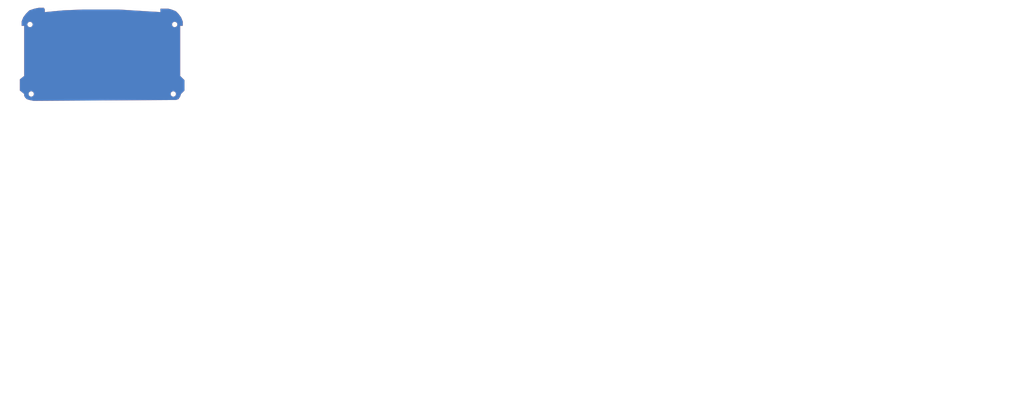
<source format=kicad_pcb>
(kicad_pcb
	(version 20241229)
	(generator "pcbnew")
	(generator_version "9.0")
	(general
		(thickness 1.6)
		(legacy_teardrops no)
	)
	(paper "A4")
	(layers
		(0 "F.Cu" signal)
		(4 "In1.Cu" signal)
		(6 "In2.Cu" signal)
		(2 "B.Cu" signal)
		(9 "F.Adhes" user "F.Adhesive")
		(11 "B.Adhes" user "B.Adhesive")
		(13 "F.Paste" user)
		(15 "B.Paste" user)
		(5 "F.SilkS" user "F.Silkscreen")
		(7 "B.SilkS" user "B.Silkscreen")
		(1 "F.Mask" user)
		(3 "B.Mask" user)
		(17 "Dwgs.User" user "User.Drawings")
		(19 "Cmts.User" user "User.Comments")
		(21 "Eco1.User" user "User.Eco1")
		(23 "Eco2.User" user "User.Eco2")
		(25 "Edge.Cuts" user)
		(27 "Margin" user)
		(31 "F.CrtYd" user "F.Courtyard")
		(29 "B.CrtYd" user "B.Courtyard")
		(35 "F.Fab" user)
		(33 "B.Fab" user)
	)
	(setup
		(stackup
			(layer "F.SilkS"
				(type "Top Silk Screen")
			)
			(layer "F.Paste"
				(type "Top Solder Paste")
			)
			(layer "F.Mask"
				(type "Top Solder Mask")
				(color "Black")
				(thickness 0.01)
			)
			(layer "F.Cu"
				(type "copper")
				(thickness 0.035)
			)
			(layer "dielectric 1"
				(type "core")
				(thickness 0.48)
				(material "FR4")
				(epsilon_r 4.5)
				(loss_tangent 0.02)
			)
			(layer "In1.Cu"
				(type "copper")
				(thickness 0.035)
			)
			(layer "dielectric 2"
				(type "prepreg")
				(thickness 0.48)
				(material "FR4")
				(epsilon_r 4.5)
				(loss_tangent 0.02)
			)
			(layer "In2.Cu"
				(type "copper")
				(thickness 0.035)
			)
			(layer "dielectric 3"
				(type "core")
				(thickness 0.48)
				(material "FR4")
				(epsilon_r 4.5)
				(loss_tangent 0.02)
			)
			(layer "B.Cu"
				(type "copper")
				(thickness 0.035)
			)
			(layer "B.Mask"
				(type "Bottom Solder Mask")
				(thickness 0.01)
			)
			(layer "B.Paste"
				(type "Bottom Solder Paste")
			)
			(layer "B.SilkS"
				(type "Bottom Silk Screen")
			)
			(copper_finish "None")
			(dielectric_constraints no)
		)
		(pad_to_mask_clearance 0)
		(pad_to_paste_clearance_ratio -0.1)
		(allow_soldermask_bridges_in_footprints no)
		(tenting front back)
		(grid_origin 0 64)
		(pcbplotparams
			(layerselection 0x00000000_00000000_55555555_5755f5af)
			(plot_on_all_layers_selection 0x00000000_00000000_00000000_00000000)
			(disableapertmacros no)
			(usegerberextensions yes)
			(usegerberattributes yes)
			(usegerberadvancedattributes yes)
			(creategerberjobfile no)
			(dashed_line_dash_ratio 12.000000)
			(dashed_line_gap_ratio 3.000000)
			(svgprecision 4)
			(plotframeref no)
			(mode 1)
			(useauxorigin no)
			(hpglpennumber 1)
			(hpglpenspeed 20)
			(hpglpendiameter 15.000000)
			(pdf_front_fp_property_popups yes)
			(pdf_back_fp_property_popups yes)
			(pdf_metadata yes)
			(pdf_single_document no)
			(dxfpolygonmode yes)
			(dxfimperialunits yes)
			(dxfusepcbnewfont yes)
			(psnegative no)
			(psa4output no)
			(plot_black_and_white yes)
			(sketchpadsonfab no)
			(plotpadnumbers no)
			(hidednponfab no)
			(sketchdnponfab yes)
			(crossoutdnponfab yes)
			(subtractmaskfromsilk yes)
			(outputformat 1)
			(mirror no)
			(drillshape 0)
			(scaleselection 1)
			(outputdirectory "gerbers_back/")
		)
	)
	(net 0 "")
	(gr_line
		(start 212.3 93.9)
		(end 212.3 98.3)
		(stroke
			(width 0.1)
			(type default)
		)
		(layer "Dwgs.User")
		(uuid "04288742-0109-41f9-9504-6f243b98fefd")
	)
	(gr_line
		(start 190.3 99.7)
		(end 190.3 92.2)
		(stroke
			(width 0.1)
			(type default)
		)
		(layer "Dwgs.User")
		(uuid "6c9ac065-a800-4f7a-8b4b-1bf5120e5684")
	)
	(gr_line
		(start 166.3 95.2)
		(end 166.3 98)
		(stroke
			(width 0.1)
			(type default)
		)
		(layer "Dwgs.User")
		(uuid "70ea3467-3be9-43ba-b2f2-5aca63bdfbdf")
	)
	(gr_line
		(start 257.3 94.2)
		(end 257.3 98)
		(stroke
			(width 0.1)
			(type default)
		)
		(layer "Dwgs.User")
		(uuid "8cdc91d9-f36a-42b5-b50d-7c0ea9eb1121")
	)
	(gr_line
		(start 234.3 98.3)
		(end 234.3 94)
		(stroke
			(width 0.1)
			(type default)
		)
		(layer "Dwgs.User")
		(uuid "c2e0d1a3-2653-47d9-bd85-b5d07bb74990")
	)
	(gr_line
		(start 256.9 63.5)
		(end 258.4 63.5)
		(stroke
			(width 0.05)
			(type default)
		)
		(layer "Edge.Cuts")
		(uuid "0017e301-124c-48e9-8216-642203b4239b")
	)
	(gr_line
		(start 255.9 106)
		(end 256.9 104.5)
		(stroke
			(width 0.05)
			(type default)
		)
		(layer "Edge.Cuts")
		(uuid "01f075e3-d852-498b-bb4f-9896c4e8771c")
	)
	(gr_line
		(start 259.4 95)
		(end 256.9 92.5)
		(stroke
			(width 0.05)
			(type default)
		)
		(layer "Edge.Cuts")
		(uuid "0208b078-ae75-462e-8d52-81c906fe1a79")
	)
	(gr_circle
		(center 169.8 62.7)
		(end 171.3 62.7)
		(stroke
			(width 0.1)
			(type solid)
		)
		(fill no)
		(layer "Edge.Cuts")
		(uuid "06329f6a-a84a-4888-b133-bfa700157f3c")
	)
	(gr_line
		(start 169.4 106.5)
		(end 171.9 107)
		(stroke
			(width 0.05)
			(type default)
		)
		(layer "Edge.Cuts")
		(uuid "0ae77a0c-6fbb-4511-9f1d-23e9d25a341a")
	)
	(gr_line
		(start 166.4 103)
		(end 166.4 104)
		(stroke
			(width 0.05)
			(type default)
		)
		(layer "Edge.Cuts")
		(uuid "0fa1109e-ecc3-47a3-8e1e-fea631d8d719")
	)
	(gr_line
		(start 166.4 104)
		(end 166.9 105)
		(stroke
			(width 0.05)
			(type default)
		)
		(layer "Edge.Cuts")
		(uuid "23c2cb3b-8dc2-4bf3-8f7d-b59a5a1887e4")
	)
	(gr_line
		(start 251.4 106.5)
		(end 254.4 106.5)
		(stroke
			(width 0.05)
			(type default)
		)
		(layer "Edge.Cuts")
		(uuid "24ca0743-2605-4c8c-8a00-ee91165ac067")
	)
	(gr_line
		(start 166.4 65.5)
		(end 166.4 92.5)
		(stroke
			(width 0.05)
			(type default)
		)
		(layer "Edge.Cuts")
		(uuid "2b5f6c2e-1305-4021-bb17-af2bbdd0a9d7")
	)
	(gr_circle
		(center 252.9 103)
		(end 254.4 103)
		(stroke
			(width 0.1)
			(type solid)
		)
		(fill no)
		(layer "Edge.Cuts")
		(uuid "2c7c02f0-2037-4a9c-bf5c-7a55df792870")
	)
	(gr_line
		(start 236.9 55)
		(end 228.9 54.5)
		(stroke
			(width 0.05)
			(type default)
		)
		(layer "Edge.Cuts")
		(uuid "30ef6a33-7843-4f23-b7eb-5619e2b6fe50")
	)
	(gr_line
		(start 259.4 101)
		(end 259.4 95)
		(stroke
			(width 0.05)
			(type default)
		)
		(layer "Edge.Cuts")
		(uuid "33f9be7e-86a4-456e-88f1-cef8bda37a6f")
	)
	(gr_line
		(start 258.4 63.5)
		(end 258.4 61)
		(stroke
			(width 0.05)
			(type default)
		)
		(layer "Edge.Cuts")
		(uuid "3477c924-7e25-4984-8613-69fb1f3ccfee")
	)
	(gr_line
		(start 258.4 61)
		(end 257.4 58.5)
		(stroke
			(width 0.05)
			(type default)
		)
		(layer "Edge.Cuts")
		(uuid "359cee83-2e6c-4f4d-81fc-63cdbab490e0")
	)
	(gr_line
		(start 245.4 55.5)
		(end 236.9 55)
		(stroke
			(width 0.05)
			(type default)
		)
		(layer "Edge.Cuts")
		(uuid "38ea30b5-06b6-4f86-9d11-d78ef11af730")
	)
	(gr_line
		(start 221.4 54)
		(end 214.9 54)
		(stroke
			(width 0.05)
			(type default)
		)
		(layer "Edge.Cuts")
		(uuid "3e3744c1-391c-4c9c-ae79-5753efef230b")
	)
	(gr_line
		(start 257.4 103)
		(end 259.4 101)
		(stroke
			(width 0.05)
			(type default)
		)
		(layer "Edge.Cuts")
		(uuid "3f12ab9c-8e6a-4f91-84a4-a56c5eb84eda")
	)
	(gr_line
		(start 164.9 63.5)
		(end 166.4 63.5)
		(stroke
			(width 0.05)
			(type default)
		)
		(layer "Edge.Cuts")
		(uuid "4095d562-a2ae-4981-bb87-9161d116f989")
	)
	(gr_line
		(start 178.4 54)
		(end 177.9 53)
		(stroke
			(width 0.05)
			(type default)
		)
		(layer "Edge.Cuts")
		(uuid "40a8439c-c07d-4390-8b6b-c9ae82e3f44b")
	)
	(gr_line
		(start 167.9 106)
		(end 169.4 106.5)
		(stroke
			(width 0.05)
			(type default)
		)
		(layer "Edge.Cuts")
		(uuid "4844af6c-1f24-49c7-b9b5-120e23259840")
	)
	(gr_line
		(start 164.9 62.5)
		(end 164.9 63.5)
		(stroke
			(width 0.05)
			(type default)
		)
		(layer "Edge.Cuts")
		(uuid "496ca41f-c192-41e5-9fc0-d06c886eae68")
	)
	(gr_circle
		(center 170.5 103)
		(end 172 103)
		(stroke
			(width 0.1)
			(type solid)
		)
		(fill no)
		(layer "Edge.Cuts")
		(uuid "4aceb7a1-f729-407d-9605-c7fd05f94c33")
	)
	(gr_line
		(start 163.9 94.5)
		(end 163.9 101)
		(stroke
			(width 0.05)
			(type default)
		)
		(layer "Edge.Cuts")
		(uuid "4b968825-26fd-4ee2-9fb9-9be4dbac3a9f")
	)
	(gr_line
		(start 254.4 55)
		(end 251.9 54)
		(stroke
			(width 0.05)
			(type default)
		)
		(layer "Edge.Cuts")
		(uuid "4ef28e23-b90c-4449-a589-2ccb84e5b638")
	)
	(gr_line
		(start 166.4 92.5)
		(end 163.9 94.5)
		(stroke
			(width 0.05)
			(type default)
		)
		(layer "Edge.Cuts")
		(uuid "62e47b0c-3925-4e9e-a827-e524ced6e17a")
	)
	(gr_line
		(start 169.4 54.5)
		(end 167.4 56.5)
		(stroke
			(width 0.05)
			(type default)
		)
		(layer "Edge.Cuts")
		(uuid "67a82560-6129-45bd-b7f4-08bdfa8c4c4e")
	)
	(gr_circle
		(center 253.7 62.7)
		(end 255.2 62.7)
		(stroke
			(width 0.1)
			(type solid)
		)
		(fill no)
		(layer "Edge.Cuts")
		(uuid "6b47268d-d6be-4fda-8b66-338a438e5481")
	)
	(gr_line
		(start 200.4 54)
		(end 188.9 54.5)
		(stroke
			(width 0.05)
			(type default)
		)
		(layer "Edge.Cuts")
		(uuid "7005ae07-72c3-45f7-afc9-dba96b877c5a")
	)
	(gr_line
		(start 164.9 61)
		(end 164.9 62.5)
		(stroke
			(width 0.05)
			(type default)
		)
		(layer "Edge.Cuts")
		(uuid "82fe7099-4369-45ef-ae78-d2dce594d1dd")
	)
	(gr_line
		(start 177.9 53)
		(end 174.9 53)
		(stroke
			(width 0.05)
			(type default)
		)
		(layer "Edge.Cuts")
		(uuid "8a2e2027-9b2b-45b9-aeee-682a2e1daa05")
	)
	(gr_line
		(start 228.9 54.5)
		(end 221.4 54)
		(stroke
			(width 0.05)
			(type default)
		)
		(layer "Edge.Cuts")
		(uuid "8c6bdff7-4618-4f4f-b9fa-64ebed9d5913")
	)
	(gr_line
		(start 165.9 58.5)
		(end 164.9 61)
		(stroke
			(width 0.05)
			(type default)
		)
		(layer "Edge.Cuts")
		(uuid "928c4426-00ee-4f6c-8389-e947a42ef98c")
	)
	(gr_line
		(start 208.9 54)
		(end 200.4 54)
		(stroke
			(width 0.05)
			(type default)
		)
		(layer "Edge.Cuts")
		(uuid "99d5cfbf-fce2-4f80-8ae7-4c1892e78cbd")
	)
	(gr_line
		(start 167.4 56.5)
		(end 165.9 58.5)
		(stroke
			(width 0.05)
			(type default)
		)
		(layer "Edge.Cuts")
		(uuid "9c990cef-860d-4442-b145-44850fd67de6")
	)
	(gr_line
		(start 171.9 107)
		(end 251.4 106.5)
		(stroke
			(width 0.05)
			(type default)
		)
		(layer "Edge.Cuts")
		(uuid "a3236f1d-b2ef-4622-81da-0f9b76aeddb7")
	)
	(gr_line
		(start 166.9 105)
		(end 167.9 106)
		(stroke
			(width 0.05)
			(type default)
		)
		(layer "Edge.Cuts")
		(uuid "a537f424-4c32-427a-a1e6-3c40206f3dd0")
	)
	(gr_line
		(start 256.9 104.5)
		(end 257.4 103)
		(stroke
			(width 0.05)
			(type default)
		)
		(layer "Edge.Cuts")
		(uuid "a7938992-84db-4517-a87f-8f8a4723dd21")
	)
	(gr_line
		(start 172.4 53.5)
		(end 169.4 54.5)
		(stroke
			(width 0.05)
			(type default)
		)
		(layer "Edge.Cuts")
		(uuid "a829d27e-f82c-4337-a762-fddaf765d4e8")
	)
	(gr_line
		(start 254.4 106.5)
		(end 255.9 106)
		(stroke
			(width 0.05)
			(type default)
		)
		(layer "Edge.Cuts")
		(uuid "b35359cc-e3b5-489b-a572-dc7fd93b2f76")
	)
	(gr_line
		(start 255.9 56.5)
		(end 254.4 55)
		(stroke
			(width 0.05)
			(type default)
		)
		(layer "Edge.Cuts")
		(uuid "b579d596-714a-4b7a-bcc1-ebf075c60fe4")
	)
	(gr_line
		(start 251.9 54)
		(end 249.9 53.5)
		(stroke
			(width 0.05)
			(type default)
		)
		(layer "Edge.Cuts")
		(uuid "bf3850dd-c0c6-4f04-ad9e-ddc63c5ecce2")
	)
	(gr_line
		(start 188.9 54.5)
		(end 178.4 55.5)
		(stroke
			(width 0.05)
			(type default)
		)
		(layer "Edge.Cuts")
		(uuid "c3b1223b-eaa0-4bbb-947e-3f5106af42c0")
	)
	(gr_line
		(start 249.9 53.5)
		(end 245.4 53.5)
		(stroke
			(width 0.05)
			(type default)
		)
		(layer "Edge.Cuts")
		(uuid "c40829ce-d6e1-49f0-bb87-543007d796a9")
	)
	(gr_line
		(start 178.4 55.5)
		(end 178.4 54)
		(stroke
			(width 0.05)
			(type default)
		)
		(layer "Edge.Cuts")
		(uuid "caecf29e-11eb-47d7-bab3-9c44a942144e")
	)
	(gr_line
		(start 256.9 92.5)
		(end 256.9 63.5)
		(stroke
			(width 0.05)
			(type default)
		)
		(layer "Edge.Cuts")
		(uuid "d7d1faf6-f0fa-455a-8c0f-f4c923de674d")
	)
	(gr_line
		(start 174.9 53)
		(end 172.4 53.5)
		(stroke
			(width 0.05)
			(type default)
		)
		(layer "Edge.Cuts")
		(uuid "d94e0513-6786-477a-a769-d28c88dc13db")
	)
	(gr_line
		(start 163.9 101)
		(end 166.4 103)
		(stroke
			(width 0.05)
			(type default)
		)
		(layer "Edge.Cuts")
		(uuid "dc64c82e-b677-4b7f-a6c3-529cc2355e3e")
	)
	(gr_line
		(start 245.4 53.5)
		(end 245.4 55.5)
		(stroke
			(width 0.05)
			(type default)
		)
		(layer "Edge.Cuts")
		(uuid "f0da527f-e372-4615-86c5-3226ede1e1dc")
	)
	(gr_line
		(start 214.9 54)
		(end 208.9 54)
		(stroke
			(width 0.05)
			(type default)
		)
		(layer "Edge.Cuts")
		(uuid "f1aa0564-56c1-4295-92d1-cc2b4966553c")
	)
	(gr_line
		(start 166.4 63.5)
		(end 166.4 65.5)
		(stroke
			(width 0.05)
			(type default)
		)
		(layer "Edge.Cuts")
		(uuid "f8200fc7-d646-4129-9bd0-d98a6b79bc3d")
	)
	(gr_line
		(start 257.4 58.5)
		(end 255.9 56.5)
		(stroke
			(width 0.05)
			(type default)
		)
		(layer "Edge.Cuts")
		(uuid "f8c56566-47ec-46b6-9289-a7456c9c969e")
	)
	(image
		(at 675.344273 215.344273)
		(layer "F.Cu")
		(scale 1.74322)
		(data "iVBORw0KGgoAAAANSUhEUgAAA8AAAAPACAIAAAB1tIfMAAAAA3NCSVQICAjb4U/gAAAgAElEQVR4"
			"nOzdaZcb130n/ntv7YUdvS/sjatIcadEWrJkKVYU28lJnEkezJyc5D8P82Tm5eQV5JxM5iT2WEkc"
			"y06sSLItkrLETVxbTbLJZm/oFUsBtd37f3DR1WgA3SRINnv7fsRDNbvRhUKhAHzrV797iwohCAAA"
			"AAAAPBu21SsAAAAAALCTIEADAAAAALQAARoAAAAAoAUI0AAAAAAALUCABgAAAABoAQI0AAAAAEAL"
			"EKABAAAAAFqAAA0AAAAA0AIEaAAAAACAFiBAAwAAAAC0AAEaAAAAAKAFCNAAAAAAAC1AgAYAAAAA"
			"aAECNAAAAABACxCgAQAAAABagAANAAAAANACBGgAAAAAgBYgQAMAAAAAtAABGgAAAACgBQjQAAAA"
			"AAAtQIAGAAAAAGgBAjQAAAAAQAsQoAEAAAAAWoAADQAAAADQAgRoAAAAAIAWIEADAAAAALQAARoA"
			"AAAAoAUI0AAAAAAALUCABgAAAABoAQI0AAAAAEALEKABAAAAAFqgbvUKAAAAbEdCiOhrTugWrgls"
			"BiaefpsXQTe5RFm7fxKxufsnx+7fABVoAAAAAIAWoAINAACwLtSeYVtD7XmLoAINAAAAANACVKAB"
			"AACaQO0ZtjXUnrcUKtAAAAAAAC1AgAYAAAAAaAECNAAAAABACxCgAQAAAABagAANAAAAANACBGgA"
			"AAAAgBYgQAMAAAAAtAABGgAAAACgBQjQAAAAAAAtQIAGAAAAAGgBAjQAAAAAQAsQoAEAAAAAWoAA"
			"DQAAAADQAgRoAAAAAIAWIEADAAAAALQAARoAAAAAoAUI0AAAAAAALUCABgAAAABoAQI0AAAAAEAL"
			"EKABAAAAAFqAAA0AAAAA0AIEaAAAAACAFiBAAwAAAAC0QN3qFQAAAAB4dZjY5Dug8g7oJt/NZuE7"
			"dcVfKVSgAQAAAABagAo0AAAA7Amvqva8U6H2/OxQgQYAAAAAaAEq0AAAALDt0Jpq6Eur9m16hXX1"
			"DoTY9HJ39BUqx68eKtAAAAAAAC1ABRoAAAC2KdT5Noba81bBngkAAAAA0AJUoAEAAGDbQYVvY6g9"
			"by3snwAAAAAALUCABgAAAABoAQI0AAAAAEALEKABAAAAAFqAAA0AAAAA0AIEaAAAAACAFiBAAwAA"
			"AAC0AAEaAAAAAKAFCNAAAAAAAC1AgAYAAAAAaAECNAAAAABACxCgAQAAAABagAANAAAAANACBGgA"
			"AAAAgBYgQAMAAAAAtAABGgAAAACgBQjQAAAAAAAtQIAGAAAAAGgBAjQAAAAAQAsQoAEAAGB7oXSr"
			"1wBgQwjQAAAAAAAtQIAGAAAAAGgBAjQAAAAAQAvUrV4BAAAAAHhWnKBDfOuhAg0AAAAA0AJUoAEA"
			"AGAbwRQc60HteftAgAYAAIDnhLALexMCNAAAQBOMiK1ehVeN7qU4LPhm38PqxuR7aLvuFeiBBgAA"
			"2NNkbt5T6RngBSFAAwAA7FFRaEZ63iScovy8OyFAAwAA7DmIzgAvAj3QAAAAewulVAiB6LypUHje"
			"3VCBBgAA2CtQeAZ4KRCgAQAAdj9EZ4CXCAEaAABgN0N0BnjpEKABAACa2AVxE9F5PZs/CTTscgjQ"
			"AAAAze3Q3EkpRXTeANIzvDgqxJ670hIAAADsCDs37GIWjt0NFWgAAADYjnZueoZdDwEaAAAAAKAF"
			"CNAAAAAAAC1AgAYAAAAAaAECNAAAAABAC9StXgEAAADYeTDCD/YyVKABAAAAAFqAAA0AAAAA0AIE"
			"aAAAAACAFiBAAwAAAAC0AAEaAAAAAKAFCNAAAAAAAC1AgAYAAAAAaAECNAAAAABACxCgAQAAAABa"
			"gAANAAAArRFCbPUqAGwlBGgAAAAAgBaoW70CAAAAALsHp1u9BrD5UIEGAAAAAGgBKtAAAADQAsEJ"
			"IaiyNoHa896BCjQAAAA8KwwfBCCoQAMAAOxKfBOWKQQhhFJGkKJhj0OABgAAeBWEEJTS1Qqu2Nzz"
			"/Zu3eKRnALRwAAAAbCKZmGv/BoCdDgEaAADgJYviMnIzwK6EAA0AAPByoNgMsEcgQAMAALwQ5GaA"
			"vQYBGgAAoGVo0gDYyxCgAQAAWoPQDLDHYRo7AACAp6ifgQ4A9jYEaAAAgHqiesmQ1dCM9AwAEQRo"
			"AHgK5AbYs7DzA0BT6IEGgI0gQAAAANRBgAYAAAAAaAECNAAAAABACxCgAQAAAABagAANAAAAANAC"
			"zMIBsINhhB8AAMCrhwo0AAAAAEALEKABAAAAAFqAAA0AAAAA0AIEaAAAAACAFiBAAwAAAAC0AAEa"
			"AAAAAKAFCNAAAAAAAC1AgAYAAAAAaAECNMBOhauoAAAAbAkEaAAAAACAFiBAAwAAAAC0QN3qFQAA"
			"ANhjBN3UxfPNXTwAoAINsDOhARoAAGCroAINsPMgPQPsVKg9A+wKCNAAOwASMwAAwPaBAA0v5JUG"
			"u02u3GxvT3/sqDwB7AB4nQLsCuiBBgAAAABoASrQsBPs6drz06H2DAAA8CqhAg0AAAAA0AJUoGF7"
			"Q+15Q6g9AwAAvHqoQAMAAAAAtAABGgAAAACgBQjQAAAAAAAtQIAGAAAAAGgBAjQAAAAAQAsQoAEA"
			"AAAAWoAADQAAAADQAgRoAAAAAIAWIEADAAAAALQAARoAAAAAoAUI0AAAAAAALVC3egUAAAAAYG8R"
			"YnOXT+nmLh8VaAAAAACAFiBAAwAAAAC0AAEaAAAAAKAFCNAAAAAAAC1AgAYAAAAAaAECNAAAAABA"
			"CxCgAQAAAABagAANAAAAAK/Ups7TTOmmzzONC6kAAAAAwKuz2el2s5dPEKABAAAAYGsJweUXlLbW"
			"HPHcv/iCEKABAAAAYCtF8TcKxK3+4iuGAA3bldjky9gDAADA9tBqbm78xcYkLRs5NqnZGoMIAQAA"
			"AOAVqW1QlvH3udPz2sU2X9Qm9UOjAg3bD2rPAAAA0KKXEsSfESrQAAAAALBLNC1CR39eFipewVQf"
			"O9kr3T6bXHnlm7B4ht0HXsBm7JMAALCdyWAV5Qe+WUGCs4au6A3mh261VRoVaAAAAADY/V5iURQ9"
			"0NvDDqw9AwAAAGxbXHBCSGMduikhWitCowINAAAAANACBOitJuimlp85RfkZAAAA9ii+OVNzIEAD"
			"AAAAwG720mM0AjQAAAAAQAsQoAEAAAAAWoAADQAAAAC7FhdN5oR+QQjQAAAAAAAtQIAGAAAAAGgB"
			"AjQAAAAAQAsQoAEAAAAAWoAADQAAAADQAgRo2Ble9vDZHUOI6h8AAADYJtStXgGAjQhBuOAKq8bn"
			"KEY/3xWFKCM8JPQZrm1O2XPehRD1y5fZd+M73eDu5MWTGGV1S5ZbhlFGafVOC8Xi8tLy3Pxc2Smb"
			"ptl0aelMOplMJpNJTa1/7T/3QwYAANhrEKBhW6itsPqBPz8/XywU7Zht27au67Zl05X03GrIW1xa"
			"yufztmV3dLQTQoIw8H2/XC57nhezY7F4jFE2Nzc3Nz9HCOno6GjLtjHlKevplJ25uTnOeXt7u23b"
			"lUplYmJC07SOjo5EPB4lXfkFF1wIoTBFLlZwMjubm56ZzmayXd1duq5u/KDCMPR93yk5JacU+IEQ"
			"ghDCGMu2ZWOxGFNZtOlKpdKv/uNXn332me/5mq7F43FKKSFEYQoXnHPu+346lf7RH//o9OnTejJe"
			"e6e1BX4hSBAGuVxuZnqmo6Mjk83Ylh3FdAAAAECAhu1CllpLxdKjR49Gvx1dXFw0DOPYsWP9/f2a"
			"phmKJm/Wai/H3Tt3r12/Zlv2B3/4QW9vt+d5k08mb3xzwyk5hw4f2r9/v2maN2/evHnzZrFUfO3I"
			"a2+ef7Onp2uDlQz8YPLJ5MWLF52yc/78+f7+/ump6U8//dQ0zbfefuvI4SMya0pCkDAMgyCwLUt+"
			"Z3Fp6dLlS1evXh0eGj5+4vjhQ4ct25C3Z0qTJC24cF338peXr129NjM743u+HbNff/31d777jq7r"
			"mqrV3lHZKefz+TAMSYkszC/MzMy4rpvJZlKpFCGkUqksp5fz+bzv+xtEdtd1p6anbt++/e2339qW"
			"PTwyfPjQ4f7+vuhxIUYDAMAehwAN24LneYqqCCHu3rt7/dr1klMSQhSLxUuXLjHGEvGE4M/ZBr20"
			"tHTx4sWlpaVYPPZHf/RHnPNvbn7z05/8VFGVRCIRj8Upo5NTk4VCYeLJxOLCoqqp7733XpR3G4U8"
			"zOfz90bvLcwvdHd1W5Y1NT314OGDVCpVLBZDHio1FWwuOKVUVVW58stLhcuXLl++fHnyyWQYhIZh"
			"JJPJgYEBeYWkpqFWCBEG4bWr137+7z+fmJgghGTSGVVRj79+vL29nZurV1dKJpMnTp5IJBKUUiGE"
			"U3Zu3rzpum5fX9/w0DAX3HEc0zSHBodM06yNwrJ5QxaYhSDjj8Zv3rxZKBRURXXKzp3bdzjnqXQq"
			"HouvrBIyNAAA7GkI0LBdCCGckvPo0aPl5eXevt729vYwCG/evPn73/9e1/XhoWHT0p9jsR0dHQpT"
			"pianJiYmOOeEkIcPHt68efPQ4UPZtmzJKY2NjeXz+TNnz/T19V25cuXqlasHDxwcHhlWlSadHIwy"
			"XdftmG0YBmWUUqppWsyODQwMdHZ2dnd1q4pSN+CPMcYokwcAt27d+s1vf7O8vHz+wnnf8+cX5u/f"
			"v59MJrOZLFmnC5kL7vleti176tSpN8690dnZGYvH2tvb2zva6xqdLct649wbb5x7Q9d1P/Bnpmfa"
			"29vLTvno0aMnT51UVcZDEvIwWqzCqn3VgpOQc9/zTdNwys74+Pjc3FxXZ9frx16fnpkeHR29f/9+"
			"T3fPsWPHnmP7AwAA7D4I0LAtKKrCOZ+dnZ2fn89kM+fOnuvt6w3D0A/8iYmJJ0+e9PX1PV+Abu9o"
			"7+ntGRsbE0IILiijJadkGEZfX19HR8f01PSNGzeymezZs2d93384/nD029GxsbHevl7VthuXRinR"
			"NKWvt++1116zTMuyLdM0e3p7TvPT7e3tbe1tlBERrvmVanVZEKdUHrs/Nvlk8tDhQz/+sx/fuXvn"
			"66+/Hhsb6+vrS6fT0UDJRr7vnzh+4sKFC8lk0rIsTdM0VVM1lTJKVlpfCCGUUlnFD3moqVosHksm"
			"k6qiJhIJVWVy5WVxWt6+rpCsqEql4k4+mVxaXMqkMydOnujq6urr7ysUCjdu3MikM11dXe3t7c/x"
			"FAAAAOwyCNCwLShM4ZxPz0wvzC/09/enM+lYzCKEtGXbxh+Ol4olHj7/DBG2ZctkKQfzZdKZwaHB"
			"tmyb67qe7xFCFFXRdT1mx2zLLhVLhUIh8IMNFphKJ/bv3++UnGKxODc3F4/Hk8lkKpVSmMLD6uQY"
			"8pbRLBlBGCzML0xMTFBKT5442dXdMTc3Fwbh9PT08vKyEEIIEga8aYwO/CCTzcRj8c7OzugoQt6R"
			"EIJSyiirjdGEkJCH5XK5WCyWy2Wn7AQBlxk6uoEUFcsZZarOip43MzuzuLQ4ODDY091j2YYcKJlO"
			"pwkhAnPpAQAAEEIQoGGbkMVRSuny8rJhGIVCIZVKVSqVIAwopUxh9Hm7bhWm6LpummYYhE7ZyZrZ"
			"tvY22c4bBmF3d/f7778vu5Zd102lUolEgiksCJsHaCGIXI+urq5v7W8nn0yGYTg4OGgYhq7rTGEy"
			"PUcZOlrrMAgnpyYnJyftmN3f308IsWyLMVYsFguFQhiEiq6EYdg8QIeBrumqtvpqFXy18FyzbmsC"
			"LqVUYYqmaqrS/GUeTZAXfUfXdUKITPmFQkHeo6qo8hE991MAAACwyyBAw3ahqWo6lQ55ODMzI0vO"
			"xWKxUqlQRg3DYMpqzoui41OHFQpOUulULB6TS3ZKTltbm8IUz/eCMEgmkwODAyeOH8/nC4qi8JB3"
			"dna2tbex9bspIolEwjTNfD7PFNbR0WGZFmNM/mJtBTrCBV+YX8jn8+lUWlEVQohhGJZthWHolBzP"
			"91RNXe9+hRCUUc65U3ZCHjK6ejhRm6oppbLJW/60OoedqgghXNflXJOHKDJny59GpWvZ3qLrqq7r"
			"MzMzS0tLZ8+cTSQSnufJY4kwDOVqAwAAwF69vBtsS8Mjw6dOnbp9+/Y//t9/fPDwQbFQ9Dyvt6e3"
			"s7NTVVSZm+WIN/knCBrrsKvkjyilqVRK1VTXdQ3DIITk8/lKuSLbiEk0vbQQk1OTk1OTtmV3dHTI"
			"WmyjqAjLGGvLtgkhpqemi8Vib19vNpNRVbZBn0OUeuUXsi4uuCgUC0EQMMqUZhNQM8risfjiwuLV"
			"q1f/67/+61e//NW169eWl5erj1EIshLZZWr3PI9zrmmK53khDymldswWQvCQa5pSm55lt7TsbInu"
			"7uDBg+fOnVtaXPr4449v375dKBTK5TIX/Ny5c+tdnAUAAGCvQQUathGFKW3ZNsMwLl+6bFt2d093"
			"IpHYP7K/v7/fD/yFqYWyU9Z1XWZEQgiltKOjI51JrrdAIYgQImbHTNP0PK9YKnbwDl3XTcuU9dpq"
			"IVZho6Ojn/z6k9nZ2bPnzg4ODOpakwAdjbrjIWGUZbIZLvjU9FQYhLVtElH5ufZyKoQQ13Vd162N"
			"0bIeLLhYb2CfNL8wf+XKlTt37wghCoVCf3//D3/4w9OnT2tateWa1JS9S8VSuVI2DGN+bl4+wOWl"
			"atpOxBOZbIas080su0cMwxgZGbl29dpXX39FKe3s7LRj9onjJ9ra2qKDCrRyAADAHocADVtPTt9G"
			"GdF07fCRw2fOnPnoo49++v9+eurUqVMnTx197SildPTe6Oe/+fzhg4fxRJxRVnJKqqJm27Jnz549"
			"d/ZcMpkkhDCl/krdsgSbSCQy6QwhZHFhsb293TRN27aZwnjIo26H8YfjFy9dNAzjzwf+vKOjwzDq"
			"A7TMnCHnZKXmbZpmPB6XfRdMYSHn6toWjtrLqRBCSk7JcZx1N8I6qVT2hTtlJ2bHurq6RkdHv7nx"
			"TSKeGBkZaW/P1lXgdV31PO/69euaqsn2cYUps7OzMzMziqqk02kZoOuWX/ssaJp25syZx48f/93f"
			"/d3DBw8HBgc++P4HFy5ciCaBJpgHGgAA9jwEaNh60UVSVJW1tbUdPHTw8JHDly9dvn7tel9vX7lc"
			"5pzncrkrV6589dVXlmXF7NjC4oJt2QODA+l0enh42DRNVVMZYVxwRlgU72R/QiweS2fSTsmZX5jv"
			"ynfJa4PLa/hRSoOAK0wxTdOyLCFEuVz2A99iRl1zCKUk5JwQEtWtNU2zbVtVVc/3wmDt3HXNeJ7n"
			"eV7zLbDhBBeKovR09wwODB46fGhkZOSff/LPd+/dfTT+KB6L1/ZAS0EYfDv6LVNYOp2Whw2zs7P5"
			"fD6VSskOlsa7lg9HHntoqkop7evre/3113/zm9/cv39//OB42SnLgr1sMkF6BgCAPQ4BeuuIzY0h"
			"fOeknGjEnev6uVyOEPK9733v8KHDH3300ZPJJ3fu3sm2ZYeGh95///3BgUHTNO2Ync/nCSHZTHb/"
			"/v0yR8pp2kQ0TcZK/wYhJJFIZDKZSrkyOzvb29NrmmYymdR1Xf5U/n3y1Ml8Pv/1119fuXIlk8kc"
			"PXq08UIq8sojhJEwDJnCDMNglBUKhcnJyUKhYMdswdcdVNA4rPDZ9XT39HT32DE7m8n29faNPxq/"
			"cuVKbi5XqVTi2mphWB48ZNKZ/fv3X712VVO1WCzGQz49M117Qe/1yF8vV8pPJp74vv/OO+9YpvVw"
			"/OHMzMzlLy93dnUm4onnfggAAAC7CQI0bL2oAj0xMXH58uUwDI+/fvzc2XOU0StXrnxz45uDBw++"
			"9tprP/6zH7uuSwjRdE3OLEEplVczqZ3kmAuurKRVwQUhxLKsTDozPT09NzeXz+fl6L2oditLsD09"
			"XR9++OHi0uJXX301ODg4NDiUTDbJi0whlLMwDCmliqJQSp2S8/jx46Wlpc6uzo0fpq7r649NpCsr"
			"I/9Jav/Z2dVpmqauq74fWoo1ODB448aNQqHQOC0GD0k6kxwaHhobGys5pcnJSd/zl5aWkslkV1dX"
			"T3dP8+0vhBCCMcYFf/To0Y1vbmia9tZbbx06dOjLy19ev3H98qXLp06deu3Iaxs/QAAAgD0Cs3Bs"
			"BUE3tfzM6c4oPze2LUxMTIyOjgouBocGh4aH3nvvvb6+vmKpmMvleMjjiXhbe1smm8mk021tmc7O"
			"zu6urngiTimV7RZBwIUQdbVewYXClHQmTQhZWloqFAuyd5lSGk32LIvQ6UxyeHjYdd0nE08Wlxab"
			"rzOvrrYQwvf8VDrV3dNdqVTm5uYEX23EqG1Nll9TSmN2zLbtatm7YfKQ2rUWovpHUlZq4bKDwrIt"
			"TdXksUQdeV893T39/f2lYunGjRu3b98uFovtbe39/f2NDdC1FMbCMHzy5Mns7CwhJJvJvvPO2x9+"
			"+OH+/fvz+fydO3f8wN/g1wEAAPYOBGjYArWj66Kk6Lr+0uJSqVhSNdUwDMbY8NDwoUOH4rF47SU8"
			"WHW6NqIwRhlRVaapqhwAF/hB40xwssBsWZbgolAouK6rqIplWYyyMAhlLZkQ4nkBIaS9rT2RSARh"
			"UKlUmq52yDkXXFM1HnI/8Lu6ukaGRwghhWKhdoY4QggXXP6R/6SMmpZpmVZ0RRJZ96WUUkarYxnX"
			"vhzlkiijrusuLy8Xiw5TCGNMUzXDMDzPKxQKjSvJQ5LOpDs6OpyyMzY29nD8oe/5mWymvb1d9jc3"
			"pSoqZcT3fcdxAj+wLEtW6GXXtWEYC/MLL3IxSAAAgN1E3WAa3ZcimmBhJ5Klw+ifL62suxPKw5tK"
			"Xt26jrxmB6VU13XGmKZppmkODw8vLizKbFpbWpY7VXWmZ1YdAFed17nZwtOpNGV0aXFpfn6+r7eP"
			"KUw2gczNzY2NjSUSieGhYV1P6rqeSCQEF429FlHhmVLKFBLyMAiCtmzb/v37S07p3t173/nOd1RN"
			"jQJ0tLYyRlNKE/GEpmuBH+i67gdB2Slzzg3DSMQTqlrtJ2EK8f1QNlQwwkIe5nK5sbGxxYXFgYGB"
			"Y68fMwzN8zyn7MjLkkdDACNy4hE5lXUul/N9f3h4OJFIJBIJyohC1kwPEj0dIedM/ogLubZysaqi"
			"dnR02DF7YXFhYmLitddechcHw9XBAWAdO+JUKuxZmx5so4tfkGanrWFvkgGutkbLQyKLvqlUStM0"
			"OamFruvxWNyyrbqYWLc7CV4t1iqMNZ0ggjKaSCaSyWShWJianMrn85qqmaa5uLT4n//xnx999NEX"
			"X3xRrpQJIbOzs7lcrlwum6bZdGIMIYSqMh6S5eXlSqViWmZfX18ymSw5pTt37sjZqaOLm6ypQFOa"
			"yWa6u7pDHubzeV1XQx4KLpLJZDKZjObHEJwIIXzfry6E8+mp6U8//fSjjz66c/eOvE2hWJAbKhaP"
			"NXmwlBJC9u3b19HR4Xne4uKiaZqdnZ2aqvF1ZgoRgjDKBCeU0oHBAVKT/oMwUBU1ZsfkdROb/z4A"
			"AMAe8+oqw3VJemeF6Z3SVbz9bTBdWzwWb29vNy2z7JSLpaL8ZskpEUJidmzNpbyfVrZsjNGaprW3"
			"tWcymVg8RhmVlwdXFXV+Yf7hg4fTU9PyZrlczvM8y7Kajvbjgstk75SdmemZUrFkGEYqlWprays7"
			"5W+++SaXyzWWhFdWiXZ2dh557YhhGN9+++3U1Mzkk8lKpZJIJJLJZKVcuXf321/+8j9u3bpdqVRk"
			"QVouJuSh53n5fF5himFoS4v5sbExeXnF9YYkEkIs2+rr6+vu6m7LtvV093R1dVWr5mEYhGHI6/9w"
			"wYUgClMymQyjLFzJ2osLi4VCwTTNAwcObDyJBwAAwN6xBbNw1EXn6Cw87GVMIZZt9PX2jY2NOWVn"
			"/OG4U3IIIXK6Osuy5KX+ooJu7WTP6+Erw/oEF0Wn2N7efvLkyb7eviAIZmdmU+lUb0/vgQMHcrmc"
			"ZVmzs7PLy8tT01M93T1Hjx5tOmUyIUR+f3Fh8cnkk3gs3tPbY9lWJpPJ5XKu6z468airq4s0m7SO"
			"C55MJoeHh69dvTb+cJxSWigUNF3bv3//gQMHXNf95L8++cUvfvGjH/7ox10/TibjPCSUEU3Vspns"
			"kSNHAj+IJ+K53PytW7dmZ2fTqXR3V3djUmeUrVT0eXd397k3zi0tLh07diybzZL1Z5uuzgMtuJyb"
			"b2T/iFNybt+63dvXG/hBPp9XNXVocMi27KdscQAAgL1hK6exayxCb8MwjcLzSxf1b0TfkTMQE0KS"
			"yeTw0PCTySf3H9x/8PCBZVnLy8tvnHvj4KGDcn662oF6G18PT843V+Hh1PTUkydP5MLPnj2rKurj"
			"x4/vP7jflm07ePDgkcNHKKXTU9NXrlwpl8tOyTl+4viZM2fWveYII8WiMzEx8Wj8USKRkBcbj8Vi"
			"s7Oz8wvzjb3aq+tDGVPJ8NDw68df/3b02y8vf5lIJIZHhg8fOpxKJ6amnPHx8a+//vro0aN1Y/U6"
			"OzvPv3netu1yufzJrz+Zmp6ybfvo0aO9fb2N1e5oq5acUldn13e+851SqbR//35FUXhIfN9f78Cg"
			"OpyR0o6OjsOHDt+5e+fe6L3xR+PyEV24cKGzq9MP1v11AIAdajOuDPXU06SwC2yXeaBrw3RtjN7C"
			"SL2zmkx2rurVSQghhGTbsmfOnMm2ZW/evFmpVEzT7O/vH9k/0t6efY4lU0Y454EflMtly7J6+3q7"
			"u7rz+Xw+n29va5fNx13dXZZtfaN8c//B/aXFJbkCnV3t9edJZOjnnGqK53l+4Mvxgq7rJhKJdDp9"
			"9OjRQqGQyWY0rX4akFpd3R3f+c53bNv++uuvk8lkZ2dnti1LCLFMa//+/e+++25nZ6eclc/zPFVT"
			"fc83LXPfvn1BGFy9evXB/Qeqph49evTUqVPxeNzzPMMwmowjDEJN03p6e1KplOd56UxaVZngZIOW"
			"D7JSnxZCZNuyvT29lUrFdd1KpXLk8JHDRw739nYTQmRnBy7lDQC7w+vzNHsAACAASURBVCa9lTUd"
			"yw67zHYJ0I0aIzXsVoVCoVKpcMEt01JUJZlMZjPZ5eVl0zRHhkd0XZ+bW5BX3vYDXwghL4+ycUOC"
			"FPJQDqErFAoyaAZh0NHRcf78edd1NVWTM8HZMbujoyMRT9gxmzE2N7fQdOG+75umWSqWdF0f2Dcg"
			"u5Mr5Qoh5LvvfFcuampqZr2LDlJKVU1VFGVocCgMw0Q80dbWVi6XFaZ4nnf8+PHBwcFEIqGoSi43"
			"xxSmqVqlUonFY3IO6b6+PkKIqqqDA4OpVCoMQtkY3fjA5VYyDEPTNaawYrFYLBYJIXLWjo03GlOY"
			"wpTOrk7OuTxUiMVjruvmcvOWZaGLAwB2k00qByA97wWUh3ieN4IWjo21Og1Z00uNPLj/4OLFi6qm"
			"JhIJ27KDMFhaXCo5JduyDcMIwiCfz3d2dnLOechDHq6XAmvVFWUX5he6urvS6fTS0lI8Frcsa3Jq"
			"UtM0QohlWXLyaTmxnexSUBWVC14ulz3PI4RUL16oqIqqKEwJwiAMQj/wecg1XeOcU0oDPwh56Lpu"
			"09VjjEVz1RmGIbigjDLGhBA85EKIeCKezWRd1y05pcknk/JqKU7ZyaQzXHC5YuVyueyUFVWR4/nk"
			"DBu1Dza6ax5y0zJt2+acLy8vy9/SVK12LOba56X6i5qqKaoSBmG5UrYtW9VURpnruuVK+fChw6dO"
			"neKCK2w7dVkBwC6Fz9/dSn7gsNU8sEn3s6b4ul5tq1ZLR1MI0E+BF/DGXiRAyxFvi4uLv/j3X/zi"
			"F7/ItmX3798/MDAg86gsGM/Ozj5LXF6PTJaaqsl2iEqlItOnzKalYokQIoOmbG/wPM9xHNd1RcML"
			"mjIqF2iaZsyOrd6+7FQqlaHBoUqlks/nC4VCEAYKU1RNVRVV/lbd0iij7W3tc/Nztd+njPb29OZy"
			"uYXFBUJINpMlhMiv27JtsXhMCBEGoed7vu8HfhCEQVSMr1tDickLtLDn2YNrt1sYhvl8vuyUT5w8"
			"cfr06VQqpTAFLRwAsNnw+btb7Y4AvX1bOGB3i3blSrlSLBVVTT19+vSZM2dURa0tHh85fKTprz9f"
			"LnzFonTb9Bhg//79jd/ct2/f5q7T86KUpjPpVColm7zRVQUAAHsZAjS8UrVDK2QXh+u6ruueOXPm"
			"/fffHx4edF1/zTVT1kbP6EdN51rehmrX/0VK6Vsluuq4/KfCFERnAAAABGjYYuVy2XXd119/XTYf"
			"G4Ym+GrIZhvNaQGbLnouqtNLr0w4uEOOXwAAADYFAjS8arVFaN/zS06JUhqNh4tUE1tASE0FVBZE"
			"ZfvHjshwTQdN7giN7WLyO7J5HTPZAcDusBmnBvH2uBdsWYDGBzAwysqVcj6f13Xdtu1okorGt7P1"
			"Gja2815Ut27PMnxhO4vWP/piO298AIBnsUmNdXh73AvUrWrLlPsWdrK9KSpCVyqVYrGoqVoymZQ/"
			"koVaWa9tvEQIbB94ZgBgp9ukK57g7XFja0dDbemqvICtrECTlY2IXW3vWK3DchJyLqd+UzU1ZscU"
			"pb7fuTE9y5nvNn81X5rdej0qvGYBYHfAuxk8ny3ugd6V2QKeBWWEcFJ2yr7nW6bV3t4uL2tCGtqF"
			"65ofGGXR+912fuOLzrHUfQ0AAPCCdnR1pnbNGd2pRehtMYgQRei9KQxD13UJIaZparqmqSohRIg1"
			"g9Vqb78TY2jtjr2zdvLac0TSzlp/AICttaMzLjzVtgjQhOBDei/iIfd8jxCiaqrClNq0XJue63YJ"
			"7CGvxsst8zdW4vE8AsDutqnpeUdH893RA73tZgbY0fsEtMQPfNd1KaWGYcgrY0fWS8+wQ0XROXqB"
			"45UOAAA713apQMMe5Pu+53mEEE3TmNLkWA7peXdAVgYAgF1m21WgCT5u94zAD1zXZQozDENTta1e"
			"HdgUeDkDAMDus00r0GiJ3vUEJ0EYeJ4nWzhkBTqafgPP++6A9AwAALvSNg3QEYw32mUEr04FLQTx"
			"PM91XYUphmHISaDrGmTxvO9czxKdt/mzvMFDaJwipqlt+9AAIILj/Kbw9vVU6mZfluKlXMF4m3/Q"
			"wvMJ/CDwA0qprukKW3MVFTzXO13j/E3yraZxasJWZ7GUt68Zwb01F9Z5lgyNCTpJzUZoGlNwLS14"
			"9TbeJ0FCI8BTbXoFuvbj7UXCNJ7CXaD2kzIIg0qlEvIwFovJFg70b+xu0fTe5IWPq4VYvdj7S1m3"
			"DdReDlOuNvbP59D0gIdRhgQDrx5ewvBSvNIWjmc879kUitC7QLVwyAllJAyqV1GJ5rAL+fPvHrDd"
			"NJafay/D/iJvBYQQSgkjjBDCyaaUn198P1wvF0Z1r6ZvZZSRjevpO7FYK1c4Wm0Fr3HYNijdeS+o"
			"LYeD3sh274GuhR19p6t94fmB75QdIYS8DCEhRAgRilBVlHV/H3aIpu+wL6vXojaQbc80RhlZ771K"
			"boPGtzIhCFNWfrphjN6JpYSNn6Ut6sGBPa36NhL9c+vWZMcRlIh13uSj/rq6I5Pdmrl3UoB+xThe"
			"Ui8bpSTkXIaeIAhkBVpTNV3XKaXydPxOrLHBxurKz5vnxeN03TrWve8/454pF1LXZxJ1mzRtO+Eh"
			"J4SYptG4DpGQc9/zCWnevtKs1eQpqyuE4IJzzqMlyKEItb9IGa1dPqWUUsooq112yDnnXAghuGi6"
			"VpTJ36ONa7XeZqluNC6i35X3S9Z/FuQCuFwJIeQmlcupO+MRrUP06F6EqD70V9RTtKeIl/pZsPq8"
			"r16oa3WfZC9jZ9izOBfynYQxVqlUKpVKW1tWVRVGNucs4fagRm8rWzUWB/YaIQglJAxD13VlBVoG"
			"aM75yocs7Gx1Iwibpufn6+KIQhJpCKYvLgxCp+zIi/us+X4Y8pCHPAyDMAgDzqOQ1vyu5eqFQcg5"
			"D3nYGOaEELWLIoS0t7f39ff12F1N34bl/TDK5ubmvv3224XFhWa3qaZGSqlpmbqmW7ZlmqZpmqqi"
			"rpcUPc8rFAqLi4ue50WHsjKzqoqqqApjTNM0ma3lmuu6zlj1iWMr8ZYpTGHKc7x6m0ZP+UDkd1RN"
			"lQ+hpcXOzc81flOuqlxPprDo66Ybh4c8CIMwCOUzuMFu1vTAAF6KlxugSU10Jg1PGZ7BF0Ep1TRN"
			"vjPIF4tpmolEQuzqJpnVdyX5IfdqCkXP4VU+B6g9byr5VMoKNKVU1/Xaq6igAr0LPHumlbd8xidd"
			"3jgIAxlnZdWTh5wLHoZhEARhGPq+73u+7/syns7N1Qcp+eYu82sYhH7ge57n+778Xdd1K5UKD7nn"
			"e/KnQRAEfhCEa/7jMhrzMPADGSub3ktURq37vlzh1XDGRVd31x//6I//9E//1LItw9Dq3oPlAcnC"
			"4sK//Ou//PM///PC/IJlW803ERclpySESKVSR44cGRwcbG9v3yAZ3Lx5c/zheLFUbFx/GWFDHmqq"
			"ZtlWe3u7bdtdnV0DAwNCVO+FrMQOwzBM06SUzuXmHo4/lJtd1/WoLB2VuoUQ8lUfj8VTqZQds7u6"
			"uuruPfoY8j0/n88XS8X5+fnG2zCFWZalaZqmVv/TdV1RlahWXbMBqxlXjriQBwaqqjLG5NFF000k"
			"hHBdt1gsLi8vh0GoqErdQUJ0sKGpmkzkjUuItoB8rgmq1K3Y1CzS9KQHPB8hhO/7Dx8+4EIMDw0P"
			"Dw8dO3aMUmpZJmOMrj1nRdaMKn7l6/ryrDmsl2862zZDI1rtAmzlo833/EqlIj9Ka6/jvU2e4qcO"
			"56oTdaY+y176jPN5Nd5sh8751fT9RO4HU9NT8p038AOZZcMg9DyvUql4vhcEge/5fuDLG8gQFoVd"
			"znkYhFzwwA8qlYrnefLSPHJRvu8LIWoDdBRfVgPdSu2zLuU0Bt/aToanVqpkXZYpTFVUxhhTGGOs"
			"NtIpTFGYQjTiuu7y8nLJKU1NT/X19b393bcHE4M8bP4U5/P5a9euXbt6zbKtPzj5B03vWtO05aXl"
			"23du371zt1Kp9PX2tbe3M8bk2Z7G29+9c/fWrVuxeGxg30A8EY82lDxOCPxATtZeKBamJqdCHn74"
			"4YfJZFLXdSNv1D6tC/ML2UzWdd3bt29/8cUXlUolFo/JsnEoDxaC6lGH3PbyKevv7z91+tTQ4FDT"
			"x9LZ2Tm/MH/z5s1Lly6Njo423oBSqqiKbdmWbSmKErNj+/fvP3vu7MGDByuVSvPto2qVSmVubq5Y"
			"KHqexxSmqZppmpZtVTO4pkVB3LKsZDKZyWRSqVS5XG66AWV6NgxDBndSMwK1du+KHvjq3rVy7CdW"
			"NF3h3SFqwlGYEh2uPEvF9+VWoKONzPnqWwEhRKD95mW4fv3G55//hhCSiCfefPMNy7Kj9EzWHRjz"
			"itfxJWtyXmzjeaa2MFs/9eWGyvH2J6d75iGRn+iWaXV2dsoGaMYYpbRuuquo67FxfxSchLz+44cx"
			"VjeldKv8wFcURWXMdT3D0Ne7WZSwa5sKiDzVTqIGu4Z1buhAqP3Qfeqoi6heu7oaNb+yXkNEfTnz"
			"GfomBCd+EMhYuXYFqiEgamOQleCoJOz7frlcriZgz3NKjh/4lUrF96t/e64nC71+4Luu63me7/ky"
			"+MqJWeTXclEyyXHOZdU5CIOVR928Xih3pGiTyvAq65GMser/GJOf4rJqqCiKwhR5FFcboTRdi0qb"
			"splB/qcwRS5TnrI0TbMuHG9AFizlPaqayihTNfXRo0f/8A//sLy8LG+w3qIoJYZhlMvlZDL57vfe"
			"/du//VvLshSmRNuEEKIqKlNYpVz52c9+9n/+8f9kM9k3z7954cKFaPvULfPWrVt2zDYM48033/yL"
			"//YX3T3d8okzTVM2bMib5XK5y5cuf/rpp37gHzx48MKFC7F4rLbRRW6oSqUy/mj85s2bnu+lUqkf"
			"/uiHBw4cmJmeafpwbt68+Zvf/oZSeu7suXe/927jDVRVNQyDMba0uPT5bz63bKuzszOdTmuaFnXa"
			"uK4b+IFhGJZtFQqFx48fU0bfevut7779XdM0o50zyu4hDwkh98fuj42N3bx5M+ShXHPTNOXzLveN"
			"TDaj67p8uk+dPNXb23v06FFN0xpXkhAiuJB7sq7rggt5F4QQuZ+oikpX9r/qziy4whQhBFOYrumE"
			"kCAMGgN09LprbC+pbTSvPfvRNP9tVSiMXqG6ruuaXqlUXNfVdI1RJl/1dsx+7jfquojStAlHbiV5"
			"wogQYhgGWTnikjeoVCry6WhcfjSEoK7//vk6lOpWe3eo2/hBEBQLxYlHj0Pf37dv38njx8+ePiNf"
			"g1QQsn633k7fImrjZ/Z2mEpsx9XYoCVccD/w5RnVKPTUDk6irBpDZZKL8pn8wvf8cqVcLpd5yGXk"
			"cl03DKsfXTKIP9+KMcoUVTl48GAikTAtvek7XvT6qH7BiRCk9iOQE75eiSWK+/IDUn6y1gxpqrmX"
			"6Fd47a+vfl39FCGs6dFF3QoLXv3dkIciqJbEomqrWKnHyJ6EqI4rv6hUKoEflCtludnDMCw7ZTmN"
			"t4zFMtCEYeitCPxARuSoHizjLw959LW85+j0d+3fshPXtuxqEbfmp4qq6LquKIqMOKqmyitZylMZ"
			"lFL5nSgQy9grPzijApimavI7ClOiNl8ZnurKxvI70RfP/lG6wei0qIYt/+7s7Lx///4vf/nLmhus"
			"u1iZPA4eODgyPJLOpDVVlcc50Q0MQ1tYWOrv7+/p7unp7enp7mlry6y3tL6+vqHBoeXl5deOvPbW"
			"W291drUHAXdd1zAMhbFoQP3S8lI+n797765TcrKZbLYtaxhG1L0t92FVUSzb8jyvq6urq6vryOEj"
			"P/zhD48ePSorwY0x7tq1a08mnxSLxeGR4aGhgfUfbxCLx1KpVDaT/eAPPzh48GAymZS5OWqnCfzA"
			"KTu3bt366quv5DOramoqnVhvmQvzC+OPxm98c6O3tzedTufzecZYdDaDEKLrumVZjuPkcrmrV6/+"
			"+Y///PyF8+l0er0FLi0t3b9///HjxwvzC4qqyI4X0zTj8bhpmrLJRO6EsuckkUjIPda2bCJfks0q"
			"0HIAJSFE9qM3TZu+H9Y+Eeut4asXvUDkmqdIwvdDSunDBw9nZmZKTilmx57vXVoew8t3e0VRNE3T"
			"NV0e6ipM0Q1dbna58GjDRke5USuRbB2UEblx46++J79Yg/vGhzc7V7RBFKZQSvwgqFQqU5NTZads"
			"mmZHR0c8bgcB3/Vt5SppcYaRV9Dg8RzbHLXnnUWGLUqpaZoywSgNVTwekpJTIoQUCoXl5eVcLre4"
			"sDg3P5fP55eXlmdnZ2UrqjyVL4tMvu+TlUrkc6yVWOmOPXPmzF/91V/19/cbhvHUJck5y5i8FPlK"
			"UZzUvHfXHhs0raPL6RoEFyQkZKUMGX1eNk3VhBBGWHRd9AgPV2chkFnW9/yQh67ryvqu7PF1Xdcp"
			"OzIQR/0P8u9yuSwPTqIKX9QrLJuMV/uPV4Zdy6pb9AlRDcGaLqOwYRjxRFxVq0PB5DNuGIaMv9Hn"
			"n/y+vI08gd4YrKNAHH2nNuPKfBzF3OhkcW3qrZsOYoPzG+vuJC/25tf4ZhuPx2V5LNqG63Xp+L4v"
			"s1RU1KSMyNJm7c1isZgds+Xc6rX16UaU0mQyadt2bQ9V7etQLti2bF3XdV3nnMsnTv6upmu1qU5V"
			"VNMyKaOBH+i63t7ens00z+6UEafkJJPJYrEYhlHRtl4QBk7JEUIYhjE8NPyHH/zhsdePWZZFCIlO"
			"gBBCXNctFAp9fX35fH56ejrwA8655wVN3wTK5XKhWFhaWrIt+6233jp86HA+nxdCyENBeVwn99KH"
			"4w9zudzXX3998sTJk6dOkvXPexQKhd/+9ref/PqTpaUlO2ZHHR2GYchuELl5E/FELB7r7+8/f/78"
			"gQMHdF1f2XpKYxv99NT0yraiiqIYhqGqqlxy7TbXNIWQ6r/la7/5pnzlGt+E5+bmHtx/8Mtf/nLi"
			"yUTZKT/fqkZvrfL0lDyTI08jyM+RbDabTqc7OjrS6XQ2m00mkplsJh6PJ5PJ1beFVl7vL8u2eWZe"
			"jmhvlXujqqhCiLm5uWKpyLlstAt3fXomMkBHD3N3HSPBdiTzYhAElUpFYYppmaqiqurq+5nnBYVC"
			"IZ/PL8wv3L5zu+yUc7nc7Ozs9Mx0oVCoVCpCCNd1echrh+/IUKUoyoufPxl/NL6wuPDo0aO//uu/"
			"/t73vteYZmo/qGqTLiGEMqKymvzB1/yoKcoI4YQRJq8J0piz5Rar65SQJ4s5567rlp2y53uu68rx"
			"c0EYyI5hp+xUKpVSsVRySoVCoVwuF4tFOcGQTNKygBdVo+uWH6V/GWfl+XTbtjVNk8lAjseSrQ7y"
			"pL+mazIxywiiaqq8jWmaMkDL0+WapumGLivHMls0Rl7SrJ+Brp0TjTZ0vzz1ya/tuln9piAiXLd1"
			"7cU/BTZ+X9VUTWa+py7H93xGWcjDYqlIKZWvGqVmf5Prrqma/DwrFAq5XK5UKlum1TSvCCHKlXIh"
			"X6iUVzuGV0p3qzejjGqapuu67/umZZqWTla2pMy+UVcPD7k87pLPZhCGjUFKrMytYRiGwhTBxXrr"
			"JrvhCSGySSOdSWuqJjcUpZQwQgklhFi2lUwmh4eGuzq7FuYX5LFo7Z3WFiNluTEMwmQyeerUqbff"
			"frv2m9Ga2JZ97fo1z/O++OILz/fkBEGN+wYXnFK6tLj0zY1vRkdH44n4kdeOyON5eVya9/JyqGip"
			"WArCoFQsZbKZUrGUSqX6+/ubhirZcvDFF1/cvXe3WCimUilZz5aTn3R2dsqbMcpSqVQymYzFY5qm"
			"dXd31y2n6do2ub8GUY3sRYplta9N3w9d1/3qq68++uij69euK6qSTCblzZ67LlvXPxa1lsmnSVEV"
			"27az2Wxbti2TzcRj8f379/f39w8ODcZjcVVTtYZ6/iYF3D2SqbjgsihTdsqVcqVUKi3ML7S1t231"
			"em26NT3QdZNP7QioPe8s8jNVnuJnCjNNMyq/LS8VSk5p/OH4/Qf3R++NPn78eG5+bn5+XuY5TdMS"
			"yUR/f39HR0c8FieEJBIJ+fkh+zV9z4/O1L9IjH44/vD27dvjj8Y//vhjwzBOnz4tZ+eNRJfBk6Ih"
			"X3Wpt05jtTj6dTk/WjTuTZI19agz2HVdWRV2yo6sIssBXiWntLy87JScYqkovy9raZ7nRe0ZtTOv"
			"RfcrGxgsy6oGXE21TEvTNcMwDMOwTMswjOifEVmJNHQjqiLLAltUb67tdoi6jWtPg0bJpu5QIWoy"
			"ieYCauwLf/G6UdR1s/q8rP+OVxedW6pS17bIb/y+Kq8ixEM+em/0448/PnL4SFRQr9uN79y9Mzk1"
			"SQjp6OhQFXW91nbZPCPT85eXv7RMK5NtXgl+8uTJ7373u4X5BVmulmk4ahKtpWv6/Pz84sLiV7//"
			"6uhrR2PxWLFQjCr6hBBKaRiEMzMzs7OzIQ9VTV2Zs6LZ9hGEh5yHvFKp5HI5OR98I8MwVE2VQ419"
			"31+YXxgZGVl9vLR68p0xRimpHokxahhGKp3StDWPYrWFSQnlwWcqlert6e3trc+dciMwhZw/f/7y"
			"pctXr1yVcVxV2XqV8mKp6PleV1fX+3/w/t/8zd+EQVhySvJ41XGcslP2A79YLI6Pj3/22Wfffvvt"
			"9RvX33vvvX379hHZXhUSRll0TU0/8B8+ePjFF1/86j9+RQjp7++Puq0IIbJLQb7EeMiTyWRXd9ef"
			"/dmfGYaRSqUYa76PRueI5ubmwiBsb29f6QlefUZWt0DN5UKbP+BnFs3n+Plnn//sZz/73e9+d+DA"
			"gQ++/8Hg0GCxWHy+9BwdbBNCZI+ZPFEme8MWFhfm5+bn5uZKTmliYuLBgwdyTp5MNiMblgYGBg4c"
			"PDA4ONjX11cdGLGZI7N3YqZ6FnWby/f8qcmphfkFz/empqemJqcaJwPdlXAhFXilZJKT3bGaqrVl"
			"2yqVilN27ty+c/3G9bt37k5NTxUKhWKhGISBqqgdHR29vb19vX0DgwMdHR2pVMo0Tduy7ZgtI1p0"
			"av5FWp9rhWH46aef/tM//dOXv/8y25Y9fORwXYAmDR881b+rDRiEsjVhSw5hiuaOkFlZdm/LyCtz"
			"sOu6juPIb0YhuK65wvd9x3Fk/V42VzT9EJKfMXJ2AnmOPp1KW5aVzqQZY7qua5omo3PMjmm6ZpkW"
			"Xekelj0Sa4bQqWptl3DjCdDoc3aDiNk44JILzggjvP4Xo7mAoo25gaYV5WYbZM0aNu2KqT0oekFr"
			"7oU/ZfVUVe3q6tJ1/fqN61PTU/39/XSd+YlnpmfuP7jf39efyWSiOvGaQSycUEa44PJ4ZmJi4t9+"
			"/m/Xb1y3TIs060DI5XKPHj3q7OzMtmUpo00DExech1z27E5OTf7Lv/xLsVQ0TVM2V8iV1NTq/K8z"
			"MzO//d1vl5aWCCFhEMo7bDqZjOd7XPCFxYUrV68MDQ/J7VBt9mVMhvh0Kr2wuDA2NjY6OppIJOyY"
			"HV1Xpfp4V4rHfhAUi0XZ3FUqlorFImPJ6CFXD9UoISuHK0IIeReeF+h69UPQ91enmVNENX/HE3HK"
			"aMyOkYbQED0uGfE7OjrefefdI0cORTfwvGrvkzx2fTj+0DCMn/2/n8kacxTx5RUoFcqEWBljLfjC"
			"4sLs7OzBgwfljCJy4J08ZvZ8r1KpyDfS0dFRLnginuju6o7KutETFx2AFQqF6enpsbGxe3fvhTzs"
			"7uqWdWvDMGzbjtkxWeSWudyyLHnK6KW9o/Lw6tWr169d7+7u/pM//pMf/uiHbdk2GbBazdDROSg5"
			"86lsaJY1frlBCsWCU3IWlxYXFxanZ6bncnMzszP5fH52dnZsbOz3X/4+Fo+NjIyMjIwcPHhwaHCo"
			"v7+/t6/XtuxoRfZA38FLsPq8cUIZ8Twvl8stLS35vj87O5vL5fzA38r1e1UQoOGVkjM3yUBWrpTv"
			"P7h/+cvLX3311ZMnT8YfjufzecMwBocG33jzjeGh4Wxb9siRI6lUKpVKJRKJaCT7ymQIm7WSH3z/"
			"g7t37v7833/++PHjfD7f2Mq5Oo5wzUMjrutGg+081ys5pUq5Ui6Xq6e3Vpoo8vm8U3JkLJb1Qvl1"
			"VIeOmitkRJC5Vk4NIeNvJp2Rdcp4PJ5Op23LjsVj8tBC1dSYHZOX0pDVZdM0Y/GYZVoyIsvycDSv"
			"RO1mfJaek0ZPnf1jzUQltZNJkZWz7ZxEQ3zqyq6NlfvaWnXt0ho7OkjDdIR1q1S3kLoRP9FMCKsr"
			"XPMQauchaVwCWRn7JZ+49U6McME1VTt27Ng7775jfWkVioV8Pl+9mklNwV6etNF1/cSJEydPnnzt"
			"tddqu5brHpplWkePHn3vvfcS8QQhxHGcQr5AG0ZKccGXl5dHhkfOvXHu6NGjtm1XnwLCSUP1sb+/"
			"/+TJk6ViKTeXu3jxIlmZhS06hJPniGTN9cCBA4cOHorFY5SRplVbIQhjrK2tzff9T379yezMLCFE"
			"TksSzdBMCDFNc25u7saNG2WnLN8Emky2sNJoJN8O5hfmL168mG3LHjhwQE5yEo00jS53euvWrSdP"
			"nnR3dZecUj6fT6fT0WmfusUSQiqVipxnkJCOplNbCiFkY1LZKZuWGQSrjViaquq6apHq4fc+vm9o"
			"aCidSW+cGuVPbcvet2/fhx9++Cd//CfR90Melstl2cnm+75Tcj7++OOLly7evnM7n88LLhSNhSu9"
			"QDXzJJClpaXff/n7n/z0J3fv3NV0raOjQ76lyHeMWDxmW7YchJBMJnt7eoeGh44cObLeuMlom2/w"
			"KGpvubi4eOv2LS74hx9++IMf/KC/v5eHRNXU50zP60xbJB9uZ1e7/KfsGykUCqViyQ/8sbGxB/cf"
			"3Lp1a2Z2JpfLjY2NffyLj7t7us+dPXfi5AnZ4CGPHOSw7LrFvpDd1f0sRU+dEIQS4gf+4tJioVDg"
			"nOfz+eXlZXnpqF0PARo2UeNHjqIqGtOmp6dvXL/x2WefTU5Nnq5mGwAAIABJREFUyjOe8Vh8YHBg"
			"cHBQlgeGh4Z7entk4WftEomirw6a2Qye56UzySOvHfn1J78mhBQLa64x4brVanE1Fpcc13VLTknG"
			"4rJTLhQKxVKxUCg4jiPjskzJ0VwWsjnSD3xZDI6G1slGT8u2ouCr67qcZSwei8urOlm2Jb+2bGtN"
			"Z4WmR/XjqHgZneOmq5doXo2e8tOLC86DJqGzlmwyiRpCVm6z2ohcO3eKtN7MIXXWxs3VqVc2JrvG"
			"G/qYqyMaAx6QlbQRhbzawaZCCDmwUna5yCnzZFe9H/hRNSuaNqTuii1R2KptHK97LISQmdmZwA/6"
			"+/tPnjr59ltvr/dYZGQ8cPDAX/y3v7hw4cLS4lJ0mY/GuT5c1+3r60ulUkPDQ6ZpRmc/6pIMU8ix"
			"Y0d//OMfnz59WhaGZcmzceMXCgXDMI4ePXr4yGF5Tr/xWlrycQ2PDP/gBz/o7++P6qCKqsizKH7g"
			"y2MJVVMdx+EhP3jw4Lk3zsXsmBwtEB0a1S5zZGTkBz/4ged5MzMzxVIxeqZqq4lydp3ZmdmBwYFD"
			"Bw8lEoloYopG7e3t6Uy6UqlcvHRxaWkpnojLpnxVVWv7izjn9+7eu3XrVndXtwzlpOGwp/bw6fHj"
			"x/fv33/06JGcsaG6/lzISq2u63Icm8IUGW3ly616dqXmAJuHxCk5sp2gaXGubn+2bKurq+vUyVNn"
			"z52W3wmC1X1P7oZ+4BuGUXJK1X4MOd8uJ2RtAzRlxHXde6P37t65G4TBgYEDPb09U5NThJByuZzP"
			"54OJQM6hLnshmMI++P4H/+t//6/MemNAKY1a9hcXFknDzk/Wxuuvv/46l8t1d3UfO3bMtExCCKVE"
			"VZSmpyaeW3QyKhqUalt2PG7Lr0dGRorFolNypqanbt26dfPmzZs3b87Pzf/93/995ueZs2fPXrhw"
			"4eSJk0PDQ5l0Zs20RStHRNEdPUdny3aY2WxTCSHk6BpCiDyl/Nzd7TsLAjRsitUstfKOJmvGuVzu"
			"/v37//av/3bx4kXXdR88fNDZ2fnuu+9eOH/h/Pnz2bZsNFx6q9Zc13XX9SuViqZps7Ozn//mc6fs"
			"EEImJiYWFxZlFdl1XdlzLKtBMi5XP/tr5mgjcmoC2WFsWWpC7bV6ZeOEYRiyZiwnXUokEqZpxmNx"
			"0zIN3TAtUwZoOVwvmop47YwTTd6WV+f0WFuXDXlIKSWi+lauNPRKbvAOTymJLuMsaP200ISQUKzk"
			"s5DQhvlGoieS8up0+pysmbw28IMo7IqVOaqiCe9kqI2uLBgNlIyCr+DC873av+XlV6JAUDuLiLyv"
			"aKilnA0m+qkM1rUZpe6f0VFH7UZYMyXqyqFLPp9fWlrq7ektOaXDhw63t7c33bbybEw6nU6lUsde"
			"P9ZY8655FqK5DmnU6iqPiGozdLRqb5w798a5c+s+qWuexDWPpbbKLleDKYyE5MyZM6dOnZJHINHU"
			"adEGiTp0VU2VE4Qxha326jQZmkm//wffP/768emZ6eXl5eg6L7K/Sz41chiA3Ph/+Zd/adt2XXoW"
			"KyMUhRBDw0Nvv/122Snfv3+fKYxz7nt+oVCIZruLHs74w/Hjrx9/4803Ojo6ahcSLar6NCrM930e"
			"8kuXLi0tLtkxW5Zp5QwbmXRGXkZR1/Xf/fZ3v/7k18PDw07JWd0mhDO6Ok+OnAmn2nkVBCWnFARN"
			"Di14QOKx+PHXj2cyGSHE8vJy9MOoT5pSKl+GiqokEolMOtPZ2WmapmFohNSfyaGUBAHXVC0MQ6aw"
			"995573/89/+RSqUKxYI82nfKTrFQlH+XK+XPPv1s9NvRS5cu/dHdPxocHFxnhxE85HPzc//6r/86"
			"OjoqVi4g33hLVVOXl5cX5hfu3b03PDJcqVTkrts4FOHZPXVQQe2pyajIYhiaYWTa2jLt7e3Dw8Pf"
			"ffu7E08mbt++fenSpbt37v7nf/zn5599fvzE8bfffvv8+fNHDh9JZ5J05aCFrJyWIQ0vzC38nNoq"
			"jYOteUgEF8vLy57nyS00Pj4+Ozt78NB+eUJmF0OAhk0RDa2TEUTmnvmF+V/8+y9+8tOffP3110tL"
			"C9/5ztv/8//7n4ePHD5//nwmk5FtCVFRc0tXni8vL8/Pz4/eG52emv7ss89KxdLc3JyMaKT2Q5dR"
			"ujKzWCKRiMVjmXRGzlybSCRSqZRs1zZNU4ZmWTm2LMswDE3TogExK3P5KXVbYIP3ZyFWP4Fqp6am"
			"De28gpMgDKsXUqaCUqqs/IJM24QQJtaUWKK0sdKPS9SGngGyNq9HddlovucomHquVzuVXnXe7iD0"
			"A392dlZ+Xa6U5U9lLJa3kTXOkIey6bP2mtu1MwFHM4jUpvC6siLZ8PoI0cUCZQNuVMuvnRA66rOv"
			"XY6ckVpOxlc7sDKfz3/xxRe5XG5qcmqDYkx1P3/eT+HaE6kvC2s89CEv9EHRWLGTVd5YPDYcHx4e"
			"Ga77qYhmgaw5nIietcanNbrNu+++e+DAgdnZWXmgJUcq1+54cuiF67r79u07deqUvISTfF3UHJNU"
			"70JTte++8907d+88uP9gfmH+yf/P3nuFx3Gd2aJ770pd1RnoRmxkEiBIgjkqkJQokaKCRYl0lD32"
			"jH3mzH2d13Mfz30+1/PNjM89o7HHY3+WLY1lWVSiScoiRYlJDABIiASJnHOjc+X78HdvFLobIMAg"
			"AmCtmY9uNaqrdqW91/73+tc/OACLGPS9gLceIdTd051MxhvqG4CRW08cVP6YII5jWI6VZXlyalK7"
			"rb3//vt9fX0ej4cQIokScHGWYTU9Pffr6+sbGR6ZnJocHR0rKgqiTO4yTD5nZlMYJ5IJmGlnvkEI"
			"zbytpoFURWU51uFwBAPB8rLyysrK8vJyURIQQqqq65oOc054rcrLy998801N13I1Qln36MyZMx99"
			"+NHpM6cLCwpFScyKemCMdV2XJKmvrw/KbYZCIaisgebOqH54MDIJKqIkiJIQDBaWlJaA/fmtm7eu"
			"XLlyrfnalStXLn91edWqVU89/dShFw6tW7dOlARqDEpnWdYn0DqFQ48Hn4Y5ttWHStXUickJuNEI"
			"mQih6fD0rfZbTRuaJEl6pI196LAJtI0HDyBVQGUQQjzHDQ8Nf/TxR5988snI8Ejb121+v3/fvn2v"
			"vPLKgQMHQJNAiSNaAgtemq719vT29fWBsavD4Ugmk4ZhOCWny+3y+/ySU/J4PE7JCSOfz+dzuVxO"
			"yQlqY6pIBtkxQnnisvOAslKEULq0Yb6MuoV31ZggFqUXTHN3An7SVk0whBhp/TaIBCuqAiZlMMZD"
			"NUEop2KtIGgVt6QTHzU1lUyBzntW4RtNhxV8elxrm2luKFgTztQRxMQ6VBOGCKwAqhVYSaf/ApEF"
			"1TjLsNSaFz6DAwx8BnoBa/203gotI2fl1laXPfofHJdxpyaECnnHx8dFSfzwww8fhzF1IchShsx1"
			"WazKXUDWispcwBiDrVtDfYM10TCzEzPLhQZnitLltiR9fxmycePG//73/x2CtaDLisfikOQA5vSJ"
			"ZEJTtbq6OoTQwYMH169fb8627QMObeqIMMjj8ZSHyletWnXz65vvv//+2c/PwnSa2jzTB5IwpLWl"
			"NZlMgjtKbvOsJxKJRPr6+kZHR8vKy4BGE0ugHhMkSkJ63YllQMoC7BkhxHEMyzAgRwbUVNcECgNQ"
			"5Wqeq22YRjwW7+/vd7vcO3buCIVCuY3UVM3r9d68dfP8+fO6poNibZ59fgMAw0roA10uyeWSgsEg"
			"ZCBcv379i7NfXLlypaOz41e//NXly5cPHjx46NCh0tJSnuPUzOIV+KVmzdysKxhWWN2EVhisJ6Vp"
			"2tTkVF9vH9RtQAhNT0+Pj48nE0mbQNuwsTjohkEwYVmCEEEIDQ2NtLS0fPbZZx988MHQ4NC+ffsO"
			"HDggSmJ9fX3T+qZQqAxZ3GTREmDPCCFVVQeHBhVFqamuOXr0aFNTk2maDGGcLqdTcgKldrlctAgw"
			"z/Msk47q5pqX0YVsZCJiLqhwII0iZwXv7iFykzbezpTCph7SIG+g1ni6pstKOuILPFhRFTADASpM"
			"fUKgWDf8CZzIrBHl3ACwlY9mlUcRJbG2rpYSXMIQWnsCfII5lnOIDvCcTn/DcUCpgShzPGclzfRf"
			"ELwCtc2Yh2AY+bKKC9KgMp3CZc3iFugwnQVRFAOFAZ/XR8Ubc1lSrHjQK5krHALk9VBDZp68TMtP"
			"8qykE0JYlty1cL01kRSMnLOaCm3AGPv9/r179xIGaZoRi8Zg7gfa9ywPHFiAKioOKIqW1cJ0UqaG"
			"JFHa0LTh8KuHz/jPwCujKml5EiS60fKfmqoZpiE6xFAoBOFnawtpmyF2nkwmr1279l//9V+9fb1+"
			"n5/a5sAzHwwGPR5Pd093V1fX5MQkGHpYu5Es63qf3+cv8CeTyayLTK8SvSmSUxIl8cCBA9/7/vc2"
			"btgIwm5r9URVVX1eX+v11kgk0tLcIstyLDYrn+RRAWg0AO51cVFx8Jngrl27WppbPv7k45MnTn51"
			"6auBgYE7d+7s2rXriSeeKCoq4nhOjspZc4DHc3pM32jDNBhCNFUbHhnu6+szjPTDD0yaroqsYNgE"
			"2saDAbxT1EUVMDg4/O4f333r92/19vauaVjzne98Z8+ePTXVNf39/ZABk/4tRqa5JKgzAAY20SGu"
			"aVzz0osvbdu+Jeu8UI6BGu2UqauDdXC1xCzze0pYvSCyOuWsy6JbVGVwFCpjANUEzcRKJpOpZAq0"
			"2mD6EYvHUskU5DVGY9FUKgVpjmBVC6pi8KK2frY2ySp4oMEYlmEFjwDclOVYcAKRRInjOfpZEASa"
			"KAm1joEcg6U0JcQsl/EyyxTHsRLc3NramQ+LvsVw+6hlQZZknGKB7DnrJpqmmY4FEjIVnkKWJydr"
			"5F7xsM5D5qwlhBDK3BFwc8sbq87icGh28A8+yLJqzXMlhGAjv2kDhTVmnHtTdEPXjTRflJx3CacB"
			"e859i+EQLMc2bWhq2tC0bds2lHlOssx5INStKArP842NjXW1deBkkrflGOOioqKSkpLwVPj48ePX"
			"r18HIQqUu4esx+Li4rLSsq7urrNnz2KMYSJqZZCZXaU/jI6Oph2+LZmCsy6XYZqmqana6OioaZp1"
			"dXX19fXFJcHcLQHVVdX1q+svX76MCU4kEvNfwG8eadNMBhFE3G7n9h3b6xvqv/Wtb/3617++/NXl"
			"Y8eOXblypa2t7eiRo2vXNnq9Hkjpybq5KF+nTeNBNJKyAsh2lnkRQDf0yYnJickJ+k04HB4bG0sk"
			"E07XPRZsXy6wCbSNBwA6NEJPhBAaHRm/cePGu39699ixYz6v7/Dhw/uf3f/U0095vV7I7IG6xIhG"
			"VRfm2/ANwDANVVNBAuhwOMBd1UrR0tKGjLMBLRqCwFSBpFPl0N3ol9WOzRpssxYapFYPlBkDtaWR"
			"sHgsPjk1GY/FI5EImOWBiAJCTRAtTiaS4BNCCTHKoYwQr4Khl2EYr9cLAWOe50Gx7XK5eI4XJRG+"
			"geqDQILpGrTApyutMCwDxiDUPZoqIqxKYovdRP6rRKsw0uszW7u8uMBwrjcIXWM1chKarBKaRWU7"
			"0cmSaZqqprbfaj9x8kR9fb3H4wGTbzRHVNXStnQ6nWnJYrzrrxYFnPFQt0bokcVcJcvLBc7IKmLJ"
			"3IK02iHrG9gVylDb3L1hi5ScbowsVJjuEM1LvrNgrWlKkfUU5dlg9veUEj2QC55777Zt30b/ZFrs"
			"XGjSJOTkgROlphnM7JxROifRTX3d+nU//psff33z696eXlg3h5UiWp+vs7NTEqWh4aHx8fHGNY2h"
			"UEgSJWvx9PT9yrwOqWQqFov19fUdO3ZscmIy7xlB2bnTp0+PjY0NDg3eVZgBoXpBEAoLlmhpOqqQ"
			"5nk2GCwsLCgMBoNXr1797W9/29XZ9d6f3otGo/v27Xvqyac8Hg8YeEN+IX1c74qVQSPpZMAa1lEV"
			"dXR0NJlIEsIyhIEk4Pb29q7OLsgKWDqhsQcOm0DbuF9Qrzp4TWKxRF9f35kzZz799NOBgYHy8vLX"
			"X3v929/+dmlZKXQ909PT8VgcIYQJTqeiZ5YUH3lUDuiUqqqmYaYVvakk9JUcx5gG0g2DxpPy7sE6"
			"5poW+pVl8WaaiKY0gRxCVVQgWIqiqJoKHyBanIgnFFVJxBOqqsYTcfCZhhypVCoFQyb4GED4jRY5"
			"B20ulGeDADA4vzpEhyRJokOkVBjkE0CFeZ6HmLG1nAqIIqy+XbmR4PmJjpXHUD4xPw+GmRXLMNlf"
			"zo3cii3zd9/Wui2ALL/qWf8a2YzKSgrBq4RggjDSsQ7+3AODA5999tmNGzd4jp8KT0Et+ln7Nyxe"
			"H5bMuYeKtMKcELrcjzJpkQghSqlzKW+W0AVZFiWoRAcUONYFCssTkp5BUWtz0PPQaiyYpGupwIM1"
			"Q9UJgSeZNjtrDgAfoOB8HpMZnP0U5eXG1jUEM6cI+QNH+uQIYecYiOkUwvLNzOQcKolu3ba1trY2"
			"PB2GDkHVVDph1jXdNE2oyaIoSkN9w/r16yGOnpX9BtAMrbikuLy8vLun++KFi7dv36Z/yppLJBPJ"
			"gcEBjLHf7+c4TlV1uLy5rxrohhFCqWRqcmpy5uG/VwsONMe9u39QhTRhUE1NVYG/oLGx8fjx4x9+"
			"8OEnn3zSfK25taX1lVdeqamtcTrFBzibXXaAh5CGGCKRyPDIsCiJEDJgTIYhTHgqPDQ8JMuyJK5k"
			"GbRNoG3cL6zs2TRQW1vb8ePHL1++3NHRsWnTppdfevn5A88XFPhgfRPUhLF4zOV0wSqhic2surt3"
			"BQRsMmMzMnQENRGgOtr9n1FXd5dpmpikFzHT/+ozoWLrwAZf6nq6RHD6mmRYFyTSKYqSTCQVNU2X"
			"QX8Mg1wsFgM3VvgsyzJ1mQALCz1tjmeJRFpYMsYYGLDH4wF/D0mU3G63KIoul4uKKNLyCYfIcixI"
			"ioEoA0W2FnQE5g3BYytPyuIT1PsZzRtiz4W1vHNeNYu1LokVNMZvWla0rdOSXNPxe4t85LehsGAu"
			"9cWM2B0hlmMrKivKyssmJiYGBgYmJydN0xwdHbUOJzPENF8E91EBwt5z+VsvCumTsqhxaKgboXQ9"
			"OVoHHj5bOX3WlaHBcqqGpzoi+N4hOmC1BKg89A/AyDHGtJYN3S38Fjg33Q9MEtKpqwwN/S76puRd"
			"2Uf5AttzMXXLq5dHQA9fYow9Ho/f708nzrIEIaRpRiKRAH9GjufC4fD09LSu6S63q7SkVBRFa99l"
			"bS1CqL6+fteuXdFoFJw9aF13awshnOxyu2pqavbs2SMIgmEYOsbwbmZB13WHw0EIGRsfa2luaVzT"
			"CNaTWce9B9CqUvD8zDxX+S7mwrsCcDfCBElOqbKy8o033tjQtOFf//Vfv7759e/e+p3P70MIrWlc"
			"Q+/jNzDRWpqA5Ts6QxMEARZJoQoSYdJVz1Cm1uaKnHHYBNrGfWHGc95AkUj087OfnzxxsvV6a2Fh"
			"4UsvvvTMs89s2LChoMCHEGIZFlyTYrGYoiiMl7m3fscqeIAk92g0ev7C+RvXb1jdXhcFSkl5jgdv"
			"teaWZkEQGuobMlV8Z6I1EK4DA4pUMgWh36yagunkvHgikUzEY3FqtgqfE/GEqqmmaVKnC5qQhEGn"
			"mHGNcLvdDGEcDofklFxOFx3VgP5C6SwaURYEAWoQQjo/bbY1jshxHM9BNWNkVektigTfwzaArBue"
			"+8PcSGF6S3PWNll7sDbezCksMk9jcp+UhfyWsRwvaw80hIkxbmhoOHr06PZt21GGJWexQ6vIwcqe"
			"56oV8qBgpr2VZ8og0+B3WkRk8SWkH7O3z2xMf0JlA1C82pqxahUjWWeDsB+ov2CYBtQYytJagKQB"
			"ctTgQgEtpkIgIMfWLFIMopFMuDprcmh1G6RB61AolJuTSs3XMzU701F2Srit9B1mAmBWA03iOI5l"
			"WHi56MJIVvlMeo7wYf4uMfv1MRFDiMvpojwY5u8MIR6Pi24G3W92OrJFwmRtTCAQeO3113bs3KGp"
			"GljRQ8LxXJ3q7t27KYPMO7GEKDjLsNFo9OrVq05XTm2sRQKeGShbs3nz5iNHj/BcWkOSOzkBLNYN"
			"A0LRHMdwnMgQZtPmTf/j//4f7/3pvRMnT7z55pujo6NQ6TMYLDR0pOpq2tx6tvsKyqxnLrxHWhaw"
			"nguI3yorK7/97W9v3LDx9u3bE5MTHMutWrWqYU1D45rGh92VPXLYBNrGPYK+SLphMISMjY2/+6d3"
			"//znP4+OjtbV1b3wwgu7du1a07AGIsTQoXAck0qlFFVBCAmCcM/FuAkhuj4TpxwZGfnjH//40Ycf"
			"eTye0rLSe9ghHQM4jtM1fWR0ZGR4xF/gLyoq8vq8MGxD8jsccXx8/M6dOwODA6Mjo9FYlGXYZCoJ"
			"9m0QRYYIkKqqKEO4TdPUdI0eURAEiBnPVBkURa/PS0UUdIyHcHD6G46lf4UvIa6GLE55aI6QMB3C"
			"rUlajLWuwRLG/CNQ+tSM9JbUAiUvRaZ7eyADm3VXoE8FRqIoSiAQ2Lt3L9qbR/ixZGFmHFSAtiIL"
			"P77LrywUGfyS067JwKzT/2T+Z3YpFsopdU2H+SdYImqZZRhanwg+65puGAZILcH+xUrWYeeaqoGN"
			"DPhaAHVHlqA4JeKz1lUyEW5rViuV+8MLCPl5DtFBCKHuh/A9Je5pAxmHgwbLwSHRSrsZhoGNaaug"
			"DVmxXt3UrcFsbE1Hhpcdp9NOqDsvGOeh2TkYWe84tuRgpFcCTRMhxHFcKBQKhUJZVH4eZj8/6dcN"
			"PZlKSk4JusGzn5+dZ+OFY2h4aHhoeHp6+uk9T9fU1MzFm/N+XiAMHREGOUSeMGTVqlU/+9nP1q1b"
			"99bv33r77bcrKyvDU+Ef/vCHoiQgDZmmSeZwmFmpsIqh/T7/nj17mtY3tV5vHR4adrvdDWsaKisr"
			"nU6nKIroodUMXgqwCbSNewHV4ZkGYgjp6e1994/v/uEPf+jq7tq/f//f/7e/37BxQ2GhH2WSLahV"
			"gqqquqbT9VM0u/+FlPP5QTCBVX6MMWg/wG9oYLAfodC9Eei8oxdEnmh4g24AAe+PP/q4o6MDnK2c"
			"kpPjOWswjGEZl9MFw6rL5ZIkyePxuFwuj8cjSZLb7U4rKCwGbZQ008GV2q4t3EnNSiXR3ELPxeZm"
			"LS9QYoHmZd4PMCxkPRaDCcGEYx+7rvWu2vQsoxJk9dMwZoWcs34LxSmBLtO66xAWBToOxFpRFNgM"
			"wuSzSu0YBlRihw1oLXcoIwKLRcDd5QygalLeBfos1ksD4SBKoSTbulgEGipJlHiBd7lcPM9LkkTJ"
			"N339GcLwAk/zCiCGTbUr4FeT+9pC+2ilT3rR0laAmR7VemFp42HKBwtW1gtOt8+6U7OOm2NGkQtD"
			"NxKJBM/zHo/H5XZNTU3l3WzhgEclGo2OT4y2325va2urqamx3gvY7IEkroH/Cc+zPM+yDLv/uf2B"
			"QOCdd945ffr0W79/KxaPffvb3w6FymRZNQwjL4dekUFoAD0jQeAFoVAQBEhkr6ioaGxsFEXRui6x"
			"UvMIH7te3sb9g3aVpokIQV1dPf/2b//2u9/9LpFI/OhHPzp65OiuXTtNE6mqDt0K9UhGCEFMCSHE"
			"8RxVtc7s2ViQXS7G2DRMwhKE0NjYxI0bNwYGBhAyZVl2OBz3dEbpGA+MWKJDdIgOlG9UIJhEIpHm"
			"5uYLFy4ghFatXlVSUhIIBGjFQZfTJQgCVSEDP57lbcxxHMuhfAuy9MuF5MlZf4UWY4t2D/4VNhaF"
			"lTdYLgTzm5TnrZG52J1neUdaV7AMPZ0aYWW9VvESAPi0lWorqmK1uKFV4mkInObygo8NlONO67WS"
			"Kcj3hVKaQNnVpJqIJ3RDh7wI6pmDMnYl1gqXHJdeXIKlJ47jIHoNho9Qm0lypl0gQa9FzW2s8ezy"
			"svLZkpX8pUPzQyd5bTTx3SrCzlXgJktKMR2ejkajoihqquZ2uRfaqnkB1h/T09PdXd1wOOuU4IEc"
			"AkAl0aIkYIx3794dCoXKysve+t1bv/6PX6eSqe99/3s1NVWppIIs9SytWKm1VCjgxYQFKGpOBbDK"
			"e1bkRbAJtI3FISuRpau758033/ztb3+rKMo//uM//s3f/E1ZWYmizCh6rewZIQQGdgxhOI7LlXBQ"
			"RfVci+8A+irKsnr+/PlP//ppf38/xoy/wO92328HbZpmTW2Nz+erq6urqKiIxWOSU5oRKRKEENJU"
			"jeO4jZs2HjlyZPXq1QX+AqsUkmEYhmR3F9YIXNpJ1JyVipdrMo1mX+3cjJ+8mGtFdWVHnW0sBVgr"
			"ImXB+j5kPaHw1t+1utDMv/k2IAzCmEEZL4i5dshxDEI8QtnOAPT1pEZyeT9b5eMg+AbSAAItTdUS"
			"yQTUHpJlOV17KJ6glYnAXDIej4N/jqZqiqKEp8I07A1W7sA2IEmOIWmVNsdxHM+BLtmaJgFx69q6"
			"WtEhOl1OSIQQBAHm80DKqQQFRN1ZV4Z6j2ZdDUBe0fb8yBJVNzY2DgwOwFIeCF3QfQv9FUXhWKGn"
			"u+cX//sXmOAf/vCHXq/3njWB84O6czhEXpbV6prqn/70py6X6//8f//nV//xK4TQD3/4w4rKcllW"
			"50koXJFBaCsM00gnM8yRf7wiObRNoG0sAvSNwBhpmjY4OPjW79565513CvwF//B//cOrr75aWlqs"
			"aQZQ5LydtaZqmqphjCF1GuUL180vYAU4RF5RtOut1z/+6OMvv/wymUw2Nja+/NLLzzzzzH2fY3pd"
			"WBCE6qpqn883q20EwQBWUFjQ2Ni4ZcuWYHCWuWnGSsIw9Zl0xiz9Isqs+M+ajcyOK2eZQ880YA5t"
			"YlapiBXXU9lY0rD6BmY9t+kQFMq/kptXoXtvmFWjPmMKNE8fks3jMWIyPu6Iu/cmQaq0Nc5tZsye"
			"VUWlZTtB/QVsOxqNJpKJRCIhyzLY9UAGhZr+NCPmHh7e+E/xAAAgAElEQVQeRhkZA73Ohmmc+vQU"
			"UGoALHZB3NrpdLpdbiieygtph0pINQbTEkmUHA6H0+UEUwvIzqQyEuskPwtmvirrWboOURKPHD2y"
			"bt06SLJ8UFll69ev/8tf/nL58uXent4/v/fnurq67du3l5YWPzy5LdBoQeCSCbmsrORHP/qRaZi/"
			"/NUv//CHP5im+ZO//UlZWYksq3D1sn67goUcKDNyEUzSZWgzKb+PA2wCbWPRAPZ87dq106fP/Pu/"
			"/3soFPrpT3/6+pHXXS5JVXWOYwyDy409I4RMA2m6pukaJhiEfVl7piRyIRw6Go1euHjhWvM1wzCC"
			"weDaxrWHXjy0a+euB3KOMNrBIJQ1SFBzK9MwVVVNJRUabreWmYBBCM0myrljNkXeYDPKJd82S7ax"
			"JDGTzYayn16UUxodfSNPb2auenfkFgDPK4laSByWZRiGMDziqZzMGpjM5aNZkW8Qk4AyJJVMAckG"
			"0Yima11dXbquWyk4KMLv3LkDkhJFVaCWYTKR1HQtbXNOCCazbLPBAz4dsXY6RVF0u90Q3qY5zS6X"
			"C74XRRFs4FmW5VgOvC+pA8nMRZt9YmDRwLHcunXrSktK06nPPPdAwpDlZeV9fX1Dg0OEIUPDQydO"
			"nCgsKCwtLb7/Pc8F6MYNHYmSYOiosKDgjTfekJzSv/7rv/7Lv/yL5JS+/73vF5cE5+LQKxuWAe7x"
			"OnGbQNtYBKhAeXh45PTpM//5n7/2F/h/9rOfvfjSi2Bwy3GMquqUO+aqdSGyAqGOjJnXnMeaf7ga"
			"Hhpua2uLRqMVFRUYY8kpSZLkEO9SFmvhMBwifMiqVAd9BAxyhmEwLEN9rPNGvLJEL5b9WD7PHunv"
			"WSpqw8YjQVYa5ZybLdXnOrdhud8sMEMjnzfirFmENdsBZSLflhqKArL0JNaVKNM0d+7YCerqrPqF"
			"UDwlHotT6Ug0Gk2lUvFYPJ6IT09PJxPJaCyaSqYSyQQEwqHeMoi8YYeg1eZ53uV2SaLkdDklUXK5"
			"XaJD1A09GAwWFRU5HA6CicPhKC4pDhQGmjY0Wc8xixyDEAUh5PF4eJ6/a5eeF3kVQTDBKCoqqqur"
			"Gx0dvXPnTk9vz6b4JjHTaT9wQEAnvWCCkW4YxSXB1197PZVKvfnmm7/4xS9EUTx69GiB36+oeTj0"
			"yg5CLwQrT7+BbAJtY7FgMBoYHn7rrd8dP37c5XL/w9///bP7n3U4HLqhE4ZJJRWaok7Lw9LfgkGy"
			"aZqQpU4WkOYyT58bT8QxxhUVFW63e3hoOBKJzFV79t4A9u8Ipe3JrH+iJrYoM3JkpTfdFTTEvpTx"
			"yAtD2lhhmP+JWmojbG5rF8X/5mcMWTQ6r08zsii+5keudTdYjkCaI/UbMXQDEiWnp6cT8cT09DTQ"
			"61gsNj09HY1GZVmGkqjgTBIOh+VuGVQoKJNmDZrsAn9BbW3ty6+8vH3bdrfbnbWYRgWv8C+wZ4QW"
			"NAOhgI0JIrkcGmxYSkpLikuKVU2NRCKaqi3W73mxMM20/R9A04yi4sAPvv8DhNAvf/nL3//+9y6X"
			"69ChQz6vT9Xm5NAPqW2PFhjPmufkNe5ckadvE2gbiwDGKJZIfnX58ldfXXY4HM899/zBgwd9Xp8g"
			"CIRBkIlsGiYmOK+7vqZr0WjUNE1RFDmeo4FqwKLoGlh8IISguAP44qHFE9l7wKwqD7Pstxa1k9n6"
			"jbslUdmwseKxlCdsD7VLuX/MxbMlSQJaiSyaaSpUhUKn4EYCSZCEIYl4IjwdTiQS0+HpWDwG9DqZ"
			"TML3yWTS4XB0dXZ1dHb09/cXFxevWrXK6XKyM8K2GTEPxrPmCXdV5WXBOovI5dAYY03VIpEIRGQw"
			"xrF4zM/7F3fhFgnqBsMQAk5TwKHDU+E///nPb7/9tsfjeeaZZ3ie11QNavrkntQSj5vYWDhsAm1j"
			"ocAY6bpx8eKlt//wdk9Pz/PPP/faa4f9Pr8g8JggWVZpgshcQihd06HaNuSGU4Ope6CPLMN4PB6P"
			"x0MI0Q0dDq2oirVKyMPAXcUV1qMvasJNu2abSduwsXSQfivxnMJoK5Yaz7aGgWcxbBY5HMJcXY2h"
			"o3QSpMVFW5ZliFgbunHjxo2Tp05euXJldHQUzd3RPcCrkcWhZyImpskwjNvlFgTBNMyHHeMEV7tM"
			"GxBDGODQR48e7e7pvnTp0rFjx7xe7+bNm3me1zWdFroCPM5CjpUXfkY2gbaxQBiGoaranTt33nnn"
			"nYsXL+zatevFF1+qqqoGzTHonmdy6eboHlRNjcaipmGKDpFjOSqAXsjIlAVMEBijIoQ0VQNFoKIo"
			"uex5UQZM9wyrC4ENGzbuimU0XaSNzNtTLTXSvBDMH7kgDOIZludz6UEI/mfDxg0Iof7+flhslGUZ"
			"FiGRZb6R97Is/FrRqLlhGAzDZNEvKEWJMRZFUdM0TdUwwWAO/U2Ccuia2prvffd7E+MTZz8/6/V6"
			"PR7PmoY1mGCohJDLob/hdn4DWJEndVfYBNrGgsAypK9v6De/+c2pUyerq2tee+31TRs28CyLENK0"
			"9JCSVQsq1xQTcsMxxmC0RL+/B9ppGogqQAzTgBK+LMNm0WVZllmGFQQ+GouFp8KTU5PxWNzhcBQG"
			"CjmOM3QDktPzH8I0U6lUJBKBeqTQQfh8vo6Ojvbb7YlkYhmVaLZhYwnisRxzlwrSgop7msMwhHG6"
			"nBjjzs7Ojo4OKA8JoROL3cqs4QAWCRmGYS1FOq0DBKiuFVVBCPEcDz7WokNkWMbaAwOxBr8/lmMD"
			"gYBhGOGpMMbY5/fkOc15y7LePzBOS8N37doViUT+5//zP0HI4fP5qqsrU0kl75rlSg1CZ1W7pJ9X"
			"Kr22CbSNBUHTjfPnz//5z+8xDPvjH//NM888A2wVfDfniTrP2omqJZIJKK/Fsuz9vFSYIJZheZ6X"
			"REnT03VbrKQcWuVySZFI7OatmydPnBwYGBgbG4sn4gX+An+BnyEM/WHWr4DiS6I0MTnR1dXlcrlQ"
			"pjtwSs6R0ZH29vZoNDq/2+VK7TJs2Hg8kcs1l2PsGQAtT/+b452cZRCUC0VRIGm7u6v7n37+T4FA"
			"AOLBuQMBGOdBeUWGZTgOirDObJNOwjZNVVUTiYSiKAghKHUuCMKhFw5V11SLomjNSjTMdMFJggm4"
			"X0PRmbxnOtP+h5YeQzBBBDldzv3P7R8ZGfn5P/38N7/5TTAY/Lu/+zuGZeYKQq94Dp23rMxM1uyy"
			"fXessAm0jQXhyy+//N3v3lIU9bvfff3g8wf8Xnc8nrTaaFj5Yl4lAxTrQghBQSyUr4RKVmY6Qqiv"
			"rz/vDlVFbb/dfvPWzaHhIZZhx8fHXU5X1utqmmYslvjyiy8//OjDjz/+WFXVQCBQXFw8Ojp6rfna"
			"8NAwrSKWu3+/z19dUy0IwvT09OjoaFZfoChK/er6iooKOAr8+p7Vz0sTthrFxkPFctFvAHJried2"
			"GsvrrQcal191Zsney6LXYFlNGFJWVta0oamtra27p3twaJBjudwiKbBICLl0kxOTsACYdUSCCWEI"
			"2E5LkgQ8WFEUKCvT0dFx+NXDBw8edLld1l8BER8YGCAMSSVTuqHfuX3nyy/OBwKBvCdbVV0lCNw8"
			"2pL7BCRxer3e73znO7fab7399tt/evdP9avr9+3bBw7faKV7JM9V4QtA5z8rgzdT2ATaxoJw+vTp"
			"jz768MCBAy+//HJhQSHKdGFQlTrX/tP6n7THBLsMURI5lqPCCep4SmUYMFCNjo4Njwz/6pe/Gh8f"
			"RwgVFBYQTOBzIBBwuV0dHR2ffvrp1ORUQWFBIp4IBAJZq4emaV6+fPmP7/7x448+rq6p3rlz59q1"
			"a/1+/+DA4Lt/ere1pTVvjwbDgK7r9Q31Tz/1dFFxUTQapfsE0YggCBUVFcUlxXTMyGLP9yZ0Sw/P"
			"D59Y2OTYxiMH5aNLn3Zml1nJ2F3TCX/Wh2WBOdmzBXOllPA8v3XrVkVRhoeGFUUxTVNyShA8zkUg"
			"EBgfH//iiy++uvRVeDqMUJ68FMPQAoVFGzZu2LVrV11dna7p7bfbOzo6/vrXv46MjCCEnnv+Oa/X"
			"S4PQLMPKsnz9+vWbt27qmi5KommaN2/dnOtEjhw5snXr1kCgAOWLuN8n6DBCECkMFB49erS/v7+1"
			"pfUPb/9h1apVlVWhVFKBmFEW5ioLsByBCcYEw+IAynm6skqAAZbRyzIXlj2BJsv/HixNmCYiDNI0"
			"IxwOnz59+j/+/Vdr1zS+9urhxoaGdLJIRuI2D1O0zDtNXdPjiTiY8AuCQO2TMUn3aJkdIoSQpuuR"
			"SORP7/7p2LFjqqbW1tQODA7Q3cLnzs7O6elpj8cjy3JBYcH69etDoVCm8SZCaHho+P333//q0ldN"
			"G5p+8uOfbNi4IRQKKYry3nvvpVIpn98XKAw4HI681WUnJiY8Hk9dXd2TTz3pcrqytsE4XdaLMMQ0"
			"Td1I9xT0UtAPRr5C5elGznf15/nbg8Ay76xtrASYmedw6ffhtJ04z/fm7A90aX5+foDpT+Y+4kNn"
			"GOnO2UAIWStamXk840j6S4yRiTDCgaLgiy+/bGiakdZTmMhCuK2Dgm7op06e4lgOIVRZUVlQWMDz"
			"PNBuSCOBaouQL1heXv7KK6+4nK6xsbGJyYmf//znN7++eeLkifqG+jUNawRBgH36fL71TevHx8c7"
			"Ojti8Vg0Nn3z65tjY2NOyQkbQE3yVCrV0dERjUU9Hs/axrWZc7n3CztPVXOM0/5969evP3z4cDQa"
			"vXb12gcffnD48OGioiKUGZXmikPnrr4uI+RPRbVo1gG5qhWC0bLOJFr2BNrGQwI86LForK2t7fdv"
			"/T6RTLx+5PW9e/cWFhQghDTNAFVDbmValFUFACGCiaqriWQiGo2CvFiUxPSUdHbKtjUBET44Xc6y"
			"srJnn33W6/VmHeXa1Wvnzp1TFKWiomL/c/uffOLJquoq6wYjIyOjo6OEIbt27Tp48CCkmPT2TDU3"
			"N6uqun///r1795aWlHp9XkM3hoaHVFV1u926po+NjZ369NT4+Pit9lvPPPuM1+e+6+XKW4PQWmzM"
			"hg0bjwMe4Fv/zfQbucVg85aHzf2SZRGZQ3ls7QzjifjQ8NDwyHDDmoaXXnwJCDTYz7Fs2il5ZHjk"
			"7BdnL5y/cO7cud27d2/csLGsvKyktOTo0aO/+MUvOjo6urq66uvrYYeGaVRUVvztT/529+7dFy5c"
			"OHXylCzLTzz5xOZNmyWnRI/rcrl6e3o/+PCDO3fuLPqizIF5aC7l0AX+gl27dnV2dB4/fvzjjz6u"
			"r68vKS4hDFIUDbZcRlqOuYTa1u+hvgxd9c3ME9J/siJdTGfxpltLFjaBtpEH0FWaBhofHz954uTF"
			"Sxd3bN/x2uHX6urqMEGaZhiGAfq2vG+X9eWBCaihG5qqJZNJTDDHchCNQLPrnlgXfeh7WFJcsnv3"
			"7sOvHvb5fDQMDAGP8vLyyanJocGh7Tu2HzlyBAp6W5sRi8cwxh6Pp6a6BkIXqaTSfrv9+vXrokM8"
			"9MKhV199dS6Tu0gk8uFHH3Z0dMy1LrlALJ+u0oYNGzYeDKz93sTERGtr69Tk1He++50XX3qxwF8g"
			"CIIsy2h2eFIQhOvXr3d2dt64caOurk4URZZh161bV1paevPmzenpaWtfLQhC49rGktKSwoLCluYW"
			"WZabmppefOlFSZToKCBK4vDQ8MTkBPThD9DPNJdWQgyI0utVq1a9+NKL3T3d58+fP378eGNjY3l5"
			"KXV6XS6gmaZ5pRc5FenzD3V0WM/9O1y0ZR2Etgm0jTkxFQ5/ffPrq1evIoTeeOON9evXswxj6AhK"
			"AM5jvGF95QgmuqHrhq5qqqqqpmEShuDZVU5pBJrk6EEKA4WVlZW1dbUsmx3/qKurA3VdaUlpVVUV"
			"yxJVnaVuU1UVsrk5nkumkqIkQNHXZCJZXFJcU1uTVYHWiqLiIkEQdF0PT4WDwSD9HpzvMqc/49Nk"
			"bbdNmm3YsGEDMDo6auiGQ3QEg0GX0+V0OTmOYblZlqOEkKLiIrfbraoqcGuWYTBJd7PgtgRbgl4E"
			"IcQQ4vP5KioqRElkWKbAX1BaUgp1CQCqqldUVJSWlFrr3T4QzBU2oifEELJ27dpXXnmlra3t0sVL"
			"169fDwaDHMtqup7Xm2JlgAahs76fNTjea+WHpYkln75h49FhcmLy9OnTHR0dL7zwwo6dOzwet2ki"
			"VVNN0ySEMGS+NDn6EsmyHI/Fx8fHr169evv2begc59o4F5DCbBhzvm2zmWu2CweITMgseZ9Ju7B5"
			"+jGo0sIwjDkbVva8QPM+GzZs2HhsYZomYUigMMBzPGEIyzAIIZZhWIYlGUCxQ47lOI4DYbR1cIGe"
			"Nm/4FmSBtB/WNMPQEfw/QxjTNHVDf+D1reYasKxLr26Xa+eOnbt27RqfGD927FhvTy8miCHM/FlD"
			"KwaPwSkiZEegbcyFaDTe9nXbjRs33G73nj17qiqrTBOBDx3kz911Kgmhgkgk0nq9taW55caNG/39"
			"/f4CP0LI5XStXdtIt8yb1QF9oqEbhm6AVdw3+U5CNwee/7mVVnK9TldqfSkbNmzYuB+A3BkhBGUL"
			"QTJr7fApM6YFuucCdLOaod31oDRQrWu6rj1o3425xdBUy4ExCoVChw4dunr16rlz5/bt2xcKhRwi"
			"rxsrthjhYwibQNuYBWq+MTAwcPr06f7+/ueff37Txk0YI7r8tMDAK0OIqmmJZOLUqVPHPzk+ODSI"
			"EGII09PdMzA48Oqrr+7Yvj1PAwxr4VycDvwa6W43F7nRhdzGzZjwz1F0cFYDMj37TA2tnB3mMmZq"
			"07OsRG42bNiw8SgBNNfKoXP/Sv+UxTutG9PlQeuIANaoVHP4YFuOcR59cNYGGzdu3LF9x4cfffjp"
			"qU83bdy0anUtQ5gHHhG38ahgE2gbs5B2kVO1UydPnTp5qrqq+tlnny0tK7Wy51mKiAV0BUNDQ51d"
			"ndPTUxgzhJCh4SFREnfv3j1vMzDDMhhjWnRqri1pumEWGJK2z4PTgZovC5z30w4uL3W2frAZsw0b"
			"NmzMj7t2vDgztJj6rP7UMAxd060SPiidbS13hxDSNR1WR60KY+qs95AI61zsmQo5MEZ+v3/v3r3X"
			"mq9dvHTx/IXzpWWlTqeoKYa1BpmN5Qv7LtrIg6HhoevXr+uGvm37ts2bN4Ntc5bq1zTuUvIDE2Sa"
			"Js/zxUXFoiiiTADYNHVd062ZebOX89IfOJazJn8YpgFHpIceHhru6+0DUXU4HEYIGYbBcQzBaX12"
			"gb9gZHhkbGxMURU4dF43++xmY6Trs5b8QEWdpaXObTmau0u1YcOGDRumxXAhY84wa0EzK2aha7pu"
			"6Iqi8DzvckkYI0wQxzGCwJkmYghJpVJOyZlMJlOpFAhF0muWRnbYJa/f//2ejjlfAMU0kdMpbtu+"
			"bcf2HYZutLa0Dg4MJhOyoecn9PbYsexgE2gbswAUsbW1tfV6ayAQ2LRxk8/ng6KDueFnNEcE2toR"
			"CILg8Xj4jF2oruuBwqJ169YVFxfn3d76meVmrZCk3XMMhBDSDQMTzHKsLMtT4aloNJpKKslEMpmQ"
			"FUXRDUNRtKHhIVVTfX6fIAjAxRci4UCze3kbNmzYsPFQAUMLQohhGYfowBhrmoEQIoRIoiTL8uDQ"
			"YDQah8FHVfVIJKZqKiZoKjw1MDCQTCV1TZ+cmKQLklnsmZbueggtz8+h6dFKSkp27NzhdrsvXrrY"
			"0tqi6dpC4jg2lgVsAm1jFgwdjY1NXG+9rmv6unXrqqqrrGFgyp7nn3lbQQgJBANAwQkmCBnBYHDD"
			"xg0lxSV0m9wINMY4mUzOo9xgWbJ69eptW7cVFRVNTkyOjIywHOv1uUVJcIi8YRi9Pb2322+Lorh1"
			"69Zt27ZlCnFnq5bzYnm5ddqwYcPG8kKurIJjOVEUeZ4XRZFjOdM0FUXzF/ibNjQV+Atut9++ceOG"
			"LKsIIY5jJEkSBC6VVHq6e0zT3LJly85dO31+H+wqtwN/eI5J86w6Yow0zWBZsmnTpqYNTRMTE+fP"
			"nx8eGmYZWwa9QmBroG3MgqqprS2tV65ccbvdu3fvLi8vh0w+tGABMYD2KYZh8DxvDf3W1NY0NjbS"
			"oqxztkRVE/FEnj1n9lReXrpt+7bW663Xmq8JghCNRkuKSwoDhcNDwyBBOX36tGEYtbW1tMT3THoi"
			"xguMRtuwYcOGjW8AmqopihKPxVVNxQQbuuH1erdu3Xr16tX22+3vv//+2NhYU1MTwURRlFg8duPG"
			"jU8++QRqzW7cuHGePd+D+/LC81vuWoW7vKx8y5YtX5z9oqW5pb+/v66uLpVKORwO24tjucMm0DZm"
			"QZbl1uutnZ2da9euXb9+vdfrvc9wbDKRjEQi1EjI7fLWr64vLyu3FgLNBXR2qqZ2dnR+cOyDaCQa"
			"CAbgT9DpcDzHcVxHR0d3V/elry5dvXr1/PnzgUDA5/cNDQ1NT0/39fX19/eHQqHWllZQYAP+9O6f"
			"Ors6q6qr+DmK0NqwYcOGjQeIuwZcgTpHo9G2r9ucLqcsy/4CP8bY4XD09fV1dnZeunjpiy+++OCD"
			"D6oqq2CHiqy0327v7e2urKzu7uo+ceIEMG8qwMMEX2+9/uWXX4K0Y1HlVEBsrchqeCosCILL7WJZ"
			"Yhp3UTzncmj4lSDwaxrWlJSWDA0O3Wq/tXHTRo/HY7PnFQCbQNuYhc7OzitXrvA8DyoLjmVVTbsf"
			"Dj0xOXH79u1oLAr/WV5eXt9QX1wySwCdd/eiJHq9Xk3XmluaB4cGWYbNdl9mCCFkcmqSZdlIJHLu"
			"3DlMsGmYiqrQbJJEPHHhwoWW1hbae351+StN1XieZzlWNwwmXxzaXl+zYcOGjQeChYR+dUPHBDtE"
			"RyQSOXXqVF9fHxTlZlhGVdSu7i5VU5GGuru6u7u6dSMdjpFlmWE4XdM/++yz8+fPy7JMvTjg3+Gh"
			"4Vg85nA4ioqK7iGJMBaL9fX1eTwejudYVsQEIchin1f0PPMNmdm4qKhox/Ydf/nLX1qaW7Zv275l"
			"y2ZFVTmWW2yTbCwp2ATaxiz09/e3NLc4Xc6m9U0+vw+KqULllLzb39V3Ympy6saNG5FIBP6zqrqq"
			"prrGqt+Yi5y7nK7GNY179+7t6uqafcQZ3zpJkqoqq7Zs2QJcWZZlwzAM03A4HC6Xi3bcyWSSJj7v"
			"2rUrEAjs3bO3wF9wt4txd2SxfzuN2oYNGzasyFtEEKz0rduEykOHDh3y+XxTk1MO0WFC+SzTcDgc"
			"mzdtpr5viqKAHoPneYfDwXGcpmmaqqmaKjklSp3h5y6ny+V21dTUrF+/Pu0BNW8UmcI0ka4Z4XC4"
			"q7srGAwWBgolUcRkvsJhuUMhuFTBGBEKhXbs3HH69OkLFy889/xzTRuaDN0wGLuiyvKGTaDvAvrC"
			"LK/nnLZ5sbHUO3fumKa5Zs2aUCjEMIyh3z1+kK+IYLoNpmHG4rGBgQFawXvt2rXl5eW6pnPsnM+e"
			"aSCCidPlrKur+0HgB4lkguM4hmF0Xc81AMIYC4LAsIz1T5jMSJxTqZSiKIZhwIm43W6McUVFRVFR"
			"0QPpvGzSbMOGDRtzgWBy11qAHMdVVlW++uqrO3fujMViHMdR2m2apsALKNOrM4SBEgEEE47ndE2P"
			"RCKyIiOEgDSjzBKiaZqKojidzoqKCofDwfO8dTSEbeYaAjRdM3QjEomMjY1hjGVZ1nSdMZmZ3J7M"
			"vmZVRZgpwpXm08ChTR0xLFNdVd3Y2Hjpq0vt7e0TExPBYNBmz8sdNoGeD8uUPaNMy9Nv78I4NCao"
			"v3/w8uXLCKH6+nqv18sQYprzu1XMt0PdMBRVUVUVY4yQiRDieK6hocHtcdNwQt49wJeCIKxpXPNQ"
			"u5i83Nc0kabevVQsdcufZ1c2bNiw8ZiDYRlQVqC5zZgxxqIohkIhmvD9wGEYhnW4gZFlHrWebui6"
			"poOimlZyWVRaoTUmjTF2upzVNdXNLc2jo6MT4xOBQMBARhb/tseR5YXlRgwfBZYdewYsttmGjtpv"
			"tXd2dhYUFqxdu9bn992z8tk001VUZFnWdZ0hDCEMQrihvmH9uvU+r49qv+bpL/IWLnmwmOsE44l4"
			"ZoN5KiCmP2Bs93o2bNiwkR8YY2spwbm2edjNoGuSUJtwngqF1HWK/oQ2L/eH8yfMmCYyDUQYRDBx"
			"uVyVlZVer3dgYGBgcECWZTsCvdxh3z8baUyFp9pvt4+MjASDwdraWkmS7rNPYxmGYRjqkO92ebZt"
			"31ZcXOxwOGCDhZtJf8Ow8ub5ObRNnW3YsGFjfsxVe+8bxsKzw+ci9PdMeTFGbre7trbW5/P19vR2"
			"dnYmk8l725WNpQObQN8dy9SSYbHNTsQTt27ekiRp7dq1VL9xb8AYGTrCBLEsSwhhGMYwNEEQqquq"
			"vT4vy7HQOy1Z9snzPE1VtB05bNiwYeOeAbmA6cS+R13kdSH9OcaY4xiHQxAlUZREAMctygeP7mrm"
			"M8MwgUCgtLTUNM3+/v5kImkPLssdtgZ6PtDHe/k+5wtv+dDwUH9/P0OY1atXe71ea3h1sUzaNJGm"
			"azzD8tyM17LP76uqrnI5XTCJX5qxZ4SQYRpul1tVVasjkg0bNmzYuAeoqkow0XQNvOoedXMWBFlW"
			"wejD4/G43W5IQNTvJkTJRXr0MBAmiJjE5XTV1dZdvXp1dHR0cGiwuKSYsHYQcxnDvnk20hgaHBod"
			"HeV5vrqqWhKle2bPAFVVEUKpVGp4eDiZTCKE1zSs2bp1K8MySzz8jBBSVGVifEJTNUEQ7iXsYMOG"
			"DRs2MpCckqIoE+MT1pDK0gTBhCEEY6yqangqPDI8Mjo6Gg6HNV2/N/2GdaSTnFJlVaUoiuPj48ND"
			"wzBK2li+sCPQNtKYCk9Fo9FgMOj1euGbxVJnWKcDS87enl5Zlru6u86fPz81OSVJztKyUrfbzTLs"
			"ve38m4FpItM0R4ZHenp7DNOoqKjw+XyPulE2bP1FMloAACAASURBVNiwsfxAa4hUVFTcbr/d1d3V"
			"19e3du3aR92u/CCY6IYeS8Si0ej09PTU5NS5c+dOfXoqFApxLLd58+ZgMMjxiy59QtdyMUaiKJaX"
			"lRcWFvb29A4MDGiqhsS7/d7GEsbKJ9Cz3BIW74u83NNkF2gIbZpodHR0YnJi06ZNXp+XvvALpLmG"
			"aei6rqpqIp6YnJqcnJg8+8XZm1/fhBIqsXgMKqcMDw2XlZaizE0xTIN6CS2FfGR6sgODA6Ojo6Zp"
			"FhUVeX3eR9ooGzZs2FhmgL4URpBgMFhaUmqa5uDg4NWrV5cagSaYYIxUTZNVORwO93T3dHV3Xbt2"
			"rb29vf1W+/DIcElxycTERF9f37e+9a2y8rLF7t8agQYvjlAo1NPdMzIyIsvyEhn7bNwbVj6Bxhjp"
			"hmGaJsswiFbXNJBpzpdPMPNMZzZZpg85NYTOwixHTAbdae/o6uxiCFNSWiKK4owB9twcOk2yCUII"
			"qbIuCBzGuPla8/Hjx9va2tra2qKx6HR4WnJKPp8vmUx+fuZzhNALL7ywefPmqsoqlOm55reafqiw"
			"dm2g2x4fH2++1vz7P/y+/Vb7U08/9eyzz4qiHSKwYcOGjUUAOnYYZFmWfXrP0/39/adPn/7o448c"
			"ouPb3z5CGERQujTgUkAsFpuamrpw4cKnn356+avLQ8NDkUiEIYxhGiOjI1PhqYH+gdHR0R+88YPa"
			"2lpqb0cxDw+eiUATZOqIF/jCgkKO58bHx+OJeIFZgGYPQ98MaB2DubSU6UIwS3KheOlg5RNo00SG"
			"YRi6oWs61O8wTZMQYhhGKpmCoqBZ6WLUwgY+rMgJYpZNT19f3/DIMMa4wF9gGEYqqUDqtGGks6fR"
			"7HS6mUtEMEKI5/jpcPTCxQtvv/32uXPn4vH49PR0YWFhRWUFVBBkGIYhzKWLl7q7ug8cOPDEE0+U"
			"lJZAWamstJJHmKYdiUTOnTt3/Pjx5pbmXbt2HXrhUGlpqa2BtmHDho1FgY4VBBPEoKrKqqf3PN3X"
			"19fS2vLOO+/EYrEtW7b4ff5H2sY0oOTh1ze/vnr16okTJ27dvCXLstvtListM00Tlk+9Xq+hG599"
			"9ll/f/+rr766bt26VatrNW2h3N80Z0gyx3Fer5fn+XgiHo/FDcN4JEOM7cH6QLDyCTRCSJZl0OyH"
			"w+FYPOZyuvwFfo7lUqkUBKHnqjxHud03YPP+CGGaZktrS3dXtyzLg0ODbW1toijCrEPTNWrolguM"
			"MSGEZVhVU3u6e06cPHHs2LFweBIhtGpV/erVqwv8BfFEPJVKQWd05cqVEyf/MjwyfOmrS+Xl5YIg"
			"YIw5liMMAZujR2t50d3TffXqVV3TV69e/ZMf/+SJJ56gBV9s2LBhw8ZCYFXowQjLcuyuXbtGRkYm"
			"pyZ7unv++Z//ubi4uGl904M6IlQbgPGIYALj9aJG7a9vft3a0tp+u93lcjXUN+zevXv7ju2qqkYj"
			"UY7ngsFgX1/fmTNnrly50tnZ+bP/9rOCwgKf17dwHzqoCowxEgTBX+AXBGF6ejoSiTxyXz8b94PH"
			"gkBHo9GOjo4rV67cuXPn9u3bdXV169atCxQGVE1FCAH/o8/x0gmIPlRYTxNj3N3VPTwyLMtyeCp8"
			"584dhmFM0zQMwzRM3dBRPjc3Gp4nDOnr7btw8cKli5fC4XBxcWldXd3zzz1fXFKMEBobGzNNs66u"
			"DmMcCoVAztHS3NLa0ioIAsMyHMtBY4BDf3OXYDYg4l5SXLJ79+59+/bt3r2b55d6wrgNGzZsLH2A"
			"Jdyep/cEg8ETJ06cOX1mZGRkdHQUY7wUFngN05ienk6lUpUVlU888cRzzz+3c+fOxsaGyclwMpnE"
			"GBcVFSUSiYb6hmPHjp369NSvfvUrjuWOHD1yD8fieR4i0NFoNJ6Iw/BqY5nisSDQpmmWFJeUFJd8"
			"+eWX4+PjtTW1fr+/qrpKUzXDNHie17X8D/Fj4gEsy/KVK1cIJn6ff/PmzTXVNfC9kQkLz/NbjPHU"
			"5NTk1GRbW9vE5FgoVPmd73znuf3PVVVXcSwXi8cS8YTT5XRKTt3QN23ctP+5/Z2dnbdv35ZlGWMI"
			"HBCGZbKiBelwtGHqhk7b8FBvB8bY6/Xu2bOncU1jMBi8f/mXsZIXLWzYsGFjPmQxY0JIcUlxIBBo"
			"XNP47DPPnjh54lE1LC8wxizD1tbVbmjasGr1qmCwECEkCAKkv+u67vG4nt3/bGVlJcuxH3300Ztv"
			"vrlt+7aqqqpFTQAwQTzHFxYUOhyO6fB0NBq9a5HzFYwVQK9WPoHWDb3AX1BWWqob+slTJwv8BaFQ"
			"aNOmTWvXrk2lUpqmiQ5xriDrCoaVsEaj0eaW5lAoVB4q3//c/rLSMus28+g3EEKCIHR1d5394uzQ"
			"4BBCaM/Te44eObr7iZ2KohFCdF3nWA4kXrKsCgJn6Gjz5s3JRFI3dE3VQH0Ondcj9NgHKi8Igsfj"
			"YQgD7NlOobBhw4aN+wHll4ZpEEIQi4qKi570Pblt+7ZvYMmRxoBM04Ry4iC6yLugyvO82+0G2Z6i"
			"aPANxzEIIVlWFUUTBG7d+sYDBw5Atsxnn332xg/eYLkFkSgqg2Y5FiqzsBybiCeWSJHzLGRdHlsw"
			"PRdWPoFmCIN5jAmCFfloNKobuiRKPM9yrEuWFZZjOcRRtRaaPXVeqc+N9Q3RVI0QgjF2uVxer1dy"
			"SjQ2DN5/8yOVSo2MjKiaXFlZvf+5/Zs2bULAiVnCskRVdd1AGGNB4BBCGCO3y+XxuMAIBWX6uLxr"
			"ed/wxV+sy+FczbNjzzZs2HhskRV6sAqFwb9CFEWHw/Gg2DNVPC98zJoHmmbQBU+MsarqDGE4ljNM"
			"A3TMTzzxxPDQcG9v74cffrh169Z169ZBAxZoSEcwEQSB53iO4yKRCL0IcJW+SUELHJmSY+o8mLVB"
			"3l/lIivcljWS5o6VdD/LWiS78gk0xmm7nKHBob6+vu6e7smJSagARG+haZqaMZNHaCADZV5IZDFZ"
			"WzFkOqtMt6IoiXginogjhGihEzT7fCORWF45+NjY2NnPz965cwdjpra2trKykmEZVdV1TTdNU5bl"
			"jo6OsbGx6qrq6ppq+nbFYrF4LE4Y4pScCCEQo6N8aR+FBQUPr0vJeslz2fOKueM2bNiw8Y3ByqHz"
			"kEI8n4fs/cAwDYKIqc9Emmn4GSI1aO41VWDMPM/DMKRr+vj4+K32W263u6G+QXJKCCEGEb/P19jY"
			"WOAv6O/vv379emNjo6EbiqJougZ6DOtAaV1WhcmDYRjT09M8zxNCUqmUVQNtmqaipv2v6DcP8OLQ"
			"4ZWkMy4xBcrcprwHtI6D9M7O7X939zbTm7+s2TN6HAg0QNMMRVFisZgsy0PDQ+FwGL5nWIZgYqA5"
			"rWSsT8lyjCySBbwPiqokk8lkMhkKhawUNv0iGAgh1NXV1d/fL8syy7I8x8O7B974p0+fHhsbc7vd"
			"qWRqbGxMVVWe5x0iPx2Onjt37u233+7q7nrpxZe+/4Pvl5eXapqRTCYHBwbv3Lmj6ZrP5xMdoizL"
			"oHXOaqfH49Gra/wFfp5/KA9qVsh51v3FaJm/2jZs2LDxcDHPmGjOX4prNquei43lHb/mQTZrxwgh"
			"NDI60t3VPTg0qKkay7FAkbOCNcApa2tri4qKOJ7jeb6jo+PX//nrkydOrmlc85Of/GTvnr0YY9NE"
			"AwMDt+/cngpPRWPRtra28+fPm6apKApN2jEMQ1EUyLAimLAcS+NEcOjent7mluaR4RGEkMvtKisr"
			"e3g2X4ZhwKxAlmU4om7oq1at2rhxoyRJHMdB2N4wjdwpDZ35zC/heJzDTI8FgcYYJRPJoeGheCyu"
			"Kuro6Gh4OizLKsdyGOOHNBVe4rD2a6aR/r95tozH4hPjE4lkgiEM2M9hgk3D7Ovri0QiExMTiURM"
			"lmVN1VKpFMdxmmbEE/HBocH22+09PT0joyPJRBJWxxRFiUQiI6MjsWhszDkmCEJWhABl5soul6vA"
			"X+BwODjWvQRytW3YsGHDxoJAy9kCHpWO1jANhjDJZDISieiabnV80nRN13Rr7MbpcjocDskpEUxk"
			"WQ6Hwz29PQzL9Pf3J5IJj8eDEFJUZXJiUlXUVDLVfqu9oqKCGknBnmVZjifiqqICgRZFEX6o6Ros"
			"8A4MDqiqGk/Ew+Hw6OgosNiHFGyGoLggCIODgxcvXBwfHw8Gg7qmBwKB1atXI7CfQhaNzdzlYB44"
			"DNNAaHmP6yufQMONj8ViIyMj8URc1dRwOByPxRVF4VhugZKj5Rh7nh/5NEnzvSJFRUXQ4yCE0gVQ"
			"MMYEe33ecDh8q/1Wb29MVmTJKblcLoyxYRgul2vVqlVPPvFkVWXV2rVroSY2xlgSpZraGq/XG4vH"
			"QOlhTfWwHtTj9vh8PsiDfqhYeffXhg0bNpYOHlWcElyeoMJuuiX5stWBcZaXl3u9XpZhdUMvDBRu"
			"2bIlPBUuLSutqa6RRAkhRBhUVFRUUFjAcqwgCKVlpRuaNjgcDith1Q1dlmWw9oKAtyRKhmnIssxx"
			"HEKofKj85s2b8Vg8GAw2NjaWl5U/vNM3TVM3dIYwExMTAwMDkWikYU1DbW2tz+fLu33eTLB7OGje"
			"7627XBmBy5VPoGEVKR6LQ6wUITOZSKqaOpd13eMJkH9lPfdWJ/zy8vJAIKDpmlUlhhBKJpPhqfDF"
			"ixfHx8cN3XC5XILAaZphGIbL6dq9e3coFBoaHCorL/P5fDAbZlimoKDA7/NDlRZrG1BGQAZ9nMvp"
			"sq0wbNiwYcPGPYPn+VAoVFFRAaGfvNtkSupymCBDR4qiFBcVv/DCCxs3bPT5fRUVFQ6RV1U9Go3D"
			"OAXF1/w+f0VFhc+fJqM0nRECTEBeDcNgGAYhpCoqx3MMYQKFgdra2onxicrKyi1btpSVllkD2A/k"
			"lK2TBCiI1tPbY5qmwAvr163ftn2bz+ebq35c+lcLy4l8zLHyCXRagZCIjwyPRCIRhFAylezo6JiY"
			"nICFlfnxmMQmTdP0F/iR5cWDbkLVVUIIxzEsKwiCoCgK3YYS7oqKitKS0nOpcyOjIzeu39i1c5fb"
			"7UYMMkyD45ia6mqPx8OxHPRcMBtWNTUSieiG7na7XS4JjjiXo3w6R9i4r9zqufCY3F8bNmzYeDwh"
			"CAJUKERzSEpkWRkbGxNFURCEtCyYIaZpBoPBQCAAoWs6PMXj8enp6anwFISTDNNwu1x0n1SIyDKM"
			"putIRSgTzaVOU4QhuqZjjFmWZRmWYWc4PWYezIBkFUMSQjRdSyTSPgG8wAOhh/ILK7vK8sPGyifQ"
			"gEgkMjg0aBgaQliW5d7e3unw9KNu1FKBbuipVGp6erq5ufnzzz+XRInm5zKEYViGEFJWVuZ2uT0e"
			"D8uxVpcfQRDq6urWrl174uSJWDR24uSJVatXfetbLxNEaI/DsRzP8zDzx5gZn5i4du1a87VmVVUb"
			"1jTs3LmzvLw0lz3bsWcbNmzYsHGfoNZSed0kRkZHLl26dO3aNUmUtm7dumrVqkAgIEoCykSUWZYg"
			"hEwDQVy5tbX14oWLQ4NDxSXFgiBoqkYjOxghbBBN103TjESig0ODkUgEqhwYhpFMJYFAj42NXb58"
			"OZ6Ig94aWSTLDwrWHWKMDd1IJVPgnTAxPpFKpdxut82e7x+PBYFOJBMT4xPRaJRhOF3XNFUbHRmN"
			"xWP2IgXA6XSWl5V7vd6+vr733nsPDLMZhoG5uKIoqVSqtrb26JGjTpfTwfKqqgN7hil1UVHRjp07"
			"9u7d++mpT784+4XH45EkaefOnRzLMSyTiCdi8VgBX4AQSiWVO3funP3i7CeffNLa0qpq6vr168Ph"
			"8KFDh4qLiu/azocUhLZhw4YNGysAecMu87DESCRy5vSZP777x+ut11Op1I6dOw4cOPD0U09XVVfx"
			"PGuaZjwedzqdgsCpmjY+Pn7p4qX333///PnzGOO62rpVq1Y5REfO4bAsy9ear505c+b69euCIABb"
			"VRQFNNCTk5ODQ4PBQLCkpATIvbXczIO7GOkgF0IIZNnxeBwh1NfXFw6Hg8EgXUOGDzaZvgesfAKN"
			"MYrH4sMjw8lkUhCERELXdC0ai84vAHqsEAwWPvnUkwODA19//fX4+Hh6DYsQhjCarg0ODI6NjV26"
			"eKmmuqa6phpecOqajglyiPyWLVsOHjx4u/32rfZbf/3rX1mGLSws9Hq9HMsNDg0m4onqmmq32z08"
			"NPzBhx98eurTK1euQE/RfK25qKiouLj4wIEDeWupZIF2LzaTtmHDhg0bWVg4D8QYDQwMnD9//qtL"
			"X8mynEgmzp8/H4lEbt++/Xd/+3f+An8sFhsaHPJ4PEXFRalk6lb7rWMfHHv//fejsWhTU9P+5/bv"
			"27evqDgwa58EsYRoqtbR0fHXv/719u3bPp+vpLiE4zmEkMvlIoSEw+FAYaBhTQP4xtJAMFB/a023"
			"e8ZMQZNMdpOma2AMMjY2lognMlfAJs33hZVPoE0TxRPx3t7eyclJXddRJu+tq7tr+47tYNBoo6mp"
			"yev1jo+P5+bPtt9q/1//7/+KxqLwV0yQqc0ym0MIlZYWHzp0KJlI/uJ//6Kj4/bHn3zc39+/e/du"
			"ySnBGpboEDVdGx8fP3369MjISIG/YPXq1TzP32q/dfPrm7FozDAMqKFKMb/t0QObqNsdiA0bNmw8"
			"lhgaHmprawuFQk0bmiYmJs6dO/fFF190d3V3dHTs3LEzlUp1dHQEg8FQKNTd0335q8uXvrqUSqVq"
			"amoOHjz47DPPAnuORGJul2vGgppBmq6pqqooSlFR0eHDhxvqG4qKi+hBMcYOh8Pr9bpcLgQW1BAP"
			"MhBBD4A9o0xQGUZzwzD6+/s7OjpAQzIxOTE8MrxOXQf2VnA4m0nfG1Y+gYYIdE93TzKZVBQF6oJE"
			"IpH+/v5IJGITaISQaSC/z+efw9emoqLiWvO1jz/6mH5Dl37gDYU3r6ys7LXXX5Oc0m9+85vm5ubW"
			"662dXZ0YYyj6yHGcaZrRaDQWi4VCoSNHj+zZs4djubfffru/v39yatLQjcfgYbRhw4YNG0sFyWQS"
			"E7x9x/bvfve7IyMjkiid+fzMwODAwODA6dOnnZJTlmVBEERJnJychAqCmzdvfvnll/ft21ffUA87"
			"8XhcmmaxUkaEktcd23e8/trrq+tXL6QWGOQgPsCzg/CzpmnDw8N37tzRdZWwQiwWm5yYlGVZlIS5"
			"EvdtLBCPBWcZHx/v7+83dANjbJoEISOeiI+NjU1PT5eWlD7q1i0DZFn+ZZU7QQiZBuJYrry8/PDh"
			"w+Xl5b/97W/7evu6urtAAG2aOsNwPq+P53lQmL16+NWqqqq+vj5BEMDN/ps+JRs2bNiw8XiD53mO"
			"5QKFgZqamob6BpfTVVpW2tLc0tbW1tl1hxAWIcQQRnJKoihWV1Vv3rx5/3P7n3jiiZLiEtMwU0kF"
			"PDSsemLr/kVJlJwSzWLMgmk8eNJsBSGEZRiEEGQQEsIaphGLxoZHhhPJhM/vwfiBxbwfTzwWBHp6"
			"ejoSiZimyXGcpmkIMbqmJxPJZCL5qJu2PKBq6kI241iutLT44MGDPp+vs7Ozvb19cHCwp6dnbGys"
			"vKx87dq1BYX/P3t39h3Xcd+Lvqr21PPcQGMgRhIgMXCUOEiyhmPLtmTLQ+TkxlNyEzk+52blnrvy"
			"lqd7/oabFz/EWkksJ5ajk8SSEzuyYkWWzXmeSRAgiXmeGuhx7111HwrYbDYGAiABAo3vZ2lRje5G"
			"926gN/a3a//qV5EjR460t7dXVJQLTmZnZlPplBDC68N5AAAA2GjpTHpicmJocGj3nt1Hjx7dsWNH"
			"X3/fjRs3Ll++3NfXNzQ0ZBjG7ubddfV1VVVVRw4f2blzp6Iqcox5YeWDEELwB+2cZ2ZmJsYnKhIV"
			"qlactYqqJR9MK3pC1RRyThFlRNdVWYEp808qnZIj0IQQyojA4NVj2BYBWlGVvfv2+v3+oeEhVVHj"
			"8XiiIvH8C89HopGnvWlbg2z/vCib24QolD6Y/mwY2mdeeKGlpWVkZKS/v//K5SsjIyNtbW0HDx6M"
			"xWLBYNDl1gkhlm1btpXL5QQXcqGmDXs5AAAAZH6xa0KIwhSq07r6utq62vb29pdefOnatWtXrl4J"
			"h8LHjh2rb6gPBAJzdcO8uG54qbX3ZM6WXaWXv7/T2OrJvjpCyMxManhoOJPJyFifTCZHRkaceYTw"
			"OEo/QAtBWltbKxIVk1OTN27cyGazVVVVjQ2NwVAwUZ542lu3Ncg6ZkfRHwK5Nor80rK4qjLKSCwW"
			"8fv9crmj8kT5gf0HWtv2yDtY1lz3QJfLpamaZVsrHOEGAAB4gh6swi0eJOlgMBgMBjVNYwoLh8Nt"
			"bW2BgF8IIlcWdFYcXOFTyLXBlwrZRZvxRDitPCyLd9/v7uzszOVyeTPLmJrNZicmJzIZnH5/Ako/"
			"QFNKduzYUVdbNzMzo+v68NBwRWVF8+7mUHDxOXOwkPMZfSGnzaSz/1sWVxgzLUtwYcyT/S+JDNyW"
			"TRlVFMUwDEVVOOeWZaEhNwAAPEXOYUhhjDLicrlcLpc8Ttmcyy5eqx0nXubu69f7QqZnLriZN0dH"
			"R/v7++XwM+eW4OrMzMzQ8FA2k5dng2HNSj9AE0JURaGMUDa3Nr2qqIZhMGXJtaO3Oad/nPxjIoTg"
			"9kMBeqlTUc5l07JkiRUhxLKtVCo1Ozsrv5RzGjjn8mFlN25nABsAAGDjKYwR8mAdFsHJ5NTk8NAw"
			"t3kul/O4PZxymZ4XjiUvGoWZs6IvI5QXf9dS6XnRsaTVljg6I9Bc8LHxsf6BfucmIUQmk5kYn0hn"
			"0oaBAP1YtsWwn/O+zeVy2WyWLPEehUUVTvKT+7z8Q+Nw/qYU/kXQdZ0xJidrpmZTMk8LTmzOKaWK"
			"otiWPTg0mM6kDcNw0jYAAMDGMAyDUnr71u10Ji1DgZzPk83m0plMOpXOm/m8mZcDPaqiFo71OMc7"
			"p+lyUURWVEVVVHn2lVFW2L1qYXpmlMn/Ft1O59YV/lcYuBljhW1ATMu8efPm2XNn5WEXs48ex7YY"
			"geaCM8IIIaZpcs7lx8KnvVGbl2mZmqpxwVX5iZwLt8tddJ8HS4+S4t1vrkU0n/trQhmVj5lJ5wgh"
			"qqZqmkIISafzE+MTqdmUy+UqT5Qv/I3gVwQAAOvH7/MHg8HOzs6hwSHL4nIYSFWZpmucc8u2spms"
			"nEP/IDnbzDnqLdW9TgoGgy6XS/a5YwoRligcadqwUbz79+4PDQ/NpuZOAjPGdF0n88s4wOPYXgOx"
			"eL+shKIolBIhRDaTn56a6evvm5qeKrwDZQ+l26I/BJRSVVENQ/d6PExh3OZyjqCqqYZhyPRMCJme"
			"mr5566Zpmc1Nzc1NzUwpfividwUAAOunsbHxy1/+shDivffeO3nypG3NTfVTVaapqsftcXvcuq4X"
			"rnhAHj7kLTMYNzMz0z/Qf6fjTjI5a5pzBaPy8TcgPcunYJRFY9HW1ta2trb6usbKiurdu3cfPHjw"
			"yJEjRXEI6WgNtsUIdCFZSi+bNcJCcieijEyNT128eLGzs/PChQtnTp8h82PJSymcmEzpXP10MBiM"
			"RCOpdMrv98vozG3CFDIwMHT6zOnf/OY33OZtbW1V1VWMFf9BwQg0AACsH1VTZbg8efJkRWVFNBpt"
			"qG/QNEVwQhlxe9yyHUc8HiOkeNJUYaVEYQXjfCkI7ejokMtN3L13t6WlZc/uPYmKxMIj3TrhgssO"
			"eq+++mooGLp3/15XV9fw0HD73vaWlpZ9e/dRSgu3f2O2qsRsuwANj8Q5N03RcbvjvffeO3HixPTU"
			"9Nj42L69+3bs2MEocz54yMbP8o9I0Z8S07IIIXLxUo/b43K5VEU1TdsyLbfH6O3pf//999/96bvp"
			"VPro0aN79uzBJEIAANhguq7vbt79ta9+7erVq7/4xS8ymcwbb7xx8ODBeDxKCIlGooFAIBKOyExc"
			"eJiSRaHcWvxhFVXRdT0Wjd0au/Vv//7BhQsXXn755T/64z9KVCScgaR15RyRKaWxWOxLX/5SX1/f"
			"xYsXh4eHDx06VF1dHQgEXC4XmY/OKGpdGwRoKCb7Y4yOjnbc7ujr69u1a9fLL7/8mRc/c/DgQVVT"
			"iz6pcsGnp6e773cPDg06u6IMxJZtzczMZDKZ4aHhmZmZW7dv6Zo+NDx06eKljjsd2Wz2ueef+8IX"
			"vtDW1mYYOj4AAwDABgsE/K9+/tV79++99957//Zv/9Z9v7ulpaV5dzO3uWVbQojBgcHbHbd9Xp9h"
			"GJRR2ZTDsq1YLFZdVV1bV1s4/CwLJwzDOHjw4F/8339x/fr13/72t52dnd093blcTgghz8FujMJY"
			"LC+XlZVVJCrkChhO81mk5zVDgIaHUEp0TbM5J4Tout7U1PTmm2++8eU3ItFIIBDI5/OqqmqqVvgt"
			"gwODH/3nR8d/d1x+KYSQJ484585UQnmlbdmpdCo1m0pUJF555ZU33nhj3959wZCfEEJ4cdGz000P"
			"AABgPeRy+Ugk9N3vfjcWjZ05e6b7fvfxE8c//fRTpjBN1TRNU1SFMeakTNu2s5msaZkul+vLX/7y"
			"H/zBH4RCITktz6Fp2o4dOyLhyOFnDzfUN/zk3Z9omibLR3O5nKqpG3bStTAcy/Uc5JQkm9vEmfFf"
			"0B7EufOCqU0PLmO0y4EADQ+Z22s4IYS43W6P17N/335nEUEzbzI2V7Mh7y+EmJicuHTp0i9++Yum"
			"XU27mnYFA8GpySlOuMfj8Xq9uqYTQvJmfnZ2Np/Px2KxlpaWvfv2tra21tXWqZoqT2YtmpWRoQEA"
			"YJ1oqioUQgipqqr46te++sp/e+WTTz65cePG3bt3KaVzjZwfnvxjWRallOVYT0/P9evXM+lMVVWF"
			"adrOODS3CWPM6/X6fL4dNVU2t4+fOD45OUnkDHtN1TSF23M1kOvnQXUl4TIiy7Hz1Gwqn88zhS3s"
			"prfo1MYncggu1b7BCNCwCNn2ksx/JHWm1gTSgAAAIABJREFUHquaKv+sOPeUKwtms9lIJPLF1774"
			"+uuv+3y+fD6/1KSEUCgUCUdC4ZBswKkwpTCOAwAAbAw5RiMPcPF4NB6P+ry+Q4cOTU9PL3p/27It"
			"28rlch//+uPJiUnLsuSALilYlFdediYLOodCWTIhlxKbW6ps3YaHhHiwGCEp6FRtc1suKr5oel70"
			"WDzXV4A+9OVaNomXYIxGgIZigi8yJ1deseiJJ/kHJRgMHjt27NixY16v2zTthat/F7adL0zh8gLO"
			"CgEAwEZaGGHLE/FoLLrUABDn3LKsXC6Xy+XOnjtr27bT0Wvhorzzw09CHuPkMXHDQuTCKOyE+6KK"
			"bTKfs5caySr8KcnLazhel156JgjQsNBq9w3OuWVaXo+XMaaqKiFEYYqM2hhdBgCAzU/mYMqIqi55"
			"zLIsSgixbVtVVLfLzW0uuDAta9F5eA9F6vnpQBvPqRUp3IC5apP53lnLHKYXHSZ3rqSMrK0jcNFy"
			"iVsUAjQ8FrlPypNTRat5EyyZDgAAW4cTo5e6yaGoioyACw98WwKOzo8PARoeC6VUfra2bMs0nWow"
			"QjZ9VQbfen/xAABg3S06Nuoc0Yq6vwkuFl3TeSumalgVfASBR5BzkJeZ9CDv4CyCCgAAUJLkudZl"
			"bl04Pw9KFQI0LGKp/b+wr9zDEwsoKSix2uRBmlMMPwMAwOosP+uuaOGSp1gjsfAw/dC2sZUe/5bq"
			"tedcWThULxt9rG5DtziUcMCSnGY3MjcvnIo7f5kyyh65T8pdcUtUdwAAACxU1E7KOfDJ6+cabmyC"
			"6XEPzfObXzm8qPnV8s3pim5d4bFbrhezcA0H50dSSqXXCNBQjAsu+8fLL53zUc5828JPt0udsVq4"
			"my01er2KDcOwMQDAtrHef/PZaoZyCodj5xrVFQwbFY43b9jY81LPI/hDqbfwgPvwMg7zj7PEz3lh"
			"Dl7z+i+llJsdCNCwiKIeN3O7YuEdCprXoOoLAABKnhwzKviycKSJkBVE0g2zcAMWHqNXuJFzy808"
			"vKLKQ7cu8V0PLvMlb9rSSvFDATw5Rcn4cT5EPs4fFFQtAwDAUze/8tdcBiw6Pj713LxyK9nUgh7S"
			"c9cUXiishC6sft4MFSwbAyPQ8JDCPWGpCQEyRs+FaZuspAAaAACglCx63nULZehVwfylhRCgYVPD"
			"wDMAAGxyC0/PlljVL6LzQqX1GwYAAAAAWGcI0AAAAAAAq4AADQAAAACwCgjQAAAAAACrgAANAAAA"
			"ALAKCNAAAAAAAKuAAA0AAAAAsAoI0AAAAAAAq4AADQAAAACwCliJEFakcHlSwQll5JHL3TvfIkTJ"
			"rm4KAAAA2xBGoGEVHhmaF4X0DAAAAKUEARpWSqZnyh5cXtF3ibn/AAAAAEoDSjhgpVZYiVGUrTH8"
			"DAAAACUGI9CwUjIKr62KAwAAAKBkIEADAAAAAKwCAjQAAAAAwCogQMOKLDoREFMDAQAAFkK5Y8lD"
			"gIZVKIzRy6RnLvjydwAAACgZMi6j69S2gi4csCJ8/tM0o2wlfx244IveE005AACgxAhBCIactxmM"
			"QMOKiHk2t50wzRc7R+WEZi74oncAAAAoJVxwIR4cE+VxcEFTVwwglRQEaHg0LrhMz0XXM7rI+6co"
			"NMsvi/6sAAAAlBJ53hUHu+0DARqWI0OzE5SdDC1HlzHADAAAIA+OMkMX3cQFp4w698Fhs2QgQMOS"
			"stnsxPhEV1fXlatXikagFx17XvQm+aVzJU5hAQBA6XEytDO01N3Tc/HSxfv37jP24LC49METthhM"
			"IoRisk5LfmLu7Ox89913r127Vldb99rrrzU2NqrK3HtGZmJb2Au+nRBRHKMpna8JW9l64IQQjqgN"
			"AABbBKVUCEEp5ZxfuXrlzNkz165dO3vm7P3u+w2kQd4Hw8+lBAEaijHKbGHX1tY+99xzQoihwaE7"
			"HXeqqqrqG+pra2sNQ3P69TzS3Orf4qEvAQAASobMzc6/yWTy0uVL7/7k3WvXrrk97urq6rb2tl27"
			"dilMoQwZunQgQMMiKKXxePwrX/nKvn37Pv71xx988MGVq1f6+/qFECvZ+RllzpAzWX1uxtgzAABs"
			"OUIIzjm3eTqV7u3tDQQCr73+2oH9B1pbWysrKindeum58FBeeOVDX7KHGowUVmyu/JzzVoQADcUo"
			"JYwwXdf37dt3+PAzZWVlE5MTx393nAuu67rcNQRffL8qInee0t6FAAAAyPxQtMfriUQjkWiktqb2"
			"61//+oEDB6LR8Oxs2ils3IAYLY/OhUfehX20Vmj5w/dSt8rr5/4tKvvmRAjCKONbvFEJAjQUk3tZ"
			"JBxhCiGExKIxeT3nvGgPpJQISjglnBBOiJj/Ut5pLmoTQmjBvwAAACXEGX91Cjmy2SwhxOP1VFdX"
			"R6NhQojX45H3eYLpeZmHejg6P7FnXJXCsTNnU0tpDiUCNBRb6gOl4ILbnKx+/1/4URgAAKD0FBYz"
			"PHSZPbiwkSPQG1w0ItsPFA4/z1+/oZuxMUrxNcH6WO0JICHm/gMAANgmlmnzujGcw27BhXU5Ehe+"
			"UErpapdaZFt8WA0BGlYBK6cAAAAsAwfKbQIBGgAAAABgFRCgAQAAAABWAQEaFldUxFW0lDcAAADA"
			"toUADcXm1tx+0HSGEkK44Da3OUdpFwAAwOJkJzsMOW0HCNBQrKjzOWNM13XbtrnNZRs7AAAAkAqz"
			"MqPMtuxsJmuZVj6fN/Om4CSft7j9FDcQ1gX6QMMihCCzM6nJicne3t5Tp07duHGDEEIZXeFS3gAA"
			"ANsQU0jezE9NTY1PjF+7du1ff/avE5MTVZVVsVgsGAw87QZ38CQhQMPierp7fvXRr371q1913O4Y"
			"GBw4ePDgzp07DcPAqigAAABLYYwFg8GamprOzs6//7u//91vf7d3397vfve77W3tOHKWEgRoeMD5"
			"cGyZ9ujY6Icffnj58uX6+voDBw4cPXr08LOHVU2ldG4hpY1ZTgkAAGBLoJSapu3z+fbu2zs5NXn1"
			"6tWO2x03b92cmZn54he/aNmWriB0lQ78LmFxyWQyk87U7Kj51je/9dJLL/kDfq/PqzCFzM8vRHoG"
			"AABwyGJoxtixY8eOHTt29crVf//Fv3/wwQeU0Uwmw20ux56gNCBAwyKEEIILj9fj8/uqq6tr62rd"
			"bremKcV3Q4YGAACYJ4RwVrTeu2/v8PDwhQsX0qm0EMLGRMLSgo9CsAj5MVpTNY/bEwqHAgHfwvRM"
			"FvSKBgAA2M5owQwhVWXRWNTv98tDKvrAlhgkIHgEwdHMEgAAYHUsixNChBCWbT3tbYEnDwEaFlEY"
			"mtENHgAAYG1yuZyqqERWd2DyfQlBgAYAAAB4wlSVEUK4zZmCrFWC8EuFJWHsGQAAYM0YZeThwmgo"
			"GQjQsCQuOGUUez4AAMBqya4bGH4uVfi9wpJs21YURdf1fN5C2RYAAMDKccE1XTMMA6dzSxICNCxJ"
			"cOF2uQOBgK6rlBHTRA9LAACAFVFV5vP5DMPgNico5Cg5CNCwJMu2ent7L1+53NPdl89bmqYIPteX"
			"BwAAAJaRTM7euHHjTsedbDb7tLcFnjysRAiLoIxSRpPJ5K2btzRd67zTeeTIkX379yXKE6rKZDkH"
			"VlEBAAAoxDlnjPX391+4cOG3n/62407HqVOn2trbCEagSw4CNMwpCsR+n7+ysvLGjRsXLly4ePHi"
			"bz79zV/+5V8eO3YsHA7L1jwAAABQmIwZY/l8/sKFC//8v//5F7/8BSGkorIikUhUVlQqbJEFfWHr"
			"QoCGRTDG6urr3nrrrfb29nt37338Xx/fu3dvcHDQNE0hBEagAQAAFtI0JZ2y+vv6L1+5TCl9+eWX"
			"W1padu7cuWPHDsMwBCdYS6VkIEDDnMJYrDAlHo8/99xzu5t337hxo7unu7u7eyY5oyqqpilF3wIA"
			"AAAOLrht2c8ceuZP//RP9+/fHw6HGWVynBrHzZKBAA0PmYvRlBiG4XF7YrFIKBSq/5f63t5e0zSd"
			"fpb4EwAAALAQZVTXdZfLdfTo0d3Nu8vKynRd5ehiVXJwGh4eQtncILSqKJQSy+LjE+P5fJ4QIoSQ"
			"lV7yJBRKOAAAABailFJK+/r6TMvUdZUQQilBM+gSgxFoeEjR0LKY50ySkHfACDQAAMDyipZQkV+t"
			"dzcOJ6xvZNuPbbhYDEYRYXFygHlh253tt48AAACsneAbfeikdC49U7aOMXqbD6UhQAMAAACUAlRX"
			"bhj8pAEAAADWkTMM/KTGg4uGtOdqNja2R54M64ITRhnZflUcCNCwClhICQAAYJMQ4qEkXZSe1ztP"
			"Fz64pmrr+EybEiYRwuLmJgsu+ECJCA0AALC8RacPrubb13K0LX4WvuRTO1fimL5mCNCwJMoIsQkh"
			"RPC5XU2uROqUWG3zCQQAAACFnMOi/didn9eWoU3LvHfv3uTEZDAUbGpqUhjjSxyqZbOOhc+ytufd"
			"hhCgYRFCkP7+/mQy2XW3q+N2R09Pj5k3o7GoYRgEuRkAAGABSqnN+ejoaDab5ZxfunTpo48+Gh0d"
			"LSsr83l9FZUVbDVT/IaGh7rvdw8PD9vcDgQClNJcLrd8nbEQIp1KX7x4UQjx+pde37lzp8IWeUYu"
			"OKPMeaSFPe9szmUHW25z8vBoOqVUURWFKQjZCNCwCC748PDwv/zrv5w+fXpifKLjTkdDQ0MoGFI1"
			"lWAEGgAAYDGqyuLxeDQSVRW1627X22+/XVVV9cLzL7z6+VcTFQlCVzq+SymZnp7+zae/+c1vfkMI"
			"aWtr8/l82WzWOSG8lMmpydOnTpeXlz97+NlsNqv5fMvcmQueTqfz+byu6263W9MUQoiwSTabzWaz"
			"/f392Ww2nUrnzTwhRNd0j9fjcrkqKysDgYCmats8QyNAwyI45+MT459++umFCxfq6+sPHTz04ksv"
			"1tXXMcqcWbcAAADgkAdIt9vd2Nj42c999tzZc319fSdOnMjn84cOHeKcyzLIlaCM6LpOCMnlcm63"
			"OxQMlZWV5XK5R36jYRg1NTXBUNAwjGXStqzrGBwYvHnr5pXLVw4dOrR3316vx6tqajabvX3r9uUr"
			"l/v7+3O5nEzYhBBd1z0ej2EYR48ebW5qLisrk1u4bWM0AjQsLpvJEkLKyspee+21V199tbm5uaKi"
			"gilz0XmDe+UAAABsWrJFFRecckYpbd/bHgqHnnvuuePHj3/00Udm3sxms6t9zPLy8iOHj7jdbp/P"
			"t3/f/ng8blomKZiVtKjh4eHW1tZkMlleXi7EkhUfQoh8Pn/z1s1f/uKX9+7fMwwjUZGoqqqyuT02"
			"Nnbr9q3Tp0+HQ2GXy5VIJGRQzufz6VQ6nU6fOHFieHj40KFDFYkKj9ejKts0SW7Tlw3Lk8VPmqYd"
			"OHDg85///Msvvyz3ECc0b/y6SgAAAJuczTkhxO12NzU17dq1q76ufmBgYHh4mAsug+/Kx2t9Ps9L"
			"L70Uj8crqyojkRB51LlfeVCuq6+zbZvbXBY6U0rIYgdr27Lvdt39+Ncfp9KpY8eOHTp0KB6PK4oy"
			"OTn54YcfXr50WWHKM88+E4/HqyqrPF4PISSdSs/MzmQz2dnU7N27d8+fP//iZ16UN21PCNCwpIUf"
			"KxGaAQAAVmUNY7QyKzOFtLW3kJWVTcporlDGKJPhTvbZWHA3SggRQiiqoqhKLBb7whe+0NzU7PYY"
			"hJDp6Wmv11tbVxuLxV555ZVwKMwUwm1ic1urnKs/uX7t5o0bNwb6BxobGhMVidW+tJKBAA1LwrIp"
			"AAAAj2nNB1PB11IwWfhsS41AK6oSjUQPHDgwNTnV09Oj63o8Htc13TKtYDCYTCZzudxA/4CqqMGQ"
			"37It0zTzeZLJZEZGRk6cONHX11eRqIhGo2t7XaUBARoAAABgM1qP6UaMMqawQCDQ1tZ2586d69ev"
			"9/f3U0qFED6vr3+g/9KlS729vZ988klDfUPz7mafz0cImZmZGR0dnZyYHBkZqa2rfeW/veL1eZ/8"
			"xm0dCNAAAAAA24Usj9Z0befOnTt37ozH4z3dPTdv3TRNkxAyPT2dyWQs0zp39tz169fPnD1TVVWl"
			"a7oQglLq8Xra2tqeefaZmpqaaDRsmo+7XszWhQANS0IJBwAAwNZSWPe8zGGcUcYF55y3t7e3trYe"
			"PHjwfvf9qamp2dnZve17ueBTU1MzMzOEkGg06nK5GGPlZeU1NTWxWCwejyuqks9b6/9qNq/NGKCx"
			"jORmU5ikF52UAAAAAGR+3T5KqXPo3MjRKNkGRG4GpVR51NqHjDG3y00Iqauvq6uvm5qaMk1T13VN"
			"00zTTKfSQgimMLkkocvlCkfChBDOufMU6/t6NrHNGKDJYt0eVvs7Qsh7fEx5sOMVT0oghOCHDAAA"
			"UMBpvCzHdzf2qUk+n5+cmpwYn/D6vIFAwOP2KIa+zLc4G+lsaiAQcD4AuN3uYDAoFwPPm6ZlWYwy"
			"zrnTx2PdX9LmtkkD9ONDyHsccveglGqaRghRFUX+GIs+xiw1vRcAAGC7EUJwzhlj8qCpqnODUC63"
			"ixBC2foO1lJKxsbHTp8+ffLkyaqqqpdffnnnzp3GggBdFHyLgj5jrPCeQgjLtsl8HpDD6pxzZzEX"
			"qsytILNOL2oz2zIBGjl445l5c2BgoLe3d2RkNBwJ25btchnO6aBtub8AAAAsiVKqKgplJJ3KzM7M"
			"9vb29vX1sUfVUTwp+Xw+k8kMDQ65XC5ZdLGoFW6P7MvhXJYXxDLLG24zWyZAw0ZyViUdGRk5/rvj"
			"2Uz24MGDu5p2UUpdbp0gPQMAADyMUqowhTLS3z948eLFrq6u3t7eoaGhcDhMHrUE9+IPuKAJtMyu"
			"lm3Zli3HfRlllFKmMEqp3+8/sP+ApmqhcKiissLlcj3Oy1k0KOfzebLiCF7aEKBhETJAx2Kxvr6+"
			"S5cu3bx589TpU9///vcPHjz4tDcNAABgM5JLZ2fSuYsXL77//vtXLl/p6e3xuD2BQICstYRDhthU"
			"OjU9PT07O2tbthwDzufzhQG3vqFeVVS3293atmdX0y4hBGNMYcoTemUPDPQPTExOTE1NBfyBPXv2"
			"eFQs5Q1QgFH21a9+xTCM07tP37lz59cf/7qvv2//vv0tLS1er9u5G07jAAAAFLK5PTgwePx3x8cn"
			"xhsbG48cPtLS0tLe1r6qB5EjvJbFR0ZGent7R0ZGRkZGhoeGZ2ZnTNN0ypEf3J/SWCxWV1tXUVnR"
			"0NAQCATWqT/G6OjoO++809/f//nPf37nrp3r8RRbBQI0LELud0eOHmlsbOy40zE2Nnbj5g3idK5B"
			"/QYAAECBwqoGLrjH62lqbvr2t7995PCRyqpK2fGN0lUszc1tcu3ateO/O379+nVZs5E389zmNrc1"
			"TTMMw4nIpmmaebOzs/POnTvRSPTQoUO1dbV1tXVy5PsJv0yFMYWZlpnNZuXCK9tW6Qfo7Tk59PEJ"
			"QSKRUCQSCgaDO2p2yAAtS7gw8AwAALAomWuDwWBdbd2Rw0dqaqtX9+2MEEK4TS5fuXzi+ImBwYFn"
			"Dz9rGIZhGC6XS9d1XdeLRpeFENPT09NT06l0ysybd+/dnZ6eJoTs2bNH17SFTyFXInQur2rzqqur"
			"v/vd72bSmURForIygZUItyqngt75cmFh+8b3YiwZpmnblj0zM9PX1/e0twUAAGDzKkogqqKOT4wn"
			"k8mF93QGoZ3RqMI8LG9KpVPHf3f85q2bx44de+nFl9wedyAQ0PUHmY3bDyKQLHUWnAwMDo6Ojv78"
			"5z8fHhr2eD2RcGTHjkXiu5OL1jAXsLKisrKi0uZ2MplMpTLaYgF9m9h6AdqpiRd8rgnxg/fQgrdC"
			"4Rt6O6+XswaUznWrQcMaAACApTjpgguuUCYPmrlcjizRyMIZ01sqlQhB0qm02+OmlA4MDIxPjMdY"
			"LBqJEEIy6RwXXK4dKHMwpUTwuXHrTDrTcbtjZGRETiL0+X1LbbOTobPZrLORtmWblsltzhSmqZp8"
			"XcPDw4NDg4yxqqoql8uVTCZVRU2lU4yyUChUnign27Upx9YI0Fxwy7Qoo4wxm8+9I1VFdbqUE0Is"
			"q6ATOEadHxtiMwAAwMox+iBJmtaD+uCFeeSRyy2HI+Hdzbt7unuGhoZ+/OMfR8KRnTt31tXXyVsN"
			"w5h/HMFtnsvlstns9PT0wOBAb2+vz+crLy+vSFQ4d1uUZVrXr1+/cOGCaZmyRIRSapqmE7Eoo6Zp"
			"9vX1DfQPKKqyZ/eesvIyy7KuXLnS29O7Z8+eL335SzJAb09bI0ATQnRdl9X33CY2t0nBUDS3iWVb"
			"hZ/zOOWMMcTox0QLPO1tAQAA2NS44IwsPha7kjEpIeS5X0IIURX12cPPulyuy1cunz9/vmOso7e3"
			"N3QpZJqmZVqKqjDGhBDZbNa2bEqpqqmyIbRhGMeOHdu5c2eiIqGq6jLPa1rm4NDgpcuXzp87bxhG"
			"KByKRqLBYFDXdTJ/At/mdvf97q6uLsro7OxsQ0MDpfT8ufPdPd3hSDgYDJJtPNNsywRom9u5XE6e"
			"E5Gl9PJ6bhPTMjPpzPjEuJziJlst1tbW2tymlG7bX+1jopTI3uzk4bU9AQAAYHmFg3orP6Mr5gtT"
			"hRCqojbvbg4EAnW1dX19fWNjY9lsdnxiPJfL8Sy3TEsIIUNRPB5PVCTKyspisVgikaivr49Fo3LA"
			"cSmUEk3VEuWJnTt3Tk1OEUIUVQmFQ4lEIh6Py6Frj9ujqEpvQ68ceG7a1VRbVytHJ2933K6sqNR1"
			"fTsXeW7qAO18FEsmk1evXs2kM9lsVjY7lO8Vt9s9MT5x89bNrq6u0dFRQohhGD6vz+V25XK5srIy"
			"2QoRA6hro7C5snJZbgUAAAAbw7ItXddramuqq6sz2Uw2mx0eHh4fH5cjzal0yrZsQojL7fL7/C6X"
			"KxwJR6PRQMBnWVwIIpZtjyEEUTW1rr6urKzswIEDcmDb5rau636fPxAIuD1un9fn9riHh4Zra2s5"
			"5/V19RWVFYSQXTt3zczMuFwur8e7nfPVpg7QQpBcLnfr9q07HXdOnjxJCKGMUkoDgUBVZVVDQ0Oi"
			"InH+3Pmurq6x8TFCiKqoiqrIYqCpyan2ve1tbW3yFAOs1lwhFyfZbFaOQ5O1LqQEAACwzS3aKOyR"
			"KKVuj+H2GISQ6elphSnlifLGxkZFUWzbFlwoqtLf33/v7r1sNuv1eAMBH1nQo2yxhyWMsEg4EgqF"
			"ZJtqzvnMzMzU5FQul6OMWqaVzqRlv2dd1w3DKCsri4TDpmU1NTdZlsU5l2XT23MGIdnMAZpSYnN+"
			"6/atE8dPDA4N+v1+t9vtcrsopbLl4cWLF8lFMjk1GY/Hm5qbfD6frOsYGxsbHxvPZrN3Ou4YhtHe"
			"3r58HT0sSs7qpYwIIfADBAAAWBVZVvpYjyAEISSbydvc7u3tPXHixNUrV6urqz/36uf27Nljmqaq"
			"qPl8/ty5cz//+c/9fv/v//7vR6LPr+yR507yy+XHKSOCK3Lhlenp6Uw6k86n5SD31PRUJjPXri6b"
			"zeVyOVVTXS4X51yWd27bQtnNG6CFIMlk8k7HHZmev/T6l1wul9fnVZgyNTV17fq1c+fOdXV11dXW"
			"HTx4sL2t3e1xy5p627Jtbl++dPnixYs3btyor6vXNI0sUdcPCzktKru67tmWffXa1Y7bHWR+TiEp"
			"mCy8jWufAAAAljMwOHD69OlMNlNZWVlZUWmZlpyft1pnz51Nzaa6e7r/67/+68SJE36/f2p66uWX"
			"XzYMo76+nhDS1dV17ty5yorK8fFxM29q+lxv5mXGvOVxXN5BVkvLZgw+r8/r8ebmZbNZQojb5Y7G"
			"ouFIWGFKKp0yDEOWaJNtnJ7JZg7Q8rfi9/snJydlPo5FY7KTXTAU9Pl9gUCgIlGxb/++3bt3BwIB"
			"phDByczsLGNsYnxCURVVU1VFnZmZiUQjT/vVbCVyd+ju6Tl58uSvfvWrjtsd9+7fk1N0XS6X4A/N"
			"FAYAANjO5DhxYTUw53xyYrK7p3tqcqqpuemLX/ziiy++WF6+XMc3eWAlD62uQoUQfX19PT09w0PD"
			"nZ2dXV1dkxOT3OZ37tzRNK28vNwwjNqa2mAwyBjzeD3hUNjmtkbmArQcXSZLH6yz2azCFFLQF48p"
			"TAjh9XlD4cDMTGpkZETeapnW4MCgPM9vGAZT5lqioYRjk9J1fdeuXS+//PLExMSHH35ICKmpqWlt"
			"bY1Goz6f7+DBgwcPHtR13eP2EEK4TXp6e+7fv3/1ytWh4SGXy1WRqGhpaQlHwk/7dWwxcgR6oH/g"
			"l7/45cf/9bGqqh6P5/Dhw/V19fJHLXdyZGgAAABJCEEptSxOKd2xY8fzLzyvndF6enr6B/rTqXR5"
			"WXksFlvJ48jqZE64fECPx9PY2FhVVRWPx9OZ9NTUlN/nb2tr+9xnP6dpmpzVZ+ZNhclp/7RwaUC5"
			"sMtST5Q3zRs3bnDOy8rKampq5McAeSY/mUwODw93dXWNjIxk0hlVU2WFtKZq5Yny5qbmmpoav9+v"
			"qAohhGzXuVGbOkBrmhaPx/fv23/u/LnTp04PDg22traGQ2G/3x+LRQghcjTUOYNgGEZ/f//xE8c5"
			"521tbVVVVTU1NZFw2LK371rtq+Xsa6Ojo6Ojoz6f75VXXjl06FB1dXXz7mYy/+F4G8+7BQAAWATn"
			"XAihMKW1tVVV1M9+9rOffPLJhx9+mMlkksnkakui5ZC23+9vamoSQpSXl09PT8/OzBqGsbd976Fn"
			"DpmmqWlaNpv1B/w1NTUViQqXyyW4EEw8sjmGEKS/v//X//nrkZGRr37tq3W1dZzORalkMnnq1Kkz"
			"p8/cu3/P7/d7PB5VVQUXuVzOtMze3t7BgcGGxoaWlpYdO3asrSilNGzeAM0oIwpxuV3xePzZZ56N"
			"RCLDQ8NlZWW79+z2+/2FVTfOgiler7exsfGNN95gjO1t3xuOhFVtuS7isBQhSDabdXvcLS0tr7/2"
			"+ude/Zxt2YZhWLYly54ICqABAABNpa7SAAAgAElEQVQIIfPlFoQQwQVltLq6OlGeoJQmyhMjIyPJ"
			"ZHJVDcHmBqEFp5R63B557ldV1GeefUYudNK8u1nXVU1VhSAul6ulpSWbzUbCkbKysryZd6sr6jw7"
			"Ojp65uyZ27duP/f8c1xwxpht26Ojo3fu3Dlz+szZc2ePHTsmo1Q2m2WMGYYxOzM7Ojp69+7d+/fu"
			"BwKBQCCwwmH1krR5AzSZz9Ben9fj9VRVVc1Vu1NKKS1Kb7IER/bcaGtrI/MnUxSm2Mt0EoelOeP6"
			"Xp/X5/PIldK3c8t0AACApRTMs6eEEE3XZDHx3K2MrvwAKu8oBwflULLNuaqpTU1N9XX1qqZ63HMH"
			"ZUIIY6y5qbkiUeFyu9xutxBC5p9HPotcBmU2NTs9NW2ZlmHolmlNjE+cOnXq1u1bx44d+9LrX2pr"
			"b9N1dXpqhinM6/Gm0qnJicnq6urLVy739PRUVVUhQG9ejDJOOKVUNebmey5Vrs4FVxRFUZRFb4U1"
			"k/uh3JMVpsjSZ2e1pKe8cQAAAJtGYXItnGC3qvoNZ4oRo0zWqQohZDNmhT0IQYITy7Y5526POxDw"
			"y/lLs6mU8zjLTO9jCiHzg2KWbSWTyUg0kjfzQoh4PL5jx45IOBKJRjRVJYS43C5u85mZmVwu5/V5"
			"fX6fpmpLPfL2sdkDNHn4HbDcu4GyhfFaXoOc90TIn23hR2hGGV9+sSMAAIBt48muzOekF2ckSwhC"
			"+INus0QWjShUZh+bc9kow/n2ZSYR+n3+mpqafD6v6/rw8HAul5N5urKycmJ8ghAyNDTk8/lisYhh"
			"aGNjE9evXx8ZGTEMI5fLGYZRVVUl+0ZvW1sgQK8BGkQAAADAJrG2alI5buXEaHlBcEFsIoRgjFFK"
			"dV3ngheWWa6wtVx1dfX+/furq6sNw5icmszn826PmxAS8Ad8fl8+l+/s7AwGg36/n1I6PDR86tSp"
			"q1euMoXV19XX1NZUV1Vv85WeSydAyzeW0xWcEiLfrs47D/W7j8PpT4kPJwAAAKtir6AbWGEraOdQ"
			"65xIf/DvfIc75xudM+3OlStZNlxRla9+9avZbJbbnAtu5k2b27Zluz3uAwcOCCHCoXA0FuU2ZwoL"
			"hoJVVVX5fN4wjMbGxqZdTfF4XFVU+Yzb8zx/6QRo54NaPp9PJpOjo6OU0UQiEYmEnFp7eEzODlvU"
			"7x0AAACWwu3HyiGFRapzY4QL7kAW5OZlykkEJ5TSSDgyN6otBOey1lrI/xFCFKZouiafOpFIvPTi"
			"S4efPazpWjAYDAVDcvW67dwmuHQCtPy4pqpsdiZ77dq1n7z7k3w+/5WvfOXrX/s6xp4fX2HFFaVz"
			"Xy6/xBEAAMA2VDT5ag1r9S2MLSt5kBWmZy44Iw9mI8pELpckXIhSIgup5aItqvrgKbZ5ttoyAdp5"
			"Kyz1C3Ouz+fz3T3dQ4NDXPCJ8YmJyYltXqazZkWzhudC8zZdsxMAAODRnHFiLnhR+fIKFZZKriF8"
			"y+dihK1kQuMjH79oS2QMcCq6n+ykya1lywRoh6zEd2akFt3KbRKLxV54/oVIOGLZVkNDg2EY2/kX"
			"vGaGYZiWyRgbGRkZG5uIxSJIzwAAAMtglDkjudyaW2Tb7XYXrrC9PKcSeu5BZBpe+uhrczubzcoz"
			"7R6PR2GMCMI5Z8qTP2DPJXs+d2F7lj47tkaAppRYtm2ZlmmZcpkfXdOZwjjhhBDbsjPZTDqdJvOL"
			"AIUj4Rc+8wKl1OfzOSvnwarIBYfGxsY+/vhjy7RaW1vr6usCgYCmzf1tKCzqAAAAAEKI4GRkZPR2"
			"x+379+4fP3H8zNkz1dXVyWRyhWN58l7y37xp5vP50dHRyYnJmdkZl8tVXV2dSCRkHcXY2ERnZ2df"
			"X18ymSSE6LoeDAa9Hm9Tc1MgEHC5XLKL85N8aeLBv7A1wqUQ5N7de4NDg7JPYXl5eVlZmdfjVTV1"
			"dmZ2enq6r6+v406Hc/+WlpaGhoZoJKqpqmXbS1X2wELOMLPP74vH44MDgx//+uPz584fPHjwj//P"
			"Pz506JCmPVgjlDJCkKEBAAAIIYRQSrLZ3Lnz5372s5+dP3d+ampqbGyspqZGtkxe+fx7ysjMTKqv"
			"r29wYPDM2TNjY2OZTMbtdre0tLS0tFRXV3s8nvPnz1+/dr23t3doeEhhiqIqClMopW+88cauXbt2"
			"1OxQvb71PgEvhFg4o3Gb2NQB2ua2wpT+/v4LFy5cuXpldHSUUebxeqqrqysrKhMViXg8fvPmzevX"
			"r/f29g4NDjnfeP/e/YMHDzY1N1VWVHq8HpfLxQiKD1ZKcMIFb25q/sY3vtHc1Hzl6pX79+5fuHDh"
			"pZdeam1t9Xrdj34IAACA7URWWVBGTMu8d/feJ598Mjw0fPDgwWeefebA/gPNTc2qtorElc3k+/v7"
			"z58/f+PGjb6+vvLy8lAolMlk7ty5k0lnrl65mkwmZ1OzyWQyHAm3tbcRQrKZ7PT09Gxq9uLFi4qq"
			"hCNhn9e3zKY+kZdsb+PF1DZ1gCaEjI2NffLJJydOnJADoj6fL5fLJZPJZDJ56/YtufS81+NtbW3d"
			"s3sPZZQxlsvlMpnMjRs3xifG9+3dt3vPbsMwnvbr2BoKF+jeuWtndXX1a6+9dvXq1f/1//6v7p7u"
			"sbGxp7x9AAAAm0xhL2RGmODC5XJFI9Gampo/+ZM/OXToUCwW83l9LpexfOlj4WhxOpO+du1ax+2O"
			"ikTF0aNHo5Go2+0mhNzvvt/Z2Xn23Nl0On342cNvfPmNUDgkC1YNw0gmk319fZcvX77Tccfr8cZi"
			"sUWrOFbSJXolUAO9SckeGleuXrndcdswjOefe76trc3tcU+MT4yNjXX3dN/tunu743ZjY2N7W3vz"
			"7maf10cZ1VQtlU5NT09fv369t6e3t7d3V9Oup/1Sth65xJHH63F73JUVlZVVld093QSL0QAAACzL"
			"OVAGg8G2trY9e5oLb5Wlj488lmYymbGxMUrpvv37Ghsb3W63HAqsqa3x+Xxm3szn83ta9jQ2NgYC"
			"fhmGBSfc5olEoqe7hxCSyWZmZ2fDodDCB8cI9BOxeQM0o8yyLduydV3f07Knra1tR80OXdMqEhWm"
			"ZdbU1gQCAU3X9uzZs3ff3vLyclVlpmkLIdwedzweHxgY6OnuSaVTRb3YYHnOB0pKqcIYIYQxhiJy"
			"AACAVXG73Jq60uYbRTRVKysrI4QoTOnr6+M2D4VD1dXV0UjkwIEDss/Yjh07/P659JxJ57q6uvoH"
			"+gUXeTPPKItGoxjzWlebN0ATQiLhSPve9lQ6RQgZHBrs6+8zdKOmtqasrCwWje3bt6+5qTkWi0Vj"
			"UUKIZfF0Kn333t2pySnK6PjYOFOY1+OlbLvWt6+V3OXkiuiCE8u2TMt82hsFAACwlbg97jUnkHAk"
			"/Pxzz1+6fOl2x+27d+8KIVpbW0OhkNvtDoVCnhaPEEKObcm1lgeHBn/7u99ev35dU7XyRPnRo0cT"
			"icSTfDGwwOYN0FxwTddCodDRo0dPnTr10a8+6u/vb2xsfOWVV8rLy70+r9/vJ4QUjo2alnnt6rWT"
			"J0/mzfy+vfv27d23a9cu9IFeraIflxACn2IBAABWRU7TWtv3KkwJR8L79+13ronFYkII27YJIZqm"
			"yUeWK2NomqKpmvzP5Xa1trZWVlTGYjGfz7O9q5TX1+YN0LJGxzAMmaGFEHX1dRWJilD4QUGP8860"
			"LK6qzO12V1VVtba2CiFaWlp279mdKE+QZRe0hCJFC5ACAADABqOUqIoqM/TevXsZZYqqMMZM01QV"
			"lSpUCEEpta25AJ2oSLz44ott7W1utzsej8diMVVRLevJTBaERW3eAE3mJ4oahhEMBl955RXOucvl"
			"crlczpkLuSIOIYRzzm3m9bqPHTt26NAhIYRlW5RS0zLXXIG0PSE9AwAArKvCxbodRWsQygwdiUYW"
			"ngSmlBZeyW2iaUpT8865x+FzK7AwBS1819GmDtBCCE44o0zm5sKbZM4TQlimlc6kJ8Ynstmsy+UK"
			"BoNuj9u2bNM0J8YndF2vqa1RFEVleBOtiPy0ihgNAADwONZQALnw7s4kfif2yC8ZY0IIVVOFEKZl"
			"EosoikIIsUxLFl7Lf3FWef1s3gDNBbdMa3hkeGhoaGpyihDCFGYYhlya2+a2ZVqWbTHGLNMaHBrs"
			"6ury+/2Hnz3s8Xo6bnf09PQQQpp3N5eVlXm8nqf8YraUJ9UhEgAAABZaw8SiueGtguV/ZRm0/Fdw"
			"YXGLzOdmeT3D0OF62rwBWn5smp6ePnf23KXLl0ZHR91udzAYDAVDshsiF5xzLgP0wOBAZ2en1+Od"
			"nJj0+rz3792/du2az+8jhDz33HMI0KuC9AwAAPCYBBcLG+k+/nDwwkFlRVGIQgghCmNFa7WgBcD6"
			"2bwBmlLidrmDwWAoHAoGg/fu3cvn80IIRlk4Eg4EAl6PVy6MKYeiZ2dnvV5vRWVFMBg0DIMyqmt6"
			"ZVWl1+N92i8FAAAAYM6iNdArIUe4ZIZ2/iXzHcky6Vwmm5HzCwkhuq573BhAXC+bN0DL91bNjprP"
			"fvazB/YfuHnrJiGEUqoqqsfrCQQCgUDA5XJRSm3b7r7f3d3T7XF72ve2+33+icmJlpaWbDZbU1Pj"
			"9/tlnxcAAACAkvFg2pLNbG4PDA4MDQ6dOXumtra2va19x44dT3sDS9nmDdCO8rLyeDze0NCQz+dT"
			"6VQmk5FD0UIIOXFQ1/RgMFhVVRUIBCorKj1ej9/vr66ulqX3qXSqaAIirBYaaQMAAGwehcWWzuV8"
			"Pn/x4sWf/evPmpqbEuWJmtqap7R128IWCNCEEEaZ22O4PYbL7cqkM7Op2XQqnclmbMvOpDN5Mz88"
			"NJzL5dxuNyGEMebxerjNmTL3lkL+exz46QEAAGxOTjUIpdTv9+9q2tW+tz0ej7tcLsYYpYSgDHp9"
			"bI0ALU9PcMFlONZ0zef15fN5y7ZyudzgwGA6k5a9XUzLzOVyhBBVVZH8nhRKKaMM6xECAAA8vid7"
			"OJVhh9s8FAod2H+gublZVdVAIPAknwMW2IwBuij3CkEYZTa3OedyYUzDMNwut7zV5rZhGLJIo6qq"
			"KhwOCyFsy36cJTShEKMMP0kAAIDHV9QlY/H7UEIKQvbE5MTIyEhPd8/IyMhsanZhZw/ZNaG2rrah"
			"oaG6ulquvfJgvTlYH5sxQC/6+1aY4rQTJwUhW2FKRSJRkUg8+F5KiIrCg8fl/Pzk8DNZU094AAAA"
			"cAj+6FDr3KG/v7+np+dO553e3t7e3t6J8Ql5PRfcORxTSmdnZjVdi0ajVVVVra2tu5t319bVxqLR"
			"+Ydbh5cBmzNAk8UGoZfKw0XXy2IghSlYeudxOD9Vp7Jq4QcS/IABAADWyd27dy9eutjX13fr1q1Q"
			"MFRXW7dnz57CY7HCFE3XFKakM+nUbGpmdiaTzly4cCGbyY5PjB89ctTv92Mscf1sxgC98Pe9qneA"
			"zNBYkvpJcXZX/DABAAAeB2VErKCz7szMzJWrV65euepyub75zW/GojFnjQtCCKW08ISwoii2bSeT"
			"yZHhkeHh4ZMnT97vvu/z+p49/KymbsaYVxrwk4VHc5YGBQAAgA0wPjaeyWYaGhuqq6q9Pm84FHa5"
			"9aL7ZNK5XC4XDAYoI+FwOBqJutyuU6dOJZPJ4ZHhfD6PAL1+8JOFVVg4dwEAAACeIHm+t7Kqsq+v"
			"7+aNmz6fLxKOJCoSwWCQzJ8WltOTLNvKpDOTU5OZTGZmZmZmZqarqyuXy9XsqKmtqcW0pXWFAA0A"
			"AACwibjcriNHjni93mtXr127ek3TNE3XNE1z0jOZX9DbzJs2t50F5nK5XG1dbVtbW01tjaog460j"
			"/HABAAAANhFKaSAQaG1tdblcZ8+cTaVT42PjTg87IURRIw63yx0KhULhUFlZ2YEDB6qqqlwuFwL0"
			"usIPFwAAAGATkWPMgUCgqampvLx8dmZ2eGR4amoqnUrL6CwpiuL1ernN3R63x+Pxerw1tTXRSFQu"
			"M6f7VUz+Xz8I0AAAAACbBaOMEy6EYIz5/f5AICCEqK2rzaQzXHCFKYZhMIURQrjN5UrMHrfH4/UI"
			"IfL5PCEkmUy6XC5ur66JGawKAjQAAADA5pLP5yfGJ8YnxgOBgFyNQfbnzYlcKp3inOfz+VwuNzQ4"
			"lEqnKisqd9Ts4DYfGxu7cfOGaZr79+83mgyP2/20X0fJQoAGAAAA2ERmZ2Zv3b518uTJ69evu1wu"
			"t9sdCAT8fr+qqEII0zTzZt627Hw+39nZOTY2tqNmx65du7jNB4cGr1+/Ho/HY7FYQ30DQX5eNwjQ"
			"AAAAAJuIpmtyOLmrq2tsbMzj9oQj4Vg0FgqHfF6fruuySFr230gmk2NjY+FwWAiRTCYzmcz09HQ6"
			"lc6b+af9OkoZAnQpYJRQQmxBMpmMZdmEEI/HrSjK094uAAAAWDVd11tbW8vKyp595tmLFy8yhblc"
			"Lp/XF4/Hy8rLYtGY2zM3ttzZ2Xn//v3ysvLaulpKaSaduXvvbi6Xi0QjlFJ0gl4/CNClgAuiUDI6"
			"OtbX15fL5aqqqlRV8XrcWPYEAABgy1GY4vf7/X5/Q0PD/gP787l8OpPO5/OMMsMw3B63rumxWIxS"
			"alu2y+WqqqxqaGiglORNs6WlxeY2IUTTtKf9OkpZaQZoSsl2+9RlCzI1NXXv3t2ZmZlgMBgKhTD1"
			"FgAAYKur2VFj2dbs7Oz09HQymZyZmRkbG7O5PTE5QQjp7e1Np9KhUCifzzOFUUpdbpf8RkVROPrY"
			"rZvSDNDStnrfUEoopZZlW5ZtWSbn2+i1AwAAlCpKia6rkUgoEgll0rmp6SnZEHpifMKyrdHRUXk3"
			"VVNlmw5CCBe88PLT2e5SV8oBWq5y+bS3YuMwxgghlFKx3YbfAQAASpQQRNhzlw3DKC8rj8fjhJD7"
			"9+5PTU2pimoYRjAYNPOmpmuEEEaZk54pJQSJYH2UcoDeVumZEKIojBCC9AwAAFDahBDV1dXV1dWy"
			"3FmyTIsyylSG9VM2QMkG6O2Wnsn8yp8AAABQwhhlhBJFX7LXlhBYg3Ddsae9AQAAAADwBMjcjPS8"
			"ARCgAQAAAEoE0vPGQIAGAAAAAFgFBGgAAAAAgFVAgAYAAAAAWAUEaAAAAIBSgE62GwYBGgAAAABg"
			"FRCgAQAAAABWAQEaAAAAAGAVEKABAAAAAFYBARoAAAAA1o4L/rQ3YaMhQMN6oXTuP4KFkQAAAEpR"
			"0fGdUkoIoStIl3yLNwxRn/YGQOlDegYAAHgq2GJhtvC4/Did72jBAwkuBBdkZem5BCBAPwLbIp+Q"
			"KCVUECYIE3MXyIZs/NyTEsIIofNPLfdGuVc5e+baYjRH+AYAgBKyGQaVCkPzUtvzyGBNKSHL3qcw"
			"DJQeBGhYX5vhLwUAAABIKzwuL7zbqsaql7qzvJ4LvtWriLf21gMAAADABlgmeYvttwQiAjQAAAAA"
			"wCogQAMAAADAqhXOUNxug9AI0AAAAAAAq4AADQ+gZzMAAADAI6ELBzzESc+P7OM4dwd7XTcHAAAA"
			"nqSiUguMmq0NAnQpkFl20WbpqzLXspE+SM/YrwAAAJYhhKBP4mD5pEqIV7ItOLg/PgRoeMDZowTf"
			"LisJAQAAbLwNm3HHBV/tsyNerwRSEiyn+EQPw14FAACwUovF181um7XTWCME6FJgWU9+BxX8od0e"
			"0RkAAGAlKKOU0nv3742OjZqW9bQ3B9YFAvSWRxnJZDIFX9InUoxFCLE5HxgceP/99y9cuBCLxpqb"
			"ml0u1xN5ZAAAgNLgHHPlTCRKqcfjMQyjt7f3ww8/tC2bY7Z9KUKALgXpVJrM1zkJLp5UM/OJ8YmP"
			"Pvrok08+sSzrc69+rrW11ef1PpFHBgAAKA3OMVcehYMh//79+1/4zAvpVPqf//mff/LuT3K5XD6P"
			"cehSg0mEW57gJJVOnT/X193TffnK5VwuFwqHCCEVuQqb24nyBHnUhAAhirvXyeKNn//bz//hH/5h"
			"cmLy9dde/8IXvhCPxzGzEAAAYClyCn5dbd3rr72uMOXdn7771//fX9uW/Z3vfCdPiK7Pha5NXmSM"
			"SYQrgQC95WWzuYnxibfffruvr6/jTgfn/OqVq+FI+IXnXzh85LAM0M6+unCvkDfJDO3k466uu787"
			"/rsf/s0PTcv8zIuf+eYffvOZZ59Z2+Yt89QAAAAlg1EmBBE2cbmMZ559prq62ub2P/3TP73zzjuE"
			"ECdDU0YIf9A31rFOqXrRFrc4Ij8+BOhScObsmV/+xy+7u+/5fcF0Jt3Z2eFyeRoaGoLBYNE9Cweb"
			"5ZeWbRFCVOXBO+HGjVv/8cv/+Lu//ztVUT/7uc/+4f/xh+1721VFIfMj06sah8ZeCgAA24HTME6h"
			"jDFWnij/3ve+RwhxMvS3vv0tSqmmKfJulK4oNK/HYbTweXGYXhsE6C2PUhoMBnVdJ4SkM2nbtgkh"
			"0Ui0sqIyHo/L/bnwA6iToZ30zG1uEUvXVcviPT097//s/R/+8Ie6rn/hjS/80Xf/aPee3WRB8iar"
			"ac2z8HsBAABKlc05IURRlIqKCpmhf/rTn/74xz8mhHzr298iRNc0ZdFB6I2BI/ITgQC95VFGy8vL"
			"Kysq79y5zTknhBNCQuFQNBZ1mmY4H4tlkrY5Z5TJicGMMcaYqjJuk8GBwXd/8u4//OM/uD3u1157"
			"7Vvf+taelj0KKx5wXmF0LvyAiwwNAADbzSMzNGxdCNBbHqW0vKy8sbHx4qWLs7OzQlBCaCQc8fl8"
			"cjS6EBdcZui5lh1C2LZtGJpl8e7u7l/+4pdvv/12OBL+yle+8vWvfX33nt2qysjW7AMPAADw1BVl"
			"6HfeeYcL/p3vfGcuQ+MIu2UhQG95soQjUZEwDGNmZoZS5vP6ysvLo5Hoog2hndFoIYTggjKay5l9"
			"fX1/+7d/++6773q8nq9/7etvfuPNnTt3Ij0DAAA8pqIM/dd//dcjIyP//fv/PRwJa5pCGY6zWxLa"
			"km15lFLDMILBIKVUCJsQ4vF6qqurq6qrlmnbLITgNlc1lVLa19f3gx/84J133jFN8zvf+c6b33iz"
			"vr7eSc+bvNsOAADAJicz9Pf/7Pvf/MNvZjPZDz744Ec/+tHIyIhcSBgtYrcijEBveYwySmlFoiIQ"
			"CIyMDAlh67oeDAY9bo/slbMUVVNt2x4eGv7BD37w3nvvhUPht9566/fe/L1IOKKpGreJzW0hRGGD"
			"DgAAAFgDRVFkXw6f3/eTf/zJT//pp6l06q233kokEnLECrYWZKNSwBRWVl4WCoV0zZU3s6qiGobx"
			"4FbK+ILzQwpTUunU6Ojo3/zN3/z85z/3uD3/4//6H2+88UZVVQUhxLK4bduywGMN2+NUWgMAAIAk"
			"M/Rbb71FCHn77bc/+OADbvM/+/6fyQzNbcy230oQoLc8Skk0EvH7/KFgSNf1vJl1e9zxeDwQCJD5"
			"thtFcZYpZGYmNTY29sMf/vD9n72vMOWv/uqv3vzGm5qmmaZN5hcmpYxSSm1uU0qdR5B9K51GeAAA"
			"ALBCiqJ4PV5ZD/3222+/9957s6nZv/iLv6irrbVsS1ORyrYM/KpKRDAYDAaDiqooilZWVlZdXe1y"
			"67y4CcecZHL2Tsedf/zJP378648DgcCf//mff/33vq5pmqqoMi4TQgr/BQAAgCdCURWvdy5D/+hH"
			"P/r0008Nw/j2t77d1NyElq9bCM6zlwivzxsIBBhjkUhk586dsVjMsjgXfGHxBiGkp7vno//86NNP"
			"P1VU5X/+P//zzW+8aRiGrqtMIXLFQWmp9Fx4tXMfgeFoAADYZtZQ6EgpZYzJDP29730vnU5/8MEH"
			"P/zhD3t7exc9ZMPmhABdIqLRaE1Njd/v///Ze+/guK47z/eEGzrnbgDdjURkAgQgJomkJJOySEtU"
			"sD2Wvc5r2bVjb814HN7M/OE3WzWe2rdVb9+Wa9ZTNbYkazw7wR6TysESKUqkRIqUGMEAEoGNnBro"
			"Bjp333Tu++OAl80GmEFKBM+nVBTC7XtvX/S953t+5/f7/pxOZ11dXSAQAABghDBCEIKS/2ZmZo4d"
			"PabIyre+9a1HHnmEqme6H5qpASE0lDGCiOZv0Ncam0F0aVdwwgQ0g8FgMJY5JWGjK6zTXqEWiGpo"
			"i9ny1FNPfelPvpTL5j7Y/8GJEycIYQL6joEJ6OWArgOEUGVVpc1mIxqBEPICfyGPudQfByIwFZ2S"
			"FbmhoWHlypUej6uk/hcjREVzsf5G+IJoLtohRABBZLPbRFFUVCWdTrOUDwaDwWAsY2iAKRqNAgB0"
			"XUcIYYTpoFny35XDyRBCzGGvx7tu/bpgKJhKpXLZnKIot+t9MG4WlgN9x2OkTgQCAb/PPzk1CQDg"
			"eR5CqOtAX5AGrWvA4/H4vD6X22Wz2hbuECJw7SoYYdDf3z8+Pi7Lss/nu8H3wGAwGAzGnQCHOUEQ"
			"dKJHp6JTk1MtLU2X2xIBRDSwUEZfjExDgEXsdDr9fj/9wW2IQLPl4qWCCehbCJW2RCe6rhNC/z//"
			"wV3yPKeZmZl4PA4AsFqsRCPJZFJRFEIIhzmOL/0rJxPJTDZjMpump6cjkUG32238CkGEOQwhpJ1W"
			"ZEVWVZWe9qJZzsNDw++8804sFquvr6+srDR2AopSpVlVBIPBYDDudOgYiDDy+/2r2ledP3/+jTff"
			"UDW1qXERDU3XY602qyAIGGE6sNIfGgIAQYQwEARBFEWL2QJuSzURK1haKpiAXmKoWKSfz0w2k0wk"
			"Y/FYLpu71cedmZk5/PHhgcEBURTHJ8a7uro4zBUKhUWV+ocffnjq5CmP1+NwOOKz8eJfIYQ4jqMC"
			"WpblfC4vXYCQRUoSD398+Pz588Fg8Auf/0IgEFg0hYOpZwaDwWDc6VxwcYV1dXWbN2+ORCKvvPzK"
			"8NBwY1Pjwo11XVdV9aEtD3Xe0+nxeBCajzqXJEbrBMiyLElSLp8DtyU8fGPxO9ZvfCFMQC89xuxO"
			"UZTIQCSZSI6Ojp48dXJkeN6KQ4YAACAASURBVKShsaGluaV4/qfrOg1Nh0Ihl8s1MzOTSqXsdjsN"
			"AOfyuUw6ky/kMcJmi9nhcJjNZk3VqEMz3UCRFQjh2XNnh0eGEUKyLA8ODnKYM5lMmMPT09MLzzCZ"
			"TEIIk8lkV1eXqqq53OL6PpPJJJPJ7u7uudk5r8/rcroAALFYzNgAIogQau9o//KXv7xly5ZAIIAg"
			"Kp5C3DzoDp8qEzZ5YDAYjGWBrgOiEwihy+X60pe+lM1kn33u2b7+vr7+vsU21mfjs9Fo1GK13Lv+"
			"XoAvW1OoX+DWnXk8Fj948ODMzIzFaqldUXsDe2DqeSFMQN9CMMKBQMBsNsdn493d3X29feFw2G63"
			"G6kOVD0DAMwmMy/wkiS5XW6P22Mym2goV1EU2hEQYWQ2m3meVxQlmUwKgmA2mzHCsiKn02kAQGVV"
			"ZSQSKQuUybLc1NxUW1vLczyEcFGHnffff99kMtG7eu26talUauE2EMJCoXD69OlTJ09lc9k11WvW"
			"rF3jcrmSyaRxn0MIRVG8995716xZ43F7jHkty9lgMBgMxvLDKA00mUzbtm1zOBznes4tuuWpU6ei"
			"0ejw0HA+lweXBp4/2fGRGX0sFUxALzFG8JXoxOFwuNwOnQBVUUVRLCsv+8xnPvPo9kedTueFjSGd"
			"d6ZSqanJqWQyCQDgeA4h5HF7wuGwxWoBANBsZvqSWCxmtVgVVcEI19TW+Hwe49Cx2OyxY8cURamv"
			"r6+uqr6cegYAqKqaSqVMJtPWrVsbmxqN8ymBaMTtcvf09Hh93q9+7asPf/Zhj9ejafNliTrRNaIR"
			"QkRRtFqsAACMEJPODAaDwViu0BVjOnaHwqFv/+dvjo9PgsUSi995553p6WkIIcKouPyJrtMylgFM"
			"QC89VEMb001ZUSYmJ2ZmZlRVDQQCPq/XSHIgOsEI9/b1fnjgw4HBAcNUkud4h8PR3tFeX19fXlZu"
			"tZoBADoBug7SYjqbyx49ejQSiaxcufKRRx4Jh8MIIYxQJpORJIlohNYrGNbOiyKKoslkcjqdfr/3"
			"ctuoKuF4jud5j9tTX19fXlGOES5+j+DC46D4vTMYDAaDsVyh68MIITo0h0IVi262qm2Vx+2RFZl+"
			"a6zQlgyatx/mwrFUMAG9xJTMLHUCCvlCKpWSJCmfy/f09qxZu8bn9UIEdA1omtbT1/PGm2+cOX0G"
			"IhgOhy0WCyFEluWp6NTc+3M953pW1K1obGgMhoJWqxkCQHM8konku3ve7e/rr6ysDAQCFrNFI0TT"
			"NBqrliRJURQIIUb4yopW1VSdlBpFX/p2dJ3oqqbSb+ne5putAKATgEvqIVgEmsFgMBjLFKp9qRom"
			"GkAYEG3xsh/MYVqtRAV3cYhaK/KXNcJSjDsOJqCXmGLvNqIToINsLksFdDqTjkQi8Xjc6/FCACAE"
			"mUwmEomMjY2tal913333VVVVmUymfD4fi8Uy6czE5EQykRwaHEokEitiK+rq6gJlPrNFXLmypW1V"
			"22uvvRafjc/NzqmKCi0A6MXnAEuM5C45QwQAAJIkcZhTFVXVNH6xG1gnQJEVWZYVVVEVdfE3W1SW"
			"S6UzU88MBoPBWPbMK+nLqGcAQLH7lhF+Xiimb3/vbmZjt1QwAX1r0TRNlmXaXqiQL4yPj2fSGaIT"
			"BJCuA1VRVU11Op2rV69+8IEHqLQt5GW/36/rejqdnpyYHB8fT6VSIyMj+XzeM+mpral1OOw11TV1"
			"dXWzc7MAAKITiICu6UQjNGBMCFE1FWGkLtpllAAAANGIqqmqpmqqRmfAJRvqOqC/1VRNIwvasdBt"
			"im58Jp0ZDAaDsYwxtHJxDsbl5KiiLtJTkInX5QQT0LcWnehUJRNCdF3PpDOSJBXXE1gtVo/bk06n"
			"p6JRjHAymTSZTIGyAELIYrG4XK7yivKpyanJqcnx8fFIJKKpmsfryRfyoihymKNlfKpKaDEiTeHQ"
			"iAYhRAjRUPSibZDmXXMuSG4AALp8X3d2zzMYDAaDce2YzeaFP1y0VQLjDoUJ6FsI1Z2DQ4PHjh6j"
			"dbu5fG52bpYQAgAGAJhN5qbmJurC8eYbb+bzeUmSysrKGpsa16xZQwjheT4QCHg93rKyssGhwaHB"
			"od6+XrfLPRWdGhkZoc1NaDkwhzl6RE3V6HE5jCECi8aOMYeLVTXdnoBSnU19PIwUrkVh5uoMBoPB"
			"YJSwaHJzcTSKiek7HSagby0II1mWE4lEKpXieI7mN+tEV1UCAHA6HSaTKZfNRQYiiWRiZHSEZhuH"
			"QqFip0bM4bLyMpfb1dzUPDIyMjs3q6laRbDC6/FWVVXZ7XaexwAAhBBGmOCr61mqtilXSMCaD2Mj"
			"yKocGAwGg8G4dkrG1oVy+ZP14mDcPExA30J0XUcIKbKSTqchhIqsjAyP9PX1pTNpp9NJG3uKohAK"
			"hURRDIfCK1eu1DTN6XRWVVWBCy7Rxt5EURRF0WQ2xePxsrKymtoaURTr6uqMBqEcz4miiDASeOHK"
			"kpfjOVDkZbMwQ2PepgciIxVkyS4Kg8FgMBh3MjdmRWc41Ro7AUxG38kwAX1ryaQzo6OjtEOKokpz"
			"ibnx8fF8Lu90OmnnTqITq83qcDioGw5NXzZ82kuUK4TQZrUJvBAMBltaWug2hBAAEACA2j9rRMMc"
			"vrLkLY5AAwCMw4HFaoSXN4Ynt/Evg8FgMBgLoUM2IcSIW13bqy727l3429vvwsFYKpiAvlXQfkXj"
			"4+MDAwOZbEYQhEIhhyBSFEWWZRqcBnT2CQGE8244NHJM05FLItCApjjrGuYuRpchhJqqZbN5SZJG"
			"R0fnqwzdHpvNJvACuIwUTiaT2UwWQTQTm0kkEpd7C4qiTE1N0Z7ehz8+bLVYRVHM5/PGvBlzWBRF"
			"WonocDisNqvH7V6ay3cb0QihVwkjzDQ0g8FgMK6A0W8hnU4XCoVcNmeEnyCEdK14fGL82NFjfb19"
			"fr8/nU7n83lBEOjL2YrusoEJ6FsI0cjs3OzwyHAmk6E3jyiKhJB0Jg2urfH1Qg1dAv3txPjE2NjY"
			"kaNH9u7dq+u6LMuFQgFzWFEUVVEX7uHwkcO9fb0et+fM6TMmkymVSi26c0mSzpw+Mz42Pjwy/NLL"
			"Lx0/fhxzmGiEWn/ouo4x5nleURSbzdbS3PL444/fWQJa10G+kC8UChBCQRBEUWTZ3gwGg8G4AoSQ"
			"7u7ud/e8OzI6ks/nc9lccRSZ53mn05lKpfr7+yenJuvr6x0Oh9PpBJdK55J0DsadCBPQSwx1paCS"
			"VVGVQqFQKBQAAMnkHABQ1dTx8fEzp89UV1eLHtcC34uLGPZzxg1m3G8lgpgaZWSymWg0Ojw0DBGM"
			"z8Zz+ZwgCPlcnjYRLHmJLMtUAdOehYqyuF2lrus+n6+puclsNmOEZ2ZmRFGk74toF23hz58/XygU"
			"+nr72la1NTTU3+iVu93QSxKNRnPZnMlkcjgcFrOFPc0YDAaDcQWIRkZHR/e8u2dkeMTj9VjMlhId"
			"HJ2KAgAcDseGDRvuf+D+muoanseKoi0MZi1M1GTcQTABfR1c4/o+RAAQAHQgSZKmaoqs0NtG4MVC"
			"ITc4MNjT27N582aPx2XsdlFKLJwXvc3oD0OhUKFQ6C3vdTqdmMPhcLiuro7n+HQmbbfZISp9oaIo"
			"AwMDPp+vdkVtXV0dWKyOgWaYtLW1zc3OxeKx2dlZQRAghBzHiaJIf0srI9/845uHDh2anp6emZm5"
			"+tX5NKERbW52LplMOp1Oi9XySZ8Og8FgMO4AeI5HCIXD4Y2bNra2ti66DV3YbGluCYaCsqwyobz8"
			"YAL6SkAIFFVVFMVsMkMIVE2lwpEQwmEOwvn0WQghRqUSlKY79/b1jo2NFQo5AICsFHhOTKVSs/FZ"
			"SZKoQ3Nx+2tDSV+5LLfkPtR1nRf45pbm8YnxnTt3SlnJ4XCEQiG/3wsAkGWVwxzRiaZpCCGex4W8"
			"HIlErFarKIoN9Q21tbU8x9NANUJI0zQjulzMot1Y6Mk4nc7x8fE7Tj1DCKhXYCwWU1SlsrKSPd8Y"
			"DAaDsShGD0I66COI6uvrv/v0d6trqvO5PLiinxXRCMJ3tp8V6/mwECagr4SuzxtW0J6cOtENcakC"
			"dd4EQyMAAA1BjDHHzQvf+SA0AIIg1NfXx2KxVColCILf7/f6vGvXrRUEQSMarVq7AsVK+nK1uoZv"
			"Rj6XVxRFVuRCoVAsgi/pmbLYPowNEESYR1BcZMsrSHqO5zDCd6IXT/FVKi7NZDAYDAbjChSrYbNl"
			"kaaDYIH/xh2dsMHU80KYgF6cYoNGDnO5fA4AYLVYAACyouhEz2Vz2Vw2lUplM1lFUSCCtLe2z+/z"
			"er2CwEEEbDZbW1ubw+Ho6Ozo7enViFZXV1dfX7927VqP10Mb/GnkRuwki6E3JCFkLjGXzWUVWUkm"
			"kvlCHgCgk4s3+cL7drGf3MgJGKHoG3kxg8FgMBh3LFeQxSV2tGyUXGYwAX1ZqC7ct2+fLMvhcLim"
			"tsYQukPDQ93d3fl8PjoVjcVjiqKYTCaP22O1WYPBYEV5RSAQcHvcoii2r2pfvXr1li1bDuw/UCgU"
			"Vq5c2dHZkc1kTSYTgui63JZLUqJLyGaz0Wg0lUqpijo7N5vP53UCVG2xRt6XodRzGgFwzZPOq7qF"
			"MBgMBoOxPLjG8c5Qz0xDL0uYgF4EjWiaqvX09pw4cWLPO3tMJtOj2x+tqq7K5yRZlgcGB3bt2jU6"
			"OupyuTDCAi8IvIAwyuayhUIhnUpHp6L33Xefy+3SiW61WSVJghC63K5CoeBwOHRdt9lt9ChLeC+l"
			"UqnoVDSfz8uyPDkxOTc7JysKxvhmdC2V4LT9eMlTgHp0AAAkSTp79uzk1KRRK3kHwRzsGQwGg3Fd"
			"QAhlWZYkaSo61XWyC+HSNWQ6UIqiaDabBUEwmUyEkMs1KWOS+s6FCejFyeVzkxOT3d3dgUCgrq4u"
			"HA7zHM/x3PDI8OHDh/v7+le1r6qtqa0IVthsNoQQIaSQLxQKhfhsPBaLRSIRhFFlZSXm5pOD87l8"
			"NpcFi90tN9YUtIRkMjk5NUnv6unp6dm5WUVRML7xvF6dAI2QkZGRffv2ffzxx4QQjDGNgmuaBgCg"
			"/VM0onV3d589e9bv9y9qh8dgMBgMxnJCkqSJyYnBg4PT09NNjU0LN4AIOhwOnuPX37v+4c8+7HA4"
			"aJkNk8vLCSagF0eSJKITm9XW2tZ6T+c9gbKAKIoIA1VR8/l8eUX51oe3lpWXOZ1Onp8XqVRxTk9P"
			"Hzp0qLevV5KkqqoqY4epVIoaQoNbU0mQSWdSqZSu64Ro09PTs/FZVVE5G1KU68jiKAEj1NPT8+or"
			"r36w/wOfzxcIBHSi5/N5WlIJAMAYi6JINFJXV9fU2BQOh5fo3TAYDAaD8WmhOHAMEQyHw50dnQCA"
			"fD5/rufcogN6MpmcmpyamJyoqa5pbW218tbbdraM2wMT0IsAISSEcBwXCoWobx3P8RDO1+SVlZXR"
			"TAza8E9VOKITVVFz+ZyqqOlMOpFIZDPZZDI5vyudqIoqK7IkSdQtroSbDz/rup4v5CVJIhoBQM9k"
			"M9lcViM3Lp0v7BbMxmdn52atFuvatWsfuP8Bl9tFm7AAAHRy8YkiSVJDY8Pq1auNpwybZjMYDAbj"
			"TsTo+bAwLZHoBGO8evXq7zz9nWg0quu6qi4yrAMAPnj/g/0H9sfj8WQyCRG8oy04GIvCBPQiIIgq"
			"yis4zImi2Nvb+9Zbb/n8voqKClVV47H40ODQ5NRkb0+vx+sJh8OhUMhkMimKkklncvncu3veLRQK"
			"HZ0dbW1tqqJiC0IQFQoFgRckLBm+acX30rWncFyujrBQKAwNDk1PT2tEAwCpqpqYS6TT6RtorG2c"
			"CERAkVWny2kxW6prqp9++ultW7cqqqqppbqc2ltSALjsc+eyR2SPFAaDwWB8mlhUOs8bc3GcKIrb"
			"tm0zLLA0VdOIRkuDdKJDBAVeaGxonJ2blWUZACDwAlPPyw8moBcHQuD3+yGEGOPBgcHR0dFzZ8/J"
			"skxTjWfjs/HZuMVi8bg9bo/barFCBHWia0RzOV0dnR0PbXmouqZaEOYvr67rmMMQwpuPCi9KLpsb"
			"GRmZmZnRNJXnBJqeNTc3FwqFbmbWS58FRd8CcA2GG9dbSXiN/R0ZDAaDwfhEKA5dGY14jW8hDznA"
			"gaIaQUHgTCaT8RLWZ2BZwgT04lBV5/f77HZ7KBQaGBiYGJ+QJCmXz1VWVkqSRMsETSaTxWyxWC1W"
			"i1UURczhtra2+vr6UCgkCJyqEowQwkgQBXD56oElaUGiaqqqqADoqqYmk8nJiclkMqmp2sIC4WuH"
			"qudiCU6fDrdiJs1kNIPBYDA+cYpjQCVLvvTba2mqAACAiA1pyxwmoC8LlXQmk7hiRY3P50smktQk"
			"Ttd1VVMVRdF1HSPM8RzP8YIgYA4jhLxeryiKEEJF0WiuMEJIEITLWdgsCdlcdmJiYr55iq7l87mJ"
			"yYlYLKZqqoCFG96tRjRVU4lOaDtGohMIIbhUkOtEN/I3LnRUAeAyceiFTcsZDAaDwfiUcAX1fC0Y"
			"A/3CxeY7zuaVcVWYgL4SVEPrBNisNpvVdtXt6f1meCQTjVAjuVua/KTr+tmzZ/v6+hRZAQACAAHQ"
			"U6lUJpO5yT1rmpbP52n+CULICD8XZ3HwAr/gfEr3U/zuF32GsAcLg8FgMG4baLFBRyOEEEIzNG4S"
			"CEHJflgO9PKDCeircP0ZvfMUFdXd2i59uq739/f39/UrqgwhAgDoOsjn8vFYPJlM+v3+G94z0Qg1"
			"ewYACILA89gwxTOeBUY7mJJElIXPCnoNFFUhGoEQGjlhRuiawWAwGIxPBIhAIVeQJMlkMhmLxjcG"
			"RhgiIAhC8dD/iUSgWW7kLWXZCpfbr8lKigwQQrSLiq7rNJdjSVj4vmiDQ5/P5/P6BUEAANhtdpPZ"
			"REse6TZXvXUXfVhwPBcoC5hMpuGh4a6urkwmhxE29qYXAa55tWs6Oj0xOZFKpTSVzvYJIYQmiug6"
			"oP/Nn9Ky/WwyGAwG45MB6YuEn3UdEA2k0+nZ+GwikbjxnV/IY8znpK6urpHhkZmZGUVV6NB5VSCC"
			"LHP6DmI5i5RPJK6p6zqNsBYf3XCvWxIQRMZ/AIB0Ol1dXb1x48Y1a9dUVlYGK4KdnZ3t7e0VwQq7"
			"zX5d02hdB8UyWBTFsrIyk8k0Njb24gsvnj17ljr10H1qqmbo8oUaukQNAwAgBBCCZDIZi8Uy2UzR"
			"lhcleHH+NGuzzWAwGIxbijFOqZpKGzikUqlFx81rCSHTRVuNkLNnz774wovpTLqlpaW5qVmSpGs5"
			"GZ4rTYm8SYyuZwu53oA4C2ktZDmncNxABcDNQE2aZ2ZmFEXheR5C6Pf7IQS6rt+6M6GW1RXlFQ6H"
			"Y3Bg8OSpk5IkrV69OhQK1a2oK68oB1e77YszTIhOcNFdwmHc3NT8l//XX6qKuv/A/v/xP/7H3/zf"
			"f9PQ0GC1WenGkECI59NUjD0UzxwgBKqmAQBov0ZF0RRVmY3P+nw+RVUEQcAYz7dl0XWex0QDRCeE"
			"EA5zy2PhadFMOwaDwWB84miEGAuq9N9cPocQKhQKNIsDQogRAgComnbtJlQnu07+/f/++66TXQ0N"
			"DT/4/g8qghXXaIdF7W5v6i1dCtHI+eHIuZ5zp0+dHhgYSCaT+/bt01Sto7Ojvr4eX48oZiGthSxn"
			"AX25tiO39Igff/zxB+9/4PV5tz+6/Wbyj6+XxoZGl9OlES2fzzc3Nbe2tpYYT17jbakRgi/E7iEC"
			"oii0d7R//wffxxw+dOjQz3/+87/667/qaO+w2+08zyuKAtF8TWHJ/qnjNc9jDmCNEACAJCnT0enx"
			"8fGxsTGn02mxWDweD8chnSBwYXYLIdCJrigK0QjHcxghiNh9y2AwGIylpDispKmaoiqpVOrU6VNn"
			"zpwJVgQdDkc4HDaZL3pY8QjLsnpVDa3r+qmTp37+85+fOXOmtqb2v/3Nf1u7bq3JZLpGGy5FUZZW"
			"QGtE2/Puntdff31yYnIuMTczM0OH4PhsvKK8wuGwL+Gx7kKWp4C++WT9RbsDQnj1PadSqb7+vvJU"
			"+aJdu28dNrstX8jTe8/j9QiCUNy0ZdF2Ksacu8TmuURD26zW+zfdTwgpFAofffTRL37xi5/85Ced"
			"HZ1Ol92w5jAwJi0YYaITRdEKhUIsFhsaHBoaHkomk11dXQORgVNtpxoaG6qqqsLhsN/vt9vtbreb"
			"4xBEAOuY4ziiEVVRkSAApp4ZDAaDcXPQcrriiAzRCR2eRkZGotHo2NhYV1fX6Oio0+mcik41NjSG"
			"w2GP1+NxewIBP0RAEDi6Rnr5Q+inTp7627/9266TXWvWrPnRX/zIUM8lQzCEkC69GmYDlEw6s4QC"
			"mg7O0ano0aNHZ2aiPCcSnYyMDOm6XllZmUqlmIC+SZangL55LucpcdU+1U2NTU888YTNanM6nbfu"
			"9BbCcYjn59OnVEVVNZWq24VTXlqjACGcnJgcHx9fu25tyb1NU7i4Igsep9Oxbes2h8Pxy1/+8vjx"
			"4889+9wP/+KHzU3NTpddllVDRtOLZmjobCZ78tTJM2fORCKRnp6eaDSq6/ro6GgykRwfH9/9zm6H"
			"3bFixYq6urryivKNGzeGQqFgRRBhgHVMNEL9tnmOfUQZDAaDcYOUjIGSJJvMgiwpPT09Bw8e7O/v"
			"HxoayuVy+Vx+ZmYmnUnrRO/v73c6nXa73evxdnR23HfffR3tHU6XHQCAINKIRiNEJQei6vnEiRMb"
			"N2388Y9+vKp9ldlsLt7AiEMbQzOEkONQLBaLRCKEEFEUl6R262ItPoTVNdVVVVWzs7MII6ABDYBC"
			"oZDNZLO57M0f6C6HqZOroKgKtXIjOlEVVZIkWZFpmaAgCAgjCCFCiOd5mtG7bv26tlVtAJR6QN4G"
			"jMrF4vsTXM5hA3ORSOSdPe80NDa0trYu1NBEA7RumE7ZTWZh8+YHLRbLL//3L48fP/4Pv/yHP//h"
			"n3e0d5gtoqJoFwz7AERAltV8Ln/+/Pl333v38MeHh4aHiEYsVgtdF3O5XJqq0RxoopF8Ib9v3774"
			"bPzEiROdHZ2f+9znmpqbOA7pOqcqKm3gwmAwGAzGjUHXk+nwBACACB4/1vX+B+9/8MEHZ86cEQQh"
			"FAxVVVdBCN0edzaTNZvNlVWVEMLu7u79B/Z/9NFHH3744daHtz7w4AMdHatUlRhuVFRGY4Q0Qk52"
			"naTqub6+/gff/0FHZ4fZZKar1vM9yBagE50X8ZnTZ//j9/8xNTlVXVNdVl52M82DDYxIH8dxNASO"
			"INLJfDmWwAtOp/M2x/iWJctcoFw5DfpyKRmG4QzRQDwen43PTkWnpqamYrFYLpuTJEnVVJ7j7Xa7"
			"zW7jeZ72GqysrKworygrL7PbrfS12sJmRJ80NB25srLS5XbFZ+N79+71uD1f/dpXF2pojWgAXPTe"
			"URQNI7x2zdr/8qf/5R9++Q+HDh0CAPzwL37Y0d5hMgvUH1pRVUHg0un0qZOndu3a9cabbwi80NLS"
			"0tzSvHLlyuqqarPZfP78+Uw2Ew6HbVabLMuxeOzDAx+ePHVy7969hw4dikajX3rqS+2r2k1mgcOY"
			"NVhhMBgMxs1QrJ4VRTt8+PA///afD3x4QJKklpaWzs7ONWvWVFZWAgCmJqdm52YDgUBraysh5Nix"
			"Ywc/PHjq9Knz58/HYrGTp07+yRf/5LMPf1aH830e5qU5Al3Huv7u7/6u62TXxk0b//RP/3TNmjU8"
			"zxsCY6EOIYTwHK+oSiQy+Mt/+OWBDw9ABNtXtZeVlS1VCsf8oRHyer0OhwPQaKBOAIAut6umtsbr"
			"9S7Jge5mlqeANj64Vy4ivELPPJ2AdCaTSqVOnDgxNDgUiUQSyYSu69RceXp6ulAoiKJYXl7u9/sl"
			"SRJFsaKiIhAI1NfX19fXV1ZWXrsT+6L51jdAsd2HTnSIYXGWs/EvAMDr8ba2to6NjQ0PDb///vsA"
			"gKtqaA7jQkEiOrnnnnue/u7T8Lfw8JHDf//3f/+Tn/yE6l1ZVjnMTUdjr7766o4dO6LTUZ/Xt3HT"
			"xi1btrS2tgYCAYyQrgNVU6PRaFVVFa2wVBW1qbEpm8s++8yz7+197//8y/+JxWJPPfXU5s2bzRaR"
			"JUAzGAwG42YwUp+HR0aOHz/+xutv7Nq1q7yi/Omnn37ooYeaGpscDrskyYVCwe1yx+Nxn89XVVmF"
			"MPD7/Zs2bYpEIgf2H9i7d++uXbvGx8ezuezmzZvNZjPP8xzmEslEX1/fP/7jP546fWrt2rXf+973"
			"NmzYwPO8kXxoDMpURhuLw6qmnjt37vXXX9+3b5/Vau3s6Fy7bq0gCEuydl2cwhGsCIbDYZPJlM6k"
			"ANAF3lRdXb1y5Uq2wHvzLNsrSDU0FaaXk9GX07dUPY+NjU1MTJw5fUaSpEAg0NTc5PV4AQDjE+Nj"
			"Y2MDAwO6rodCoXAoDBEkGpFleXp6OpVKpVKpfC5fWVXpcDgAvib79CWhuEB4YbGw8TWEECLY2trq"
			"crmOHz9+6NChffv2gQsaGiwwtoMX5L3JJMqKouv6/Zvu53n+uWef6zrR9Ytf/OKnP/0p1dAzM/Hf"
			"/f53//7v/z42NrZ2zdof/fhHTY1NFqvFbrfrup7OZCRJ6jnXc/LUyUKhsHbt2mCwHABgs9sQRD/7"
			"2c82bNjwq1/96uVXXp6ZmUmlUlu3bTWbzCaTeNsuIIPBYDCWHzoBsXj84MGDL7340pGjR+rr67/5"
			"zW8+uv3RQCAgCBwAIJ1JDw8Nnzt3bnJqsqK8QtXU2ppau91qt1uDwfKmxqZQKPTKq68cPXr0f/1/"
			"/ys6FX3yySfD4RBEoK+v7/nnn3/v3fc2btr4kx//pLWt1Wo10yMa4WfjNBBEBBAAgCBwAwNDr7/+"
			"+ksvvuRwODZv3rxmzRpRFJc88xNB5Pf7A4GA2WJOZ5IAAJPZ5Pf7a6prlodR7CfLshXQ17j6f7kg"
			"dDqd7u/rP3v2rM/nDdXmtgAAIABJREFUa2trqwhWXNheXwfWAQAikUh3d3cum2tsaly/br2qqZl0"
			"JpFMjI6OJhKJcz3nMIfNZrPA8+BqLV2WJPxMNEAL7wAARCd0zmDcriWlhIqipNPplStXtq9qb2ho"
			"+PWvfv36668rqvLdp7/b1NxEX1XUJAUYkWCB5yGEki7du/5eAMBzzz53+vTp//n//s8NGzasXr16"
			"/4H9O3bsyGVzDzzwwF//1V/X1NaYTCYOc/F4fHBgcHBocGZm5pWXX0ln0iPDI2NjYw/c/0BzSzPP"
			"Y1UllVWhb//nb1YEK37zm98cO3bsX/71XxBGjz/2+M1fmStw1Stf0giGwWAwGHccmWz20KFD//qv"
			"/9rf379u7br/9NX/tPXhrS63I5+TpucSk1OTkUjk6NGjRw4ficfjfr9/dHT00e2PtrW10Q4GgTLf"
			"4088HgwFn/n1Mz29PTt37pyZmens7Mzmsnv37n3jjTfuu+++733ve41NjQ6HDRSp52KMhXEIYX9f"
			"5N/+7d9eevklr8f7xT/5YkdHRyqVmp2dNfqj3STF6akcz/n9fp/PNz09BQAQeMHr9fLCEndsuTtZ"
			"tgK62C7jQnfNRRSQsVnJL4lGZEXO5rKt5a2tba0Oh83wgKS7CgaDGOEjR4/ksjm3x20ymXRdT6fT"
			"ZYGyXbt29ff1ez3e2trakrvockkdS5LFQZeHjG8NTwwAQImM1lQtn8/nc/ma2potm7fkcrnnnn3u"
			"tddeS6fTP/3pT1tamhBAqnphsclwIEFAJ4DDHDKjXC537/p7IYTPPvPsia4Tff19u3btOn78OMdz"
			"X//613/w/R9U11RDCCVJOnv27MGDBw8fOXz27NmhwaF0Oq1q6sDAQHd393R0+hvf+EZNbU0+n5ck"
			"ye/3Pvjgg9lMNpPJjI+Nnzl95t7194bD4U9KuZb87RZ+SBgMBoPx6Sc6Fd2zZ8/RI0c7Ozu/9vWv"
			"bX90u9kiFvJyV1fX8ePHu052RSKR8+fPz8zMAAB6+3onJidy+RwAoLW1lYaoPR7Xgw8+6PP5/vCH"
			"P+zevfuVV1557bXXMIctZsuaNWue/s7T93Te4/W66eGKMigufIEAAEBTCQDg3Nlz//GH/3jpxZcC"
			"gcA3vvGNL/7JFwEAH3/88c20EL8CGGGv13txCRpBDnOCIFz5VYxrYdkK6IUsNHQr/kHJJ95sMfv9"
			"/uqq6snJyYMfHmxuabZarcXLK6dPn967d+9cYi4cDquKCkzz4vjcuXMDAwOiKC7a0f5iUd4toLix"
			"9oUUjvm3VlLEQH9bKBQsZktFRRnRH0UIPfPrZ3bt2sVz/F/+1V+uWFFDK4t1XS/OC6f7RABZLJZc"
			"Lrd+3XqM8B/f+uOJEyckSVrVvuqpLz312OOPVVRUiCI/HY19fPjjt/741t69eyenJmnGldPllGWZ"
			"EDIwOPDCiy/Mzs0++sijHZ0dNJ1DFPlV7avq6up6zvWcP39+YnKisjJ8664Yg8FgMJY9yWRycmIS"
			"YdSysqWzs9NsEZOJdHd3944dO/Yf2N/X2wcAEEXR4XBwmFM1NRaL7dq1K5FIPPjAg/fdd19lZZj6"
			"QHd2ttusNp7jT5w4EZ+N26y21atXb9iwYd36dX6/jx6r2GcagYv1i6pKAADd3d2//93vX3jxhbKy"
			"sm9961uf/8LnfT5PLDa7tK5TxdoGc9jv9wu8gBCn67rNaqOdIpbqWHczd5OAJpc6mSMAFqyz0IUP"
			"CIHVYi0rK9OJ/sH+D06fPr1v3z6TyVRWXgYAiE5F05l0KpWamZmhJYOiKGqals1mR0ZGfvOb3wAA"
			"tm3bFqwI0ipdCKGxXLIkDjXXi5EOrukXXUFoyDyXzzld9ubmRppr8etnfv32229zPPfjH/94xYoa"
			"DND8ktMF83njcmGELBZLPp/fvHlzy8qWwYFBWZEtFkt5Wbnf7xd4Pp3OHjx48A87/rBv375oNBoK"
			"hTZs2FBXV5fJZGKxmMVswRzu6+179dVX+/r6nnj8ia9+7asmkymXyx09crS7u1tRlUAgEKwI3v7L"
			"xWAwGIzlhMfrqa6pth6zDg0O9fX22W32rpNdv/vd7959993JyUlBEDZt3NTY1ChJUj6XN5lMmMPD"
			"Q8O7du06dOjQU1966mtf/1pNTRVNzKiprfnZz37W398/NDzk9Xjr6urKyv1Em1fJxckbtAe4oZ51"
			"XT979uyOHTveePMNl8v19a99/amnnnK5HQCAdDpdKBQsVsuteO8c5txut9/v5zCn63pjU2Nra6so"
			"suKiJeBuEdA6ARrROMxhDmuqRsOx1KDx0u0AgkjXAS/wDQ0NDQ0NEMHTp04PjwyPjY+Njo7SrSCC"
			"NqvtvifuW9mycsWKFRrRqEu01WL98pe/7Pa4a2tqa2prMMI01mvM9njuFiYeLdYz5cJXi0wVLuks"
			"WlNT9cQTTyCMnn3m2bfeegtB9KMf/6i2tppmPxsXycisov+azWaNaDS/Clyw++B5nJhLnTx18sWX"
			"Xnz77bdlWV6/bv2j2x996KGHQqFQLBabmpqy2+xl5WWRSGTnzp0nTpx45tlnBocGq6uqs7ns+++/"
			"PzE+sWnTps997nOBQOAWXKdLKDbMNpI0WLYGg8FgLBt8Pt+GDRvGx8f7+/v/+//z3+12e2Iucer0"
			"KUmSmpubt23dtv2x7ZWVlVNTU6lUKlgR9Pq8kUjkjdff2PPunhdefAFh9LWvfq2qOqxrAEEkCEJr"
			"a+uFmnugE4BwaYyJUpyY2XOuZ+fOnbt27aoor3js8ce2P7adqmdVJYqs0N5nS/V+S3Kgy8vKa2pr"
			"uA85QojFYvF6vCwCvSQscwFNP0Ya0QghiqxgDttsNpt9Ps2fJg1fwWwOQbRu3brq6up4LD6XmMtl"
			"c+CC6GxqbgqFQjarjSZl6AQgiDiee/LJJ3mBRxAhjBBCEMJCoaCpmmGLceX+JrcB47glk4eq6vDj"
			"jz0OIXzuuefeevstCOEP/+KHtTU14DKCkqaFXGihMv8vnXMPjwy/8vIr7737XiIxt3Hjpm984xvb"
			"t2+vqakCAIRCoZaWFtqGpqGhoaa65pVXX3ln9zuvvvqqJEkAgGBF8Atf/MIjjzyyatWqW3cRSlwO"
			"daIX/xwseA4yGAwG4w7Fbrc+/vjjgUDg5Zdf3r179/HjxzVVM1vM99133xNPPPGFL3yhtrYaAFBR"
			"XqERzWazCQJXW1u9qm1VZWXlb//5t7//3e8tZsu3v/1tu7209/X8SLGYei7m/PnzL7zwAlXPTz75"
			"JDUAob9CEJlMJgAAbe695EAInU5nWaCMLpUTQiCCtzSWd/ewzAU0hfo3S5JECJFlOZfNTU9PWy1W"
			"t8cNiqKwVAWWyEqr1RwKhbxer6Io4EKQFULI87zZbJ4PWBIAAKD1BLqu0/aEFE3TsplsLBbLZrKZ"
			"dGZicoKmHwmCsCTFtld/70Xvpli+L0plVeix7Y9BCH/zm9/s2rULIvjnf/7nVEODS58OizoDIog0"
			"QvLZ/NGjRw8ePJhKpVqaV375y1821DMAAGNMG80U8jLHc6vaW51OZ0tLy4svvjg1NeVwOLZt3fbZ"
			"hz8bDAZNJpMgcAuPY+STXOsV0AHRCSHz/SQNoxIAAC1ezBfyJpOpUChIkgQhpH8+UNTZkcFgMBh3"
			"LjoBAs/fv2lTWaCsbkXdB/s/SCaTdXV1NFJDhydZVkVR1HW9UChkMqrNZisr93/lK1+Zik69+uqr"
			"7773bu2K2u2Pbl98/4vFmHQd6BpAGPT1nt+xY8fu3buDweBTX3pqy0NbwuH57ETa8ddsMXOYy6m5"
			"K+zt+t7vpeM89QTzeDySJHk9Xqqer3ckvanzIWBZjqV3hYAeHho+f/78+fPnT546mZhL1NTWNDc1"
			"B8oCjzzyCCiKyC4ajSYa4DBnsVgWaqli9azrF3t3G/IrlUoNDQ6dOXNmcGiwv69fVuTJqcmRkZHO"
			"js5gKOhyuui6j+FXfSsouUmKO6rMc+knu7Iq9Nhjj3Ec90//9E+7d+8GAPzXH/zX6prqhfUNxVbT"
			"xvkjiOLx+NmzZ2OxmNvjvv+B+7dt22aoZ0XRVEVVZIA5jDmMICIaCIaCT5Q/UVVVlc/nzWZzdVV1"
			"IOA3TmnhTX4D9zyCCCCgaRpEkNZxRqPRM6fPnDlz5kz3mUQi4ff7R0ZGGpsaOzs6/X4/XU1j6pnB"
			"YDCWAcazvKGhPhAI3P/A/YlEoqqqqrKykg5DEAIOcwQRVVF5jhf4+QyHyqrQE088EYlEpqenjxw+"
			"cjkBbQiHkrYpHIfOnev9w3/84c0/vlleVv7FL35xy0NbaBMxikY0hDFCyAjcUG5eQxcHuTDCmMMW"
			"i8VkMrW2tobDn0Bp/rLU0MtfQEMIhoaHfvWrX3V3d6uaKsvygQ8PVFdVr793fWVlJU1juvLLLydw"
			"6UfcmOpRlVZshSFJ0omuE7/97W+Hh4eNJIHTp04PPDDw3e9+1+1yASoQb2XDb0PfQwjABRNKcCH3"
			"l2gEFElSXQcIg3A4+LnPfQ5C+Pzzz+/ZswcA8IPv/6Cxqb6kMXkum1NUhaaV05/YrNa5RGJ4eHhw"
			"cFBW5GBFcPXq1eXl5bKsaqomiiIhhHZycrvcgUAA8tAIDK9cudKI7ufyeVVRdV3HHDZmI7quY4R5"
			"gec4BK5HRl/sp4oQ/etwGI+OjL799tsff/xxZCCCMQYAUCd8i8Xi9Xl1Xb/CX5zBYDAYn05o0qaq"
			"qNqFEaskLsYLfF1dHQCAEJLL5XiORxjRUWBmZoaaU4miaLaYVZVwHOpo79i0cdOrr7566vSpAx8e"
			"WLd2nSiK2VzWCLKYLSIAgGhAURWiEcNPVpKkocGhnTt3vvHmGz6v78knn3xoy0M2qy2bzWazFzsE"
			"e9zuRCKRTCQVVUmlUnOJORoIB4vVNV07RXmVmBd4QRB4nkcIudwuhBF1CLnhnd/I+Sw79QzuBgEN"
			"AEgmk4NDgwOD5zHmCSG6rhUKheqa6mt57ZU/wIuZpV+MZ9M8/Wg0OjY2CubtlPVUKrWqfZWhp28D"
			"xWV/xX52F27RSzyz6YpSOBzctm0bAOD555+nceg/+7M/q66ups+LfCGfSqVm47OFQoHjOZ42i0EI"
			"AFAoFCKRCK22zBfyiUQikUhQzw1ZlqeiU/v27RufGK+rq9v68Fa/308NqlOpVCwe01QNAMDxnCAI"
			"+VxelmWT2VScY81hzu/3W21WfP3FFkZPGQihrgNCiCRJo6OjRCOSJKXTaZ7jZ2ZmMumMqqifiFkK"
			"g8FgMG4GXQeyLGdz2UQikclkVEXFHL6cPRyE0OFwuD1uCKGiKbFY7NChQ/39/cFQcNPGTQ0N9bo+"
			"L4sVVUmn0wCA8+fPBwIBURQz6YwhlAVB0ImeSqVS6VQhXwAAWKwWjPDs3OyRw0feevutwcHBUDAE"
			"IRweGU6lUjQ8ZJyG0+kcGxs7fOQwjWpRy1eNLHFcbWZmxmw2J5PJrq6uQCDQ1tYWCoW429kpmUWg"
			"71D8fn95WXl/f7+hxiCEt8jGxVCoNE86HA6XlZUNDg4av+V4zuFw3IpDX8u5GXFoquANDU2h/VyK"
			"NfT4+Pg///af33nnnUcffbS6en7KoSpqPp+Pz8Zn47PFk3uT2ZSYSxw8eHBmZqaQLyhWhdYFCoKA"
			"MEgm0qOjo8eOHTt79uzExERLc4vX54UQ5nP56enpgcGBTCZDNzaZTKqi5gt5BC9Z1RIEYeXKlWWg"
			"zGwx89yNfHSNvVltVlEU05m0qqqFQkHXNVkhdB3tBnbLYDAYjE8cjWi5fC6RSExMTMzGZyVJotX8"
			"JUOJQWVlpcPhwAjn8rmh4aEP9n9w8MODLS0ttbW1DQ31GtE0VZNlOZ/LZ7IZAEB3d3dZWRnP8/lc"
			"XtVUag/A8VwumxsaHhobG0ulUgAA2rhkZGSkp6dncGDQ6/OazKbu7u6Tp07KsqzISnF03GazTU9P"
			"Hz9+HEI4MzNDiwtVRV200Oi6oAEvzGGrxTo0PDQxPpFIJj788EPa9G3r1q0et4etqd4Md4uAprPG"
			"Qr5AP+52u72+vv6qL7yxBoGGhtaJ7nK57HZ7cdw3FApRd7zbORsrfiNXfkfFGjpYEdy6deuRw0cO"
			"Hzm8/4P9Dz74IOIQAMBitdDHBC1YNl5rsVjo/Dufz8uKjDCyWW2iKFKjEsxhnuchhJjDmqZRbQ0A"
			"0HVdFEW7zV6cRM7xnBVbS+L0oihyPHfDGrf4jdOPhMAL9I0AAAKBsubm5lAwhDl8MwtnDAaDwfhE"
			"oHErnuMFQaDtzBBCNAK9aGszakmBMCKEEEI4zJktZpPJRDQiSbLxEoQRz/HzC6Ecx2HOYrVoqqZq"
			"KgCAwxxG2OV00eiyqqkc5nL53OjI6NjYmCiKmzZuau9oVxV1LjFHpXxxUBwhJPCCxWIRBMFmtQmC"
			"QDRCCIFkabQtrYy3WW1uj9vlcvn9fp7nRVHM5/LQs0jTRMa1c1cI6GBFsCJYAQAwpn0+r8/v9181"
			"Afp6KWn4BxEURTEQCGAOE4Xouo445PP5amtqqW3N/GbwKokit47iszW+phpaJwBCQO83QRAmJidk"
			"WabVuxjhsvIyk9lUW1OrEW2+ZzhGOtHD4XAsHjtz+kxff58oiLS4mO7WYrbU1dU99NmH2jvavV5v"
			"VXUVxyGdAKfT4XI7AoFANpelSS+pVErXdYxxSZ0ihNBqs9IdXlc6Mr3CxeUdNqstGApWVVfF4tMA"
			"IABgIBBYUbsiEAhghJd8+YzBYDAYtxqMkNViRQjxAh8IBAghGM8HbgwTKmqvxPEczQ92OGwAAIvF"
			"sqJ2xcNbH25uaQ4EAlVVVXRL0cxbJavT6bTb7aqmhoKh6upqm83GczxN4cAI0z23tbUlk8lMNkM0"
			"Yrfbo9NRQRB6+3rX37v+69/4+qq2ValUqlAoyLJMy3uMFGoI4ezcbEWwQpGVtevWrqhdIQjCzYef"
			"S5gYn/joo49kRb6n8566urpgKBgKhVhVz01yVwhop9NRU13jcDiy2SwAQNd1t8ftdrtvxbGMMCe9"
			"AWxWWygUcjgc8XicECLwgtvtdjgcn1QWx1UpiU87HA6fz0d7nKbTaavFCmg3b4S8Hi+4VIIjiBAG"
			"69etP3To0Lmec+lMOp/LGwFjhIHJZPrMZz6jE51OiBVFgxDSokBVU1OplN/v93rdLpeLFljQCQm+"
			"1A9jUb/6a39r9ITNFnNZoCwUDNGFM3o4q81qMpvAzZVuMBgMBuMTASIAAbBazbRmHQDAYQ5dmuhL"
			"NBCLxSRJEkXR6Zr3deY4LlAW2LhxoyIrvMCbTWaEkRH9kSQpl88VCgWrbV5M22wWOhIZY1Mg4C8U"
			"JDq+WK3m0ZHxc2fPhcPhDRs23HvvvaFQhSQpCCEOY1XTiocYCGEikcjn84qirF2ztnZFLc8vfWry"
			"+PgkVfwd7R3VNdUcxhohtG3chdNY8mMuf+4KAQ0RqKurq6qqmo5O0+UVm8220BF9aTubIIh4jne5"
			"XZWVlX6/Px6PA0AQRna7HSIoCBev/KdErZVIZzo3tdvtDoeD5/hMJpNMJgOBAL3lShJC6FODFva6"
			"XK62trbdu3dPT08fPXZ0/b3rXa77eB7rBHCYc7lc9OkgyyoAgOOQqpLent69e/eeP3++uqZ6y5Yt"
			"LS0tosgDAFSVgKWu3qWiXBA4t8ft8/nMZrOmarIiUTd7hNCST/0ZDAaDcTvhOAQu4zLR09uzf/9+"
			"2nbg0Ucfra+v5zhEF1cdDgetFKIrltRn9syZMwcPHoxEIn6/X1VUXKTHNUKQTqPIAKJ5Ow4Kwiib"
			"y3rcnrq6OrvdThc1dV2HCEACjZ1Q0cFzPD0BXuBvhXoGAAiCwHGcqqoX3D8AuDS3k0Wjb4C7QkAD"
			"AMrKyirKKyCCkMxXEN6GXvA0ed/n89GQKriQoVXcsfNTq9Yu3tgCDxHsOdeTz+V1XQeL3WNG7oqq"
			"EqfL2dHe0dLcsm/fvo8/+nhV2yqv11tfXy8IXPHzhU4hVJUcPXp0x44dr732WiQSqaysnJqc+va3"
			"v93Y1KipGrXJIwSDC6Wf4IJkv/lb3Ww2W6wWnucJIQhhs9nscDjop4JFoBkMBuOOoyQqbECrehRF"
			"6+3pfenll1568aVz585VBCtmZmY+//nPr1+3bl7QakiWZVr1jgCSJOXcuXOvvPrKe+++l89nq6vW"
			"Yg5brBabzUKPUqyeDRRF03W9r7fv2NFjEEEal4EQYIwJIfS3hiUUfQnt56UqqiRJsqxerkT+Wsal"
			"RUdGak6iKEo2k00mk4VCoTiJ9AovvCp3+VB5twhohJHJZKKtARFG9fX1K1asKNnmym29bwCq+RwO"
			"h1FpV1Fe0dnR6XQ6L93sU/EppAq4eD4KAOB47p577jl69GhXV9cH+z9oam6yWs2XyxCmulMUxcrK"
			"yk33b5qeno5EIs8+92wmm/nKV77S2tpaKBRy2ZwkSQ6Hw2qz5vP5rq6unTt37ty5MxqdBACMjg6/"
			"//779953b2VVpdlsNpkFGqg29g8hNCbN1z5jXvTyWswWr8criqIkSYIgVFZVetweurClE73kapTs"
			"is3UGQwG49PJQsc0hAHRQCqVOnzk8GuvvXbyVBfPCaOjoy+++CLdoH1Vu8kkJpKJXC5ns9psdpsk"
			"SadOnnrzj2+++uqrmWyqrq7h4a0Pf+UrXzHyOoh2oV5In2/mQCPWAABFUUZHR6enpwVBqK662Ias"
			"2JW1uNMt7ZUrSdJ8cwaudHS7doVwuRGKeuQBAKgQWvSF1zWu3ZjFwjLjbhHQdrudFsMVCgWb1eb1"
			"eC0WS8k2S6ue6Q4hgjarze12Y4QJUX0+X+2KWrdrPv2atiH8lFByM9CLgSFqa2trbGx87bXXDuw/"
			"8PR3ngZFNXkYXcygokbLmqZhjMsryrc+vDWRSFAH7p07d0anog999qHamtqp6JQiKx6vB0I4ODB4"
			"4MMD7733XiwWu+/ejaFQ6MSJEzMzM4MDg7OzsxUVFQBgdKnlc0mZ5rVjzFIuGKQAk8nkcrt8Xt/s"
			"7KzZZA6Hw36/nwYVjAg0e0YwGAzGMgBhkEwms5ksh7lVq9oryiuGhocikcjvfve7SCSyZcuW6qrq"
			"RDKRzWRdbpfdbp+OTu8/sH/Xrl0jI8OhYOX27dsfuP8Bi9liMgs6AYqq0gAZTSymjhw2m0XXga7r"
			"qVTq7Nmz4xPj3/zmN2tX1IqiYAyUxuByYUkV0JcYAtfgZrTBwtdSSys6/HEchxHSyE0tf7OREdw9"
			"AtrtdldVV9E6Qpfb5XK7aPsPgyVXz8ZunU6nz+ez2W1zc5LdYXc5XRzPFTcI/JRo6GKTClA0kfX5"
			"fO2r2v1+/9mzZ48fP77loc/Q7omL5jkghAghgiC0d7TLigwA2LNnT29P778N/9uBDw+0trZOjE+o"
			"mupwOFRFHRoempqcIjppaWn55je/WVNbg/8Fnzp5qlAoLG0SRUnDSKITXQdmi9nr8bo9bk3TIITB"
			"iqDP5zNecgO9WhgMBoPxiXM5aWcymfKFPMKosaFx67atc3NzO3fu7O/rf/HFF8+cOVNZWUndnWmJ"
			"/8zMzMDAwNzcXCgY/vwXPv/EE0+sXLnSUM90h8Wr1nTMQhhoknbmzJmPD39ssVjWrFlD42VG1xVj"
			"+/lcRATABR37yZbfsGXVG+BuEdAOh6OsrIyaLHrcHrp2T3+15JkbJVhtVo/bYzaZc6LZbDJz/MVr"
			"/ulRz+AyE0pdBxzGbava7r///nd2v/PHt/64qn2Vz+cB8/F1AAEwMjpoEJrOpDHCHe0dRCMmk8lq"
			"sXad7Orr6xkbG8vlMsX7D1aEW1tbN2/e/Njjj5lN5l27domiiBCymC0Y4yV8nizU0DQCLYoiAEQQ"
			"BJvdBgBQVUId7GVFoVUd7LHCYDAYn37oCLboqKEToBGCEbbb7WazORAIrFm9xuFwmM3mvXv3fvTR"
			"R2NjY0NDQ/l8XteJKJoAAKqqul3uB+5/YOPGjdu2bVu7bq3DYdMJkBUFzHe01Y1/TWZBy84PhIlk"
			"4sD+A8NDw6vaV7W2tgqCQGO9ho9eyQl/gixhFPnuDEjfLQKa41AgELDZbYIgOJ1Op9NJ5RG4ZbFn"
			"Y+dOp9Pv92MOm0ymcDgcrAiCT2vqfYknnfF1XV3d5s2b97yz58D+A08++eT69esRutjYqUSbAgR0"
			"Xdehzgt8c0tzVXVVc1PzRx991N3dnUqlBgYHFEWxmC0VwYpgRXDd+nUrV65samyqrqqaikYLhYKi"
			"KhBBXuCpS/QN52xc9W3SHGi73c5zotfndTgc9AFXHCdg6pnBYDDuCGjq86JCjqZJQAg1VdNUTZIk"
			"CGFVVdVj2x8LhUJ1dXWRSCQ6FR0dHU0mkxarxe/3ez3elStXbty4sbOzs7Ky0m6zFceewYJUZtrE"
			"oJCXe871HDp0iBf4zzz4mabGpgsn8Kkc8hk3x90ioHUCRFGks0+/3+/xem5b02azyexyuwRBsFqs"
			"gUDAYi3Nvf6UcDn1DADgOX7jho2b7t80Mjzy7p53/X5/KBQym830t3QRqvj5QB8WHMd5PB6X0/XY"
			"449t3rx5YHCgp6fn+PHj6XTa5/O1tbXV1NQ0NDS4XC5BECACiqyoilp8AjRXZMlBEGlEQ9z8ukRZ"
			"eVljQ2N1VbXVZkUQQQHqus5hfFfOqBkMBmO5QXTC85jjOVmWZ+dmK5VKAADmcE1tjd1ur6mumYpO"
			"TU5MnjhxIhKJlJWX3XPPPeFwOBwK1zfU05YRqqZpqgaKOhoaa9ca0TQCOIwBAKOjox/s/6C3r3fd"
			"2nXbtm2bL7lZvuqZlglBBDCH6RRiUeazVQmA6NPrPHYD3BUCmtbqmU1m6mrs8XosZktx5sYtCkIj"
			"iDRdo0YcLpcLQmi2mG//vXQDEdwSe0iEwYq6FY888sgzv35m9zu7161f53F7zGazqhLaBqUYBBHC"
			"F8PGCCE7Z7fZbE6ns7GxsaK8Yio6FQwGaXJYsbGdJEnGq2RZpsZDJSdvfEuv4jUWDpdccmMnJpOJ"
			"nhhdnSiuiVRsH2PcAAAgAElEQVQ1TVeX7VOPwWAw7h5oMTqCiK4xQghNJhONknh9XrfH3aa1xWfj"
			"bo87FApRF6lgRZAXeKPRga7rqqZCCDnEFQsGY9FS10EqkT5y9Mjhw4ftdvvDWx+uq6sDtFv4p3Up"
			"0xjob/gEEUSqphKZJJPJeDy+6CFAsbvXMlLP4C4R0AAAVVM5njOZTG6Xm4aBdaJDfMs/1tSIw2Kx"
			"8BwPIeQwR2extx8IgUYIh9GNxXQFQdi2bdtHH3105MiR9957LxwOe7weQgg1q18YhL4Yw4YXUias"
			"FrPFXBGskBXZ6/F63B6IoCyrCCFd13keS5KkyArRiCzLsXhM13WO51RFXZg6dj3v+sIcCV3ytyYa"
			"wRzO5XMmk8nv9yOMsplsJpulLkLFR2R9VRgMBuMOxWiXLQgC9Ymjz3ZJkgoFyWwRadqhIHA+n8/n"
			"8+Uqc1XVVeFwmDbzIhqY182YA8LiFVNUnecL+ZGRkX379p0+ffrhzz68ft16I0P6tr/p6+DmnaYS"
			"c4lkMjk9Pd3d3T02NjYxOSFJUmNTYygUsllttB8kQABDtMzCz+AuEdCKqp4+dfrEiROKosTisZNd"
			"J51OZ0tLy+W2vzCh1Knzi67rRgntdWG1WOOz8WQyeb7/vKzIhJDdu3en0+nKysqbeTuLgjnc29Pb"
			"29cLABgaHKqqqkIYSZLEYW5+kQVCKiJ1oo+MjPT29fIcv3LlyvKKcqIRrcjbeeHtBCH0+/3x2Xih"
			"UEjMJV544YV4PP7AAw/4/f5kIpnNZXmeF3hB13WNaFe+UN3d3SPDI6FQ6NixYzSbRVVVl9NFdDI4"
			"MDg5NSnL8nvvvjc9Pe1xe27Do+f48eOJuUR/X/+OHTve2fOOTnR6qehffxkvvV0vxZdi4aSCXSjG"
			"nQL7rN5tQAgxwmazeXR09KOPPorH4xBCIzAMITDS9agtHYQwm80KvMv44XwPL3TR4dT4AiOMMMjn"
			"pJGRkeeff/7tt99eu3btd57+TlNzE8dzl/uwfXpU9c0X/42Oju7YsaPr/2fvTbvbSs5736raE7Ax"
			"zyBIgpPESfPYk92Su+12J7bb554ktjMn6+Sek5N77nlzz5t8hHyBvLhnLScrcWJfxyt2PLvnbknd"
			"ardmiRpIUZwJgpiHDWBPVfdFgVsQqIkAKA6q3+qlhQaBQm2gdtW/nnqGK1fy+Xw6nZYk6Ze/+OUX"
			"vviFb33rWyeOn7C2EITU843spvtv9wtoQkChUEilUqVyiZqfnS6naZrZTLZUKj1qfFPFTMEm3qgn"
			"Ex0xoigmlhOrq6tz83O6rgu8UCqVJiYm7kze6fj943K50ul0Jp3BBKuqOjs3CwDAZl3oUFG4No7J"
			"wsLC5J1JXuAz2UwkEsEYW6+0Xt94LXT7LvCCIAix7tjCwsK777w7MTHR39cfDAZtNptu6BWl8jTG"
			"2uWl5ZnZmWQymcvnJEmitZdoCcBcPjc7M7u4uFir1Wq1Gi/wuqZvtgFYVdX5+Xnqzy1JUlkpW37Y"
			"jPVsn3mfwWgBNoCfTwghHo+nUCgsLCxousZzPC3URf+6XkNSWWniuu0JrFkNIIQcQoZpEkIQQlbZ"
			"7eXE8vf/9fs/+Y+fdMe6/+AP/uDo0aMOh90wHjjM3J60b4EmhNyZvPPRxx8ZhkHjizDGhmm8/PLL"
			"J46fAGtxltsq51in2P0CGkLgdrv7+vto4JppmHbZLgoiACDaFd3Uj+Y5vre3t1wq5wt5AACHOI7n"
			"6N7XMm9vKpYOhhBaFUkIIfPz8wP9A4IojI+PRyNRE98Pj7B0tgXdQhBCEId8Ph/G+KOPPjrz8Zli"
			"sahUlAOxA4cOHgIAlMqlp7miK1ev+Py+eDw+OjpKZauhG263mxf4bCYriuLS0lJXtKt/oF8QBF3X"
			"JUna1Pw4i4uL8wvzsl0eGxuz2+1KRaE7ZkEQ1n8VzyHrLS7Wr7zNFwYGo5G6uRFtbtwLY3tCbUCF"
			"QuHWrVv5fH5wcJAme7ZYq8zQeOZc/1NjJijUYKum6lnXzUKh8LOf/eznP/95NBL91re/deL4CVrr"
			"GzxiktxuYw8T3E7IfLQr2t3dbbPZCoUc4ARCCAB1kxw151sW6N2noXe/gAYAiILQ3d0t8ALHc1S5"
			"6obeXPWnc3K20XxrGIahG7qhAwB4jrdSf1jOIZ360OY+PBjl0Lh4EExm52bj8TjP8U0uHNZuez20"
			"EZfLBQAYHRl1uVzvvPNOJp0RRbF/oL+np6fpcx91aS6XazmxPNA/sH//fq/PCwDAJna5XJjgxcVF"
			"AEAqlRoYHDh44CD9LLDJXsiff/55IpHwerwHDx30+/wmNul5X5PPNIPB2DU8A+MFY5tAZ3JqMsvm"
			"steuXrt1+1ZfXx8v8JpmCDwPLPWM6257TcOjcQHCdXdOQqtz67o5c2/m/Q/e//G//1iSpP/0f/yn"
			"r371q73xXtomXiv1t90Uc2cJh8Njo2O9vb2FQs40DY7jXS5Pb2+vpQosdpl6Bs+JgCYEuJzOxhrx"
			"kvTIfCu7icbi1dbWGROsVJRcLsdxXCgUCgb92ASWD3RTnaT1YIJ7enr+6A//CADw3rvvnTlzxuV0"
			"vfb6a2NjIwAAXb/fDj21AeB+5pqyonh9XlVV/QG/z+9zOmVsAk3TEAcQQJIkOZwOwzQi4UgkGrHb"
			"7bi9WqNPQ6wrRnN1d3d30zz5LHsdg8Fg7D5sdlsumysUCi6XSxTFesr/tQnfMA3qftAYEURpNEJT"
			"x07DNCCGd+/e/eUvfvnDH/5QkqS33nrrzTffHBoaotGHumGsjyB84vK6E1FVFQCgaRoAAAACAJDt"
			"8rHjx8LhsPUNtO8osj15LgR0Xcbt5k3gI7Fue2pbpVOGaZgEEwzrpmcr8u8pb29BFCwN/emnn/7D"
			"P/7DzOzM66+9fujwoVjs4V4xloYu5AtlpayqKhXHiAMcX3cj4xDHIU7gBUmSRFHkeUST1m+qnd6k"
			"3wGdOU2ACUYEQchk9H0s+0vj78CSkzAYjB0BgghxANT9LgS64twPbltLTmzohqEbmqYZutG0Ajaq"
			"Z/quVCr1+W8///jMx5+c+0RV1d/7/d/7+te/Ho/HqXomuOHgt+Ff8ODaumvsNYFgwCE76GMEkeyQ"
			"7XZ7NLK5LrLbgedCQD/PPLSSH2nA+uv9WOPH3tP0r5aGttvt77373q9+9atUKjU9PX3q1KnBoUFB"
			"EOjR2PqWMtlMPpdXysrahrWefx4AoBu6pmm6oRumsf6MdTNOwQghpmFa+wdqCK//adfFC3eWXWlO"
			"YOx62MZvQzRWq97qvnQMbGJDN3Rdp/9LZzKIaD0UszEnFSEEg+YBYxrmxMTEx2c+/vnPf55YTgwM"
			"Drz+2utvvfVWX3+fFVNISH09bYwhsWoW7jIEXhgbGxsaGrpx44ZuaAAAWuzZMo3tYpiAfh6hyXos"
			"sdg4OT79HU419H/9P//rwMDAj370o08//fTmzZuXL18+derUSy+9tHd4qPHFdNlCCHk8HtMwHU6H"
			"VciQEEA/XhRFu2wHADhkB/Wxoep/8+Zua8+ACTZMQ9MMAAAhhOM4WiBm9ywaT2K9rnjMQFj/Ymun"
			"sT5MpP1fb73lu/11qLNjqjE+puWWG9/eWCGozV2c1WCnaLrAjm8yN+N2t34gDm0vBUMH8iapeuun"
			"2dC2wSodAtZVq34orf1eD71ZNsNgUR//GJgY12q1aq2qqqpdtnOIE8W6/rEiCC0e1dr1a9evXL1y"
			"+fLlmzdv6pp+4OCBb3zjG1/60pcikQhdMshaPQQr593jz3V3wYZOFMX+vv7eeK/NZtPLOoTQITsc"
			"DkeT6X1XwgT0boYO3bpQhvWQWJoDBKyNbFp+j1ZMfHpdQl8pSZJdlk69eioUCv3mN7/58IMPP/zw"
			"w4mJifc/eP933vydSDQSDod9Pl80EgEAaLqOMY5Gok6n0+VycYgDABAMEFc/yeI4jqYKgRDSnJFK"
			"RbHZbI+5Azu7occmhgjSMzjQMBW2xkP9QNqZLjvbGmhYvGlWJp7jG+UvLbjTaIx5aCNNzyOEGhcM"
			"1AkbBATAMJoLUj7lT79eOqiq6nCsbd46t3qZGLcpziyla1XHbexem8sQraNkJZNan1Xg8Vj7Fkww"
			"IIBD9fdRryfrZZtnYHv6hml36Ld3/130yc65ZnVk5NwvNtXpr63Jifeh55CPfO+Dr6wfVD5oiKWm"
			"BzqcWui81T1a5rb+GD9ET28obwN9sfUWTDAdqHQk8AjJsuxyubpiXTRxatNniaIYDoc5xHk8HgCA"
			"bug0XrBSraRSqcXFxWwm++GHH372289Mw/QH/G+99dZLL70U64653W4E0UO+c4Afr56tj95ynljT"
			"t3E6avpRIAQQwmg0arPblIrC8Vy0KxrrijW+/aGXjyDa6dG8TEDvZuqDFtdvD6qkG6dCCCEtIgju"
			"V2wCYIMzVzgSDIVeHRsde+WVV372s599/tvPL126NDk52dvbu3fv3r54X19/n9/nd7qcLpdraWlJ"
			"qSjYxAF/gCYSqvuNcCifz6uqWlbKiZWE7JCdDifiEDax7JAfqqE7vlpTj45isaiqKkKIa0P9WWlP"
			"JEmy2WyWqaPhszbaYF3pZjNZ3dAFXgBrS107PuI0u5PNZrPqdTUd1z6xcevF1ppqmEY6naaKvOVT"
			"vMaseRBBURCbhsFTCoL1g0QQhFJJoQe47bvXW12ijvsc4tpXutjEqq5Wq9X2x+H9ZhGUJMnpcEIE"
			"iPlASPHTN0ITEGCMqbGtWlGzuSykRdo60UMAQDAQoJNPyzc3Xenp7jeTzuq6LopirVYDAIji/djx"
			"DSXioH2jV2qz2az8we1gKZJ0JlMqlegdXS94hRCCCHGPzIn0kNYa0h9BCG02myiKLRj/mu4XOvQ0"
			"zUiuJMHa/WJNbnS3vKGcRXSGMQzD6XTa7fbGj1v/i8OGf5+WtZ1SfbuIAAAgk83SfmZz2Vu3bk1O"
			"Tgb8AafTOdA/AOjxo26Y2FTKyurqajaTrdaqff19SkVJpVIriZV7M/emp6fv3bu3urpaUSqSJJ08"
			"cfL06dMHDx3cs2cPz3GPmkWsfUvjZTZu/reDdO4IiENOp9PldBXyBVEUQ6FQYwThLoYJ6OcCuiA1"
			"FfFuHNxrpy33Xw8axPRjmqVrgImx2+1+6aWXDh44ePXa1Z/+9Ke5bK5UKp07d+69d9+THbLP6/P6"
			"vC6na25+rlwqB4KB0dFRSZJ0XacWDlEQi6XinTt3CoVCMBiMdcVCoZDL5frDP/rDarVqt9ubDOSb"
			"4ct4/vz5u3fvZrIZyz2ufV599dWhoaFQKCRJQpt+1bph3Lh+44MPPlhJrjidTgihpmmiKLa2UgIA"
			"CCGqqobD4aNHj46Pj9tlCQBgGHV5hM37Oqbxy378ufByYvmTc5/Qipit7XCsZjnE1Wo1THAgEDh5"
			"4uTJF07yPGoyRT99axaFQuHihYuffvpp45NU+9fVwNpWYEMfFAqFvv3tb0uS1KaGJgToun7l8pXL"
			"ly/n8rnWG3qgTSLwQv9A//j4+ODgoEN2tHP7QAg1zVhdXf3000+nJqcQh0RB1HStI7nhXv/y6/19"
			"/V6fd/2ecwM9RIBgoKrqxYsXb1y/QQihNbNsNhtYy/K7oQateBGb3TbQP/Dyyy/39HS33L16mxgQ"
			"Aq5cufLZbz9bWlpq+S5eT3d398kTJ/sH+iVJ2mib688TVpPp85+dv37tekf6ZpiGKIg2u23//v0v"
			"vPCC2+2kz1vpm9pk/fUW8qUbN27cnbpbKBSWE8uLi4upVMpms12/cT0aidLBQCPaK0pl6u5ULpdz"
			"u91nPj6DOJROp6nhGUIYCAR6enoG+geOHDmyb9++oaEhSZIaz3MeZWTtyHVtcyCEXq/X6/MuJ5Z5"
			"jvd4PD6/b6s79SxgAvr5pcn81jjzPOa85sEW6g8QRJIkCaLgdrvD4fCpU6fOnz8/Pzc/fW96fm4+"
			"nU4nVhJ3Ju8oZWU5sayqVVl2TkxMCIKgqioN2nDIDk3X5mbnKtVKV7QrHA7TpN0Qwu/84XdEQWy0"
			"HoHOTUwQQcvv7ac//emvf/3rSrXi9/kr1UpH2v/4o4//9m//1uV01aOzW9UYEIFisfjxmY+/+w/f"
			"zWazoVDI0I2yUrZcyVuAEKKUlYHBgVw2Nzg46HI5QMOowATza2nLG2W0NU4emnv/k3Of/P3f//2l"
			"S5f8AX/LHQMAYIzdbnepVCqVSn6/f+U/r3i93pHRkXbapNy+ffvnv/j5z372s8Yn186jITX7tRDu"
			"09ffBwD4zne+I0lSO1UJIASVSuX8+fP/8i//kslmqOZrB0KIoRuY4OG9w7/3+78Xi8XaGTM8x0EE"
			"alXtypUr//iP/3jhwgWXy+V0ONdn/nqajlFjpGmatNorIWR2bvZ//t//0+P1tNxDi5Xkyq9/9euf"
			"/vSnoihSiSMIa95ZLd2HyZWk2+0+eOgghPAP/uD32++hpmkXL178wfd/cPPmTdkh04OgdmQ0RJBg"
			"Ijtk9b+okiT19PTwAt+mLr948eL//n//9/UbDwhoVDeV143QT9ltQkhZKQMACCZf/epXA/7A0WOH"
			"6Z84xNEB0E5XQdMvCwEAIJlMfvD+Bz/84Q9pjV5VVavVKoRwamrK6/VmM1l6FbJdBgAsLi6WlXLA"
			"H5ienvZ6vTzH2+y2g4cODg4O7t27NxqJjo6NWpmmrCXyOVHJj4IQwCHO6XS63W46hdpstiYPmd0K"
			"E9C7nyZnSrC2dIH1GnptHrAy+2wIBBGAgBM5XuBPnz6tqmqxWKzVaouLiyuJlcRKYnV19f333i+V"
			"S8FAcHx8XJIka92VJEnTtBs3blSUSm9vr8frmZudu3Xr1kcfffTyyy/vP7C/8Rz7oYnVWoPneA5x"
			"NLB6cmpydm726NGjL774YjttEkI0TZuYmLh44aKu6cuJ5aPkaPu9LZVK09PTC/MLoVDopZdeioQj"
			"JjZrtVrLq87MzMzk5OTMvZk7k3c0TcMmQBwtPEl3TYT+OI9aGR/6sQsLCxcvXjSx+cILL0QikdY6"
			"Bta2ZCvJlRs3biwuLl6/cX1+fn5wcFAQhZbbpNRqtanJqcRy4sDBA6dOnRJ4gSZ/bdmAurS89Nln"
			"n83MzAAA6kVGn+RQ+Hh0XZ+dm11OLPt9/i9/5cutN7SGUlbee/+9zy983tvb+41vfKPldiyhoBt6"
			"Yjkxc28GAHDw4MH+/n4rHnejkLVCp9dvXL9w4UIqlVpOLA8NDT35nY9pEwNV1RYWFi5dunRv5u6L"
			"L7y8b/8+t9vdpqX81u1bU5NT165eowWK20c39ImJicuXLweDwddefy0UCtG+1Qckqdf1eHwjVMgK"
			"vIAJzufz165ey2QzN2/e/MqXv9JO32hN5ly+uLS0NDc/p2v60aNHh0eGUXuO/pl05ubNm5cuXbpx"
			"48b8/Pz+A/vpUUMLG7DHY43HbC57/cb1ufm5kydODg0NVaqVZDIp8EK8L+7xeOjXS6NfVFWdnp7O"
			"5/Iej+fEyRPBYDAYDHbHuru7u4OhIK1NKwgCNZY3ZqyyvDJ2a7bjJ4I45PF4fD4fhzi32+12u2kl"
			"wl0PE9C7n7UyS/ddZuvFlKiG3oRxjiACCNjtdrvdTgjp6emhFiaM8fHjx5WyEgqFRkZHJEmiZ2cE"
			"E1EUS6XSmbNnisXiyPCIx+M5c/YMJrg33isIwkNn7Y44kPECL0mSy+VSVZXn+X379v3Zn/3Z7/7O"
			"77bQlOUoSTl37tyPfvSj1dVVgRdoBco2w60kSSKEhCPhr3/t63/1V38V7YrSAuwtH8fPzsz+8z//"
			"8/nz56m1wEqVWn+A4UOdbxuPJsC6X4EX+Eg0cvDgwb/5m7/Zs2dPC72iKxM9cEilUh9//PGPf/xj"
			"DnGapvEC375fnc/rE0Vxz5493/rWt/74j/+4TUFACPnss8+KxWKxWGynnYYGAQBAEAR6kvO//p//"
			"1X6buXzO7XafOXtGdsjttwYAEHiBF3if37f/wP7//tf//cDBAy0MRctDFGNcKpV+85vfVKtV0Lm8"
			"7xzi7LJ9fHz/n//Fn7/xxhs0Ty0Vaq19xOXLl7/3ve9NTU21v4ujn6/rOoQw2hX92u9+7U//9E/D"
			"kfBG26nLOIQ4xBmmsZJY+fkvfv5v//ZvbXYPrP2UgiBQJ7FDhw/9t7/+b0eOHFnrf4u/UUWpvP32"
			"24hDXq+XF+7Lj8aMb+3TOEW43e5AIDA0NPTt73z79ddeX1paunb9mkN27D+wP9YVc7qcGGNVVXVd"
			"z+fzExMTq6urTofzzTff9Hg9sixTfzaw5nJDl04rVsQa8BuVzo1eH7sgtSKE0Olwut1u2SH39fUN"
			"DQ0Fg0HDNLa6X5sOE9DPF5ZVo9G80ThxNcawt8P92QQCCCHH1XPXx3vjpVIpGAzGYjFREGj+B0KI"
			"JAk2my0QCNhstsHBwUgkkkqn7t696/P5AKA1UR8IN+nUnMNzvCAKTpfTMA1sYrfbPbx3uDded3Dc"
			"6Kc0TqGjI6M9PT25bE7TNF3XFaVKo8Ho4SdAwKrU+JRtapomSVJ3rHtkdKSvv89ut+uabrO1flIm"
			"2+WR0ZGl5aVQKEQFEKA2VMxBdN8U3bQuNP/vg21yiEMIhUKh0ZFRj8fTWkV0CCG1S7lcrsRyIhwO"
			"0yAw0zAtx56nbGr9qgwh5AV+YHBgfHy8p6ceKt7CcLK+h7179kaj0WqlLv7oBhWBp/pxG/r5wP9y"
			"HOdyuQ4fPtzb29O+rrDZbDRLqyRJhn5/VdvobqR+XaBe/IhDXDgc7h/oDwbr7job+hobz7sUj6cv"
			"3heNPqTygjUjPSVWHwRR8Pl8HMcdOXJkcLAfAKDrZssRmRCCbCYbjURz2VwwGGytkSYM3bDZbT6v"
			"r6enJ94Xt77G1qhVNYyxbJdpcLbl6t3a/ULfIvCCIAqyXe6L942NjcW6ujaaGaMJTdOGhoa6Y912"
			"2e52u2m5AACApVM7RVONkpHhkX379g2P7PF6vbqhu5yuw4cONwWDYjPukB25fM7r8XZ3d1sjRddN"
			"QghCiEMIAWQS0zq/bYq6fqKGbirIsoOkc1MYTNOGASHk9Xl9Xp/AC36fPxgMIg6ADh8qbEeYgH6O"
			"eOIW/1G3czszJnhQTGeyGUVRJElSVVUUBCvzPO2eruu1Wk2pKKVyqVwua5pWLpVz+VypVHI6nVZm"
			"zaZc9633DACloihlxSE7ctlcpVopFAqFQqFaUalRdqO2zsZZW9O0arWqVBSlolBHC6v/G+o2naOd"
			"DqdSVjKZTKFQqFaqpmFijAVRoMHmG+slAGAt9bWu6flcPplMlkqlcrkiimK1UjVEA0GkaVpTDo3G"
			"Pq/vv3X6XFEqtVpNVVVRFJu+wI32tFatVaoV+tUBAFRVRcbGmlgvHRIriUw6EwgGmkJFNzqOrJBc"
			"6kBpmEaxWCyVSoZh8Dy/UT8Ba6dBMKkolXKprJQVbOJaTW3B4t7061SqFVVVy+VyqVRaWFiIdces"
			"l9H8Aw9916NACCllJZvJ5gv5ilLRNd0wWknhZ8XUGqZBjxfsNnu1VqV/xWa9stKG+tbQOMnlcslk"
			"slarlUol+mSjZHmau+YBfUOAUlGyuWw6k15JrFSq1Q3156GV7cpKWRREwzTor+N0OBtPsSyt//jf"
			"n34xmqbRm06pKI1JUWq12oaMu02DLZ/P65quVBRMcEWpaLouScJGA3nX+klo1LJSUagndEWpFIsl"
			"jueo+Rx0NCsOVagQwmKxmMvmEIeymWwqlUln0nSvu7q6GolGDMMghFDzgVJRlpaXMplMsVikBnKe"
			"5yVJoglSdEM3dAPWQySa4+/XQ23VpmE2Bq027U8eeRXrIv47jpV9a60/D/zVsrVbvm2NPw21QTQ1"
			"KMsyL/C0GI2mabSowq6HCejnjjXPDUvJPew168tqbFRKPqxZujrSGA6wPlcrAAAAjLFpmBBC0zBv"
			"37p94cKFaq06MTHRlPOofeikNjU1VSgUqNlwZWXF7XLTqbw+5a27ikf14X7Zi4Yryufyc3Nzb7/9"
			"tq7pgWCgusFFtxGbzTYxMXHn9p3ESqJarXJ8PWd2y98JgoiuMZqm/fa3v/2nf/qn4ZFhCKFSVtoJ"
			"XHv3nXdNbPIcrxs6zfAN2ktzOzc7t7S0pJSVd959ZyW50npDALjd7mQy+cEHH0zdnSoWixhj68dq"
			"eeGuH+kiuJJY+cmPf7K4uLhv3z7qf/I0DqwPZSW58tFHH2m6RmXlU77rgagG3Pw8LfB59+7dX/zy"
			"F7du3WqhVwAAmk/QH/DPz8+fPXd2dmb24IGD1VrVNM2Wc2DTJLIAgFKpVCwW70ze+eEPfzg1OUXN"
			"qC33EyH0y1/8cnV1lYbbNr3gKe+appcRTAReyGQyZ86eiXZ1pkzxL375C6reTLOumCwfsHo68CdN"
			"vNS6QQgRRAEh5Ha7TWxeu3rtB//fD3p6elruGISwu7s7lUq99/57mUzGNE2aX6+dBukPXSgUSqXS"
			"zZs37bJ9dm62frN0NKMb7SrP8wCAixcu3r5zGwDw2W8/gxCurq5euXrFZrMtLS1ZJwk8x0uSlC/k"
			"b928tbS0FIlGyqWyP+BXVZX+OnXDzaYZjDPpzLXr11RV1VRtYHBAFMUOfiEIIZ7jV1dXL1y8IEmS"
			"rumzc7MBf4AGTDe5kTw0OOopIYR4Pd6VlZX33n3PNMzjJ463HwO9zWEC+rmmI5mn2vnoxhWq0Z9M"
			"4AVRFAPBQGIlce3qNRqu1HE0TSsUCrl8DmNMXSSjXVG73Y64jZvTGkvxYQARCIVCHo/H5XRNTk5W"
			"q1VRFLGJWzC00FWHzoDpdNohO7piXXWv5TaUKf2SvT6v7JDn5+c/v/D5zZs3aUrUdubumdkZv98f"
			"7YrSIJI2tzySJI2Pj3/wwQfz8/OffvrpvXv3Wuhbo7GnWq0uLy+rqtrd022z2QzT5EhbWZYRRKIo"
			"BvwBjueWE8s0EyI2Ma3CAFpainL5XKFQ6Ip1Yfy0ZTibj+kbv3YMRFG02+2yXU4sJ95+++12gjsF"
			"QXDIjgvN5VsAACAASURBVEw2c+nSJUmSbHYbhzhRaMsnGEIoimJfvC8UCs3Nz12/dn1+bp7judac"
			"3eu+B4IwNTVlGIbP56P1TVvGmpckSfL5fYSQ2ZnZH3z/B+20aTE3O9fb22uX7aIg1p27HhyxTRUr"
			"HoUgCjyPXC5XNBrlOX5xafHXv/41zYqw0S7BeoEtDiKo6/r8/Hy5VI7H4263WxA4q2gfbKnEt122"
			"R6PRcDg8NTU1MTFBM8oBAKilFnRCpFop7en3OT09PTFxIxQKT09PC7ywuLh47fo1m82maVooFKJX"
			"wXM84lChUJi4MZFYSYRCIVVV/T6/pmm6oYOGzXBnhb5FJpu5fPmyqqoLCwuDs4OiUPctafnj7nuV"
			"cEgUREmSFhYWrl2/VlEqe/bu6evri4QjdrtdkiRqaG+crNopLzA2PmboBj2rWVpaajMaePvDBDTj"
			"2fFkH5K1SUoUxdGx0W984xv9/f0AAF3XNU3r4ORFmyqVSoVCoVgsSpIUiUQGBwcPHT40NDTUjqHF"
			"ysDgcDqOHT8GESyXyxhjwzDA2uRe3/ojZM31j2nQOtUNhUKCKEQj0cHBQeu9LYMgcjgdw8PDr776"
			"ajgcpmloLS/tFhqkFU/C4XAkGjl27JjD6Wjf/Mzx3MDgwBdf/aLX51XVVpwZ1tPb2wsAeOmllwb6"
			"B6hCbeebhBA4Xc79+/e/WXiTRvfT3DK0EAZ40o/biHU01NPTc2D/gYHBgQMHDzx1Nx79KQjYbLaD"
			"Bw6WS+Xp6Wnd0C1TYmsXTofiyy+/3NPTc/LESa/P22ZMAoJIEIRgMPjCiy8IoqBruolNK8q5NSCE"
			"Bw4cCAaD+/bto4XlwFrY4kav2jLRBYPBE8dPVJQKdStquW+NdMW6xsbGXnzhRa/P2+QbsL6fj8nu"
			"Ql9ss9n6+/pPnz49Pz9PU3m01iuqFw3TkCRp//79hw8dHhsbczhpmksA7tcN2PD9KIr83j1733jj"
			"Db/fX61UIYSSJEmS1Nqc80QIJl6vd2R4RHbIe/fudbvdydWkwAt2m52mXQMAYBMjDvEcj03scDpk"
			"uyzbZRoBjxDiTd5alTbJ3kQIsdvtoiASTAL+gM/no/HibbZJH9AgHwQRRLBWq6Uz6fHx8Ug4Eg6H"
			"abK5RgEN2ra17927F0Hk8XhCoZD15C7OTMIENGN7Qe9kjucGBwfdbveLL75I1hJddfwELZlMnj1z"
			"9uy5s7Gu2BtvvDE8Mjw2OtZmAmNA1xgMJEl66623Dh86TAip1qqGblBvv42uOpYpheZaCofD7Zxu"
			"N4IgGt477JAdr7zyimyX7bKd2shbPL9bs2FwPNcV7QoEAqAh3HOjU2i9ujvigsHg17/+9VOnThm6"
			"0XJYtxURZZ0tdEW7/AG/tVq0PMUTAjwez8uvvDw2NkbTNjtkBy0P1FqDANQL3PgD/t7e3qfvGL2K"
			"ppLLFEEQhkeGXS6XrutCG9ZimkgHmxhCaLPb6AIsyzINNm0ZCAHHcbzAv/XWWwf2H+AFvv0Vl56l"
			"2GV7KBSioaLtR0WHQqEvfPELo2OjqVSKpg1uH1rJqDfeK4pimwlhAACCIIyMjrjdbnoXt2Z0sOJM"
			"6AOEkCRJ/oBftstWKqfWQBAZBo52Rb/5zW++9qXXUqkUaEOLP4ZGa7EgCjTkxuVyYROHQiGf1+fz"
			"+04cP0GDATDG1Mkhm8t2xboWFxejkeiBgweCgaCma43pZTbJ/AwASKfTPq+vWqueOH6CJuvs1GdR"
			"h3hVVWWHfP78ebfbvW/fvi988QuhUIgmb6Hf/ENtzxvtw949ewEAdKNFB3Znf9ZtCBPQjO3CWg7d"
			"erVYhyxLktTd3W7Fr8dw7969c2fPmYbpD/i/8sZXuru7O3jDU8tKwB/oVIObQSgUajQVdJB64Gkb"
			"qoVgACGQ7XJfX99m2DAwwY3JXFvGbrPbu+yxrliH+tUiD1RFfnAYC7zg9Xq9Xm+nPmXNPbdeSqPN"
			"NgkBCKL+vn4IQbQN95KHcj/XBwGgvd+anlN1Rbs60a/7dMQuACHAJhB4gWbhbb/BJqi3htmqSZtC"
			"r1SWZVmWQ6HQ4NBgh3r3OOqJcUwMETQMQ6kohm54fd6R0ZHu7i6anI7mGioWwxhjl8sViUT27dtX"
			"LyzVXEKhM726HzNDAAAgnU7n83lVVYdHhgf6B5qqhrUDjUStVtS7d++63W7TMPsH+oeHh/3+DswG"
			"jwGbuyE93xNhApqxXaDTXONd17g53gwqSqVQKCwuLsa6Y7qmCwLXWoD5eqgm6EhTO5Sm42arNM8T"
			"v5X1r9mkb7K1A/1nz1Pu6RoFYtNNhDjU2SNyBNaSEUDYcvigBd1rbZKtqnERbzObENicoWjlw26n"
			"cZqNZ/Mky841JdJRavm8CYJAoy0hhDT9jIlNCCEHEDYxPTuippz62x+btbMDYAAA4HgOm/Wznc7e"
			"qtaIyGQzuWwOE5xOpZWyskkC2kqt85zABDRju0AwoWfED/1rR2Zwy7xNH6iqmlxNJlYS8/PzV65e"
			"iXXHaHBeC8ExjPVYKWPrJVfWCvo8RidYr7Fa2FS2uXpeS7CwYXHZeF2Wob2z1HVJh77AZ3O3bdt1"
			"vXHb8/ivdP1gaN+yvotZCzIBgLqTacQ0TNOsF3qsP18309S//7q74FohvfYDOR6P5eRmmK27qD0e"
			"3TBKpdJKYmVpaQlxaH5hPp/PW7UOmuiUAn4ezM+ACWjG9uExYUOdUgBNKVF1Q69UKhhjQzdWEivV"
			"arX96A3GetZbozf6FkbLPMoxuk2oem75N3rUTdapH30n3sRPKYIfc2mbZ4R+VN92kE4iGGi6RnOi"
			"AwB4jqfXhAiiLhw8z9PY38ZozmewMaFVq9qMmn0UhNArhbqua7pWLVRXV1etzOj3X7Y5luNdv69j"
			"ApqxvVg/iXTWfmbFrFSUysLCQrFYBIBomlapVkzDRBDppt4UDs9omRZm5PsW6x2ogTrLWsaDp3rx"
			"4/0THjWe21zhnrjP2XB5muf+R2+TZyxZtptCahL0lo9WPd07JgAAwzAaS3FhggEBiCCatK6OoQMA"
			"DAObpslxXKMl26KdS2/ad2iaRo07NNdH+75GjSAO5HP5fD5PLzCfzxumsT7wt7O33qY6FG0fmIBm"
			"bBee8n5rdIx+Gpn7qFcqFWVpaWl6ehoAoumaUlZMbCIOGDWD1qPe8AUwHs1TprNl+mk9nVxKN0Hu"
			"kPZqOzMYHeRJDjAE0Fpd2Gy01BBCLO9myxhMcLM1p2lD244+bOzm+g/qOAsLC9PT09Q1sVgsptPp"
			"aq0q29vKj/5EttvmajPY/VfI2NFYBmML6/mnNBLTVzaekSGIaKnqbCZLsxTlc/mZ2RmaVonn+acv"
			"/8ZoAerX+9D/rBcwOggd8Ju3nrHfi7GDaFwLLPHaFHcLIYTo/irTcWMqwff/21Qwwbpu5vK5xcVF"
			"AACEMJfNJZNJpaxs7gc/HzABzdjudMSbYp3+BrRgEp0Z84X84uJiKpUiGHAcx/PsvmAwGIzdyWOq"
			"ojyhrNUm5YrZtD0oIaRaraqqWigUAAAc4orFYiqVqlQrm/SJzxVMKDC2hvXJep7NiQ+NfIIIFAoF"
			"pazQmcs09Xwun8vlaKLTTiWzYzAYDMa24n7VvYZpvrEorLUSNT3Yia5KVj0daiqCEGZz2ZXESqVS"
			"2XHXsg1hAprxrHn8bvsZhD/TzEGpVCqdTmuaBgAAABmmUSwWa7UaAKDlErgMBoPB2P7cz/Tc4BZo"
			"/fWhNdV3nLs/Fc0VpbK6umr5bNCC3hWl8jwE+W02TEAzthHPLPeFqmrLieWl5SVCCEI8x3Gqqq4m"
			"V/P5PCGERRAyGAzGc0JTOfGmZQgT/Cy1JkTU/boDTVHpv7q6OnlnUqkoAACaXWQ1uZrJZioV5sXR"
			"LkwoMJ4pj/I8Aw9Tzx3U001xVKqq5rK5fC4vSZIgCACAarWaSqfK5TIAgPlAMxgMxvNDc4q6R4hp"
			"yqYaoRs/kWp3S763sB4SQlKp1MTERLV6P2qwUCgU8oW101dG6+yqbAOYpe59ELiNd0gPnZgQRE8p"
			"mjfqMN1oQkAAmdhMZ9I0KSatprq4OD8zM5PL5sBQvf2OWx3Y+Nx9oJ1znrvlsPHP2Cgdub8aktQ9"
			"APXlayqlTghpjM9pWo82u8BTY6Q7JjiXy9WqNZfLxQu8bJchAqaBEUSIA8VieXl5mSanqygViCCE"
			"kOf4eDwe74t7vd66GcgApVIJE+x0uKli1jRtYWHhzuSd06dPWxf16P7cf9zO/fvIj9jh8+euEtCM"
			"HcEjw5/XhRVaNJUmbiHcsLFYrmHgubm5e/fuLSwsAIABQFRDZzPZZDKpqqogyOD5SGPJYDAYzy0Q"
			"AWIC0F7Jp46jaQZCSNf0W7du3bx5s7e398iRI7JdpnLfxGYqlb1w8cLszOynn37K8ZyhGxzP2Ww2"
			"DnE2my0YDA6PDB87dmxwsL9WrSVWEpl0pqyUAbAs2TCZTEIEn5k/96OKttA1/9HH0tudXSKgmW1j"
			"t9JZFUuNDbqmAwDC4fD+/fuzmSwv8DabzeVyjY+Pe33eDn6cBRufjOcZNv4Z25nGVeZRMe40fPB+"
			"FRVS/3e9hqaG7dbgEMdznKbrAAATm1evXP33H//7kSNHhoaGYrEowQATXCqVzp47++GHH6qqGgqF"
			"gsGgIAoul8shOzLZzNLS0vzCfFkpYxMDAERRlCQpHo9rmpbOpKuVaqw71hfvGx8ff4w7ZRMdv3+b"
			"YjER3KkaepcIaMYO4jFZOJrOyx6qnk3TBNwj//qUxOPxr/3u1w4dPDQ/P69UFI/HE4/HBwcHDx44"
			"6HTKLTfLYDAYjB3EoxJrbEmOCqtuLnXAKJfLS0tLPT09NDEURECtqndu3zl37lyxWDxx/MRLL70U"
			"7YpCCGW7LDvkfC6fWEkkk8n5ufl0On337t39+/efPn06HA7P3Ju5e/dutValcvzYsWOiKG7BFe4u"
			"dryAZraN5w3DMLCJIYTrPdXo7GMYhqqqhm4AADieE0VR4AWbXVxNphMriVAoRO3Nb/7OG6qqT9yY"
			"mJ+ft8v28bHxSDQiijw2gWEaCHWmchsbn4znGTb+GYynR1VVQoAo8gAAQgjikGyXEUK1ag0AQDBQ"
			"yspyYnk1uSo75BMnT+zbt89mFwEA2ASIA/6APxgMjo6OXvj8wqVLl1KpFIRwdHS4L943Mztz4fML"
			"mqYdP3F87969giA0WrIe5RjJ7t/Hs+MFNON5A2OcL+azmSxoLPSN7sdemIapVBSlrKiqign2erwe"
			"j8fpcl68eHFqamrfvn3Hjx93Op30xW63WxAFSZI8Xg+dtgzTeGbZ9BgMBoPBoOi6jglGANHHPMc7"
			"nA5DN2ZmZ5xOp+yQVVUVBMHlchmmcffu3VhXrDfeDQCoVCvFYnFxcdE0TABAOp2mfh2SJAEA7LLk"
			"8XhsNhtd7HiehxAidD9QngX8tAYT0IwdBjbx3OzcO+++U1Eqhmk4ZEckErHZbYZhUOdmQkilWqko"
			"lXsz9wAAvb298XhcVdWzZ85OTU196UtfOnniJG0KQlgql3RNh07IcRx9khqhWZJ5BoPBYDxLdEM3"
			"TZP6bwiCMDwy/OKLL9rtdkJIcjUpSZIoiqFg6NDhQ9PT09PT02OjYz093RABQzfu3L5z5uyZlcSK"
			"1+cd6B8YGhoaGR5xuVyaZpiGSesRGrpBfaMZHYEJaMbOI51Jz8zMFAqFilKRJKmnpyfaFZUkiUMc"
			"L/CWWbqQL5jYjEQikiRlM9lCoVAqlRD3wFa7Vq3R3PJW9UGqnq3arU3soDJUDAaDwdhBEEKwiXXd"
			"NHTD6XC8+OKLfp/fxKbT4QQAGKYBAAgEAkeOHAmHw6ZpSpJEk/TxAi+KIj2MdTqcvb294+PjkUiE"
			"55GiVHVN1zW9WquapknXO/pZTaXLGRuFCWjGDkMUxdGR0a997WvLy8u5bM4u2ytKxSE7wuGwx+vx"
			"eDy0jiDG2Ol06ro+NDQ0PDLc39fv9XlXk6uDg4ONrUEEG4ORaZgzgohGlqyXyxt17mDOILsb9vM+"
			"Hjb+Ge3wvA0fnuMFUSCEmNgEAAQDAW58jBCCMTYMAwBACOE53uv1dnd3I4R4js8X8lQK9/b2nj59"
			"GmMcCoW6Y91ut4sKY4fDrgkCfS/BpKnsImg1MywDMAHN2HFIkhTrjsXjcaWiZDPZYrGoqiqNh8AE"
			"d0W7JElCHNJ1HZuYELJnz554X4+q6n39fYVCwePxNLZmVe1enxuErf0MBoPBeGY0VkA0Ma5Wq7Va"
			"TZIkWZYFQRB4nhCACcYYl8tlQzdK5dJqcjWxkkAQyQ5ZFMVIJBIOh+2yvVESUxcO0zCtyHtrvWMB"
			"P+3ABDRj5+GQZYiAzS76vD5VVZWKUlEqZaWs67pSUVRVBQDk83lN12RZttlsAABJEnp7eyORCIKI"
			"47nHt8+mFAaDwWBsFRzidE2fmJiYnp6m/hiCIAC6NhGQSqWuXb22uLi4sLCACTZ0g4bRi4IYjoS9"
			"Xm8sFtu7d2+sq8uS0YhDoiha/htMN3cEJqAZOw9C6uWjAACCKHgEj8vlCpkhTPDExETFqBRLxeRK"
			"EkIYCoWKxaLH6xF4AQCwNgfd3+UjiB5TAZHBYDAYjGeDiU1qG5YksVQuX7xw8b333zt58mRvb6/X"
			"6zUxNnRjdXX1o48+OnvurFJW3G73nj17uru7BVHI5/OpVKqQL6wmV2fuzaTT6aNHj8bjcZ5HiEM2"
			"m012yIVCYasvcVfBBDRjZ4MgAhBAWE+jcejQIWzixcVFj8cDIQwGg263W9O09Y5fDAaDwWBsK6ij"
			"BRQ4XdcTK4lbN2/19PQQQmhqjkpFu33n9vnPzitl5fiJ41/60pdisRg9Zc3n8oVCgRCynFi+efPm"
			"vXv3RFF0yI5QKNRYJ4HRQZiAZuwG7sdAcIDjuL7+vt7eXvoEPdtqlM5MRjMYDAZju0EIaTwRRRDp"
			"hp7P5ytKhT5jGEapVCoWi/6A//Tp04cOHQAAVCuqiU1/wB+OhCVJ2LNnj67rt2/drlVriEOIAzzg"
			"IYQ0DJHRQZiAZuwq6koa1aMD2Z6bwWAwGDsFjuOosZlm25BlOZfN3b5z2+f3OR3OWq1Gjcr0oHWg"
			"f8DhdAAACCFKWVlJriCITGzWajWnyxkMBu12O23WNMxiscjzPFhnQmIpOFqGCWjGLgTBeo0l6+jK"
			"NExeqNdHtfJf0qJNDAaDwWBsORBCy+gjimK8L94X7wMArK6uzs3OOZwOnuO9Pu/Q4NDU1NSFzy8M"
			"9A+MjI7YZalY1K9dv/buO++m0+lQKBSJRnp6evr6+yRJorlZRVFsEspMN7cPE9CM3QmdHayCgoZp"
			"cDzHc5xuGNjEVExbIckMBoPBYGwtHLqfIQpCeOzYsWAwmEqlXE6Xic1yqWy32yVJ2rN3T7QrWiqV"
			"Gt+bzWSXE8v5XJ7juZHRkUMHD0UiEZoOj7bWVDalsY73o7wa2QHu42ECmrE7aUwODyGUJAlj3OQC"
			"xoqaMhgMBmObwPGcZYFGHOqKdkUjURObpmESQjDB9K/xeBw86IlBMBkZHTFMgxASDAT7+vvi8bjN"
			"LtLCuoDGAqH7sUDM/NwRmIBm7E6oF4fly1FRKr/9/LfVanXfvn3hcNhy59jqbjIYDAaD0Ywo3pdn"
			"BANaQqVpzbIEscPpGBkeiUQiAAC7zW6X7aIgAAAQBxBATS9mdAomoBm7FrrJpv9eu37t+//6/Uw2"
			"8+abb/7Jn/wJfYF1hsVgMBgMxvYEIgDBfSm8Hp5HPC/ZbBFV1QAACCFCHiiETjBBCGHMlrxOwsz4"
			"jN0M9SgzsamqaqVaMQyDnoVtdb8YDAaDwdgABD/w30MRRVEURfCwero0BQejg7AvlLFroTMIVc97"
			"9uz567/+a4JJKBTa6n4xGAwGg/G0PFQu0ychAgTX/wUAQAgIodk8AMCg0dWZpnZldBAmoBk7D0yw"
			"aZrVSlWpKJqmAQBoySVJkniBrxfohgAAoOumUlbKSpnn+bHRMVqxibmCMZ4fCAG6oRuGQbM3Iog4"
			"nkMIcWw1ZTC2PU90M6QvaHwZhACBhyTWaEzxwegITEAzdh4Iohu3bqwkVqanp5eWl3Rd93q8vb29"
			"gWAg3huPdcdcLhdCiBCCMS4r5WKxODU5dev2LY/Hc+zYsZHhka2+AgbjASxDEcFA0/V0Oj0/N59K"
			"pwYHBvsH+h2yDADQDUMUeVXVb926lU6ng8FgPB73+71PaBkAiRNKpdLknclisejxeF588QXrE1kU"
			"AIOxQ2m0LlvWaFXVb9++fffu3VAo1N/XHw6HbXZxq3q462ECmrHDUFX1nXffuXXr1vz8fLlc5jme"
			"F3ilrKRSKY7nRkdG+wf6++J93T3ddpud5vQReOHjlY+/973vZTKZ//F//Y/+vn5avYnB2FYQDAzT"
			"XJhfuHzl8kpiBSG0vLycy+e+8MorEAFsYk0zPv7445/85CcIIZ/X99Zbb4niKJXXhAAIHxDiAACI"
			"gGFguoG8efPm0vJSwB9IJpMnXzgZi0W37kIZDMbDeTA53VO9hc4bgsABABKJxOe//fxfv/+vJ46f"
			"+NrXvxYIBh7aMqMjMAHN2GGk0+l0Oq2q6v79+0eGR0KhEC/w1Up1ZnZmeWk5m8tmshmlrJRKpUg0"
			"EvAH7LJks4deeOGFX/3qV7dv356dm20KIiSYxRQytgW6YczOzF69djW5kvR4PJFoZGZm5trVa4Ig"
			"HD16VDf0i59dPHf2HDZxOByWJCmxkvAH/LGumCSJJjYhhGBtxa3necUgl8tNT0/PzM5ABD0ez+rq"
			"6nJi2ef3MQHNYOxo6s4bBGCCMcYEc/Sm9wf8e/fujXXHZLvMIuY3FSagGTuMTDZTKBRGhkcOHDww"
			"Pj4KACAY6Iaxd3hvsVicnp5Op9NKRbl953apXCpFSqFQyO12j46MHjl85JNznzS1RjPZsVmGsR3Q"
			"NG16enpudm5sfOzkyZMIIVEQb9y4sbi4eOjgIQAA9esYHRsdGhpSykpyJen1ekOhkCiKtAjw/ZGM"
			"AIKIELCaXL169erq6uqRI0eOHD7yySefXL58efLO5JEjR2RZZp7QDMZOxLrRabkDTqjfyN3d3QCA"
			"gYEBh+zweDxb1b3nBCagGTsMnuPtdjsv8JqmLS0lNE1TVdXlcgWDwe7uLq/Xq2v6vXv3lhPLyZVk"
			"KpWKRqOxWAxCuLq6qumawAuN6Z8xxjTEilUlZGwh2AQmNpWyUqlWTGy63e5QKKAo1WAwiBAqlUrL"
			"iWWCyUpyBSE0Pj4+MjyyuLj48ZmPHYuOkeERp8OBANJNnWACEQR0TwgBACCfz8/cm7HLdp/XNzI6"
			"UiqXLl++nE6n87m8LMtbfNkMBuMR0OIp4GEJ6SxokUJN11RVRQj5fT5B4AKBgM/re2b9fJ5hApqx"
			"wwiFQnv27FleWp6amvrkk0+SK0nZIR86eOjAwQPBYJDneUEQ+gf6g8Hg7NxsLptbXlpWVbVarS4s"
			"LJTLZcN8oJ63aZiqquqaTrN5MBhPCer0oUWtVlMqiqqqqqrWajUAgMNhdzgdskMWBEHTtFKpVCwW"
			"RVHsi/d1xbpqtZqqqslkslgshkJBCAGEkABiaWgAgIlNj8dz9OjRbC5rs9lUVXU5XaIoqqpaVsod"
			"vgAGo3N0/P7acRACaAS8YRiCIIiiWK1U6czAC7yVkw5jvJJYSWfSbrd7ZGREFMVsJptYSQAAYl2x"
			"SDSyldew22ECmrHD8Pl94+PjCKJMNjMzM3Pjxg2ajoDneI7jMMbYxLJdlu2y1+ctFouLi4sVpbKw"
			"sIAJHhsbG+gfQLD52BoTbGJzSy6HwQAAYIIdsqPqqBaLxRs3boTD4dOnTwsCZ+gGAMBut0uSlEwm"
			"U6mU0+l0OB0QQpqNrlgsFotFQGuVQQgAsNQzAIDnuKGhIUmSlIrS39cvSRLHc3bZLggCz/HrbwQG"
			"g7FNwAQnV5IXLl6YnJwUBdHlcvn8PpvNZhpmqVyqVWvUX8vE5uTk5NLSUqwrdvzEcbvdvry0fO36"
			"NZfL9cYbbzABvakwAc3YYfAcH41Eq9Wqz+/jOK6/r99mtw0MDNhsNo5mt+WBYZoAALfd6XI6Q6HQ"
			"4uKi7JAlSSqXy1945QtWUwgiGoPl9Xllu2w9uTUXxtghbIZtDEGECeZ4ThAERVFmZ2Zz2Vw4EsQE"
			"8xzv8XgghIlEolgsulwunuMN3YAQej3edDpdKpdMjHmEOMQRjjTG2kME7LIUDocBAG63K5PNLi4u"
			"ioIYCAa83ifkv2MwtgRme7YghBQKhcXFxfm5eUJItCva09NDE0/xHI84RDBRKsri4uLC/IKu65Fo"
			"RJKkhYWFiYkJn9d34MABVVVdLofV2tZezu6DCWjGDsMwDVHkh4YGyuXKQP8AWPMDE0URorovKa0Z"
			"YRiYQ0iShO5YdzgcPnLkSLlchhCKokhVMsdzwWBQ0zSH7GCJ7RhbC8aY5/jBgUGXy3Xm7BmXy/Xq"
			"qVdpeSCXywUAKBaLhJCenp5wOGSYpiiKHo8nuZrUNM1aGnnugSmdligTRRFxCCKQz+Xn5uYggoFA"
			"wOf3saxWDMa2heeRy+0aGhoihDhkh1JRnA6nJEmxrlg4HPb6vKIgAgCKpWIgEFheXu6Kdh0/cdxm"
			"sy0uLno8Hp7j+/v7JUna6uvYzTABzdhh8BxPvS1ku4xt2DIYN4YGQghp1SVCADGBKIq8wAMAGkMr"
			"sAlsNptDdgT89UyZVinUDsKsKYynBEJos9teeuklTdf+7u/+7rvf/e7i4uKxY8dee/21UCiUz+UJ"
			"IaZhAgBK5bLb7RR4IZ1O12o16scvCLI1dGlO6PpjDARRIITcnbr3zrvvTE9P79u378jhI4LAWWmw"
			"NtLJjV0UG/8MxoZotBN3dUUi4cjhw4czmUytVqsoFVVVIYKiIMoO2WazxWIxt9u5f//+zz77rC/e"
			"NzA44Pd7h/cODw0NOWSH1+cVeAEAQDAwsWktkSwhdKdgApqxg2l0t0AQUWFN6xU/5pUWrLQpY/tA"
			"U05hkgAAIABJREFUCOE4jpfQnj17jh07duXKle9+97uJlcT+A/t7enpsdhsAoCkElq61EMGmw9lG"
			"JQ0AQBCZxJyfnz939lxZKX/59S/v2TsIAKAnNgwGY9sCIfD5fF6v1zTMWq1WqVYqSoVGG2uapmu6"
			"3W5PrCSUskIIcTgcAACH0zE6OkpVMkIIm/VE0RizTFMdhrl7MnYbzImZseOAENCwelXV0+n02NjY"
			"n//Zn/f19y0tLX366aeFQoFakhqhrkoAgHoG6AcXxya7MsaYBiaODI9MT09fvny1WlE39YoYDEb7"
			"EFJf0XiBd7vd4XA4HAlTDw1VVTPZzJWrVyYmJvL5fLFYpFZmjDFCSBR5UeR5HoG1nba1zWbO0J2C"
			"WaAZjDqNB98MxrMEIsABpFQqk3cmb926FQwG/+Iv/6J/oP8//uM/Ll26dPr06UgkQk1KhBBaO9M0"
			"TBpi2OT3/FAQQgODA6FQ6Nwn5z47/9kn5z4Jh8PdctemXxiDwWgVuivGBHOIwwRTHwynwynLck9P"
			"DwBgdXW1Vq1VK1VH2LFnzx5e4CECHMcBAAwDgzVzEi2xROcNCCFz4egUTEAzGAzGFkOLJhSLxdt3"
			"bi8tLvXF+8bHx31eX2I5MT09/f5777/2+muSJNEkVjTloolNjDHiEOLQE1dEQeAEwe5w2EeGR65e"
			"ubq4tJhcSUYiEXZcw2BsWywXrAeKf609xhh7PJ4vfPEL1KLMczyEkDzCTcPtdp86dYpla+0sTEAz"
			"GAzGFkMIMLFZLpUz6QwAwC7bIYRen/eLr36REKJpmq7rdptdtsu6rpumSTAwTZNgghCiBqfH0Kiu"
			"fX6fP+C/fet2MpmsVCpOh3NTr4vBYLSGJYXxI0QxQogm2bBcuQAA5pqjM01FRd+LEKKO1NTdi1mg"
			"OwUT0AwGg7Et0DTNxKbskO12O8ZY4IW9e/YuLy3rhk4IEURBkiTDNAzDIAQQTAghHOKshDNNy6Ll"
			"6EgImJud9/v9kiRRf49KtaIbuqqqTEAzGNuZR6nnRh4qiNc/WS+0xNRz52ACmsFgMLYeahwCAPAc"
			"LwiCwPOiyJvYNEyDxhfyPM/x3Jo3I9YNndYjpCkaQYOGpg+ogF5aWrp06ZJdtvf29kYiEQCAruk8"
			"x7vd7i26UAaD8WQIeSr1zNhCmAMcg8FgbBcIIYZplMtl6pxcq9WwiQkhbrc71hULBoPYxNVqVdf0"
			"fC4PAOjp6QmHwxDCslLOZDNUNFMZDSGAEMzOzZ7/7PyHH36ITexyuUxsmtgMBoOyLFsZ0BmMXQzz"
			"82dsEmxkMRgMxrbAH/AfPnRY1/VUKqWquqYZpVIJY+z3+T0eTzgc9ng8ZaV84/qNxEpidm4WADA0"
			"NORwOEzDvHLlyrvvvju/ME81NCEAIgARIIToul4sFovFYqFQSCaTuWyO4zkWPshgMBjtwFw4GAwG"
			"Y+tBEDlkR3d3963bt/L5/MULF+2yPZ/Pyw45Ho97PB5CyL59+2q12uXLlzVdy6QzXp+3O9btdDhn"
			"52bffefde/fuOZ3Ovni8rqExgAh0Rbv27du3klhZWFgoFArFYtHhdAwODsa6Y1t9xQwGg7GDYQKa"
			"wWAwthjqsmyX7bJD3rdv3927dy9duuTz+wAAdru9u7vb4bADAI4ePVoqlc6ePXv+/PlgILj/wP5w"
			"JAwhzGayc/Nz6Ux6bnaOuk4iiAgBEIBYd+zw4cO3pFvpTHp+fh5CGAqFxsfHu6LRRldpBoOxrWAO"
			"0NsfJqAZDAZj64EQiIIQ64rZbDaE0PLSsqqqoVBobHwsEo3Q1wQCvlOnTgEAisViT0/P8N5hSZKw"
			"iWPdsb/8y79MpVLxeDyTzfh8vvrqayJRFA8cOOB0OCenJnO5nNPh7Ovv27Nnj+XpwWAwGIwWYAKa"
			"sV3YDul1WDFCxpYT8PtfefkVTdOUigIAkO0yhNAwMK3KGwj4Xn31VVVVaSYNhBCEMBqJRiNRAADH"
			"czRlR732GKyX8I33xd1uN+KQ1+sFANAEscwNmvFcUc/jhlg2N0ZnYAKasWPABBNClLJSLBZNbOay"
			"uVK5JElSd6w7Eo08TUHjh7ZJH1hiojGPAYPxjKE+FRACURRFUWwch9SnGQAQDPpBQ50FAIDA82Ct"
			"GgtVzuBBiQAh9Pl9jc8QQjC4X+yXwdhB0DGrKNW5ubnl5WVCSDQSjXXHOMRxPMdzPOIQx3EIIgjr"
			"N07j/UJvBOuGet5gt3ynYAKasQWQpz45NrFZLBaVslIoFMrlcqFQyGQzq6urMzMzd+/eTSwnwuHw"
			"V77ylde//Prw8LAoip2yKzBTNONZ0nRDNP2vtd5hEyDu/pOGgS25/LA2ifWg6b6gf3qgVhlbUxk7"
			"jaXFpe9973vvv/c+AGB4ZLgr2hUOh/0Bfzgc9vv84UjY6/VSMe2QHQAASZJsNpskSZIk8QJPgwSe"
			"K9ht3lmYgGZsDetXfYQQL/AVpTI7M0ufSSaT1Uo1nU6nUqlUOpVKpTKZTLFYrNVq9+7do6+ZnJo0"
			"TCMej8fjcQAAxrguDjDz7mQwGIxdheWAIYri9RvXP3j/g0uXLgEALly8AAAYGxuTJMnj8QQCgXA4"
			"HAwEPV6PzWaLRCKhUEiSpMRyApu7JDiPqeEthwloxrOmMbjYeggRMHRjZWXl4sWLly5dcrlcpVJp"
			"ZnZGVdVisVgqlarVqqqqpmGa2GxsjRAyPz8/NTXV3d0tiIJpmI+xyTEYDHoD1isamph6fWx1pxiM"
			"pwJCKAiCJEmmYU7emUwmk41/vXXrFgCA53mBFwRREASB53gIYXd39+DQoNfjLRaLmOAvfvGLhw4e"
			"sg5zthXWYRGCiCXi2OYwAc3YFhAMarVaKpWanJrUNZ3juUwmMzc3CwCEENK4KPAwuzWEMJPJLC4u"
			"3rt3T5IkwzQwZpMOg/FI6OEMrQeOMaaVDre6UwzGk7HcjWLdMV3TZ2ZnAAAQQkIIlZumaQKATVNX"
			"1SpQAAAAQk6SJKWiVGtVURRNw+zt7bXb7Q6nY2uv5WmwbMzrlTQzP28HmIBmbD10+TaxabPZenp6"
			"HLIjGAyqqrq4uFipVrKZbKFQKJVKtVpN07QmgxmE0Ol0Rrui8b641+vNpDNbdhkMBoPB2DQghBBB"
			"hJBlV65UK2BNQ3OI43neMAzTNGw2ezgcdrvd1Ad6oH+AVg5KpVKCIEAINU3b6qt5CE2xCutj3Bnb"
			"CiagGVvDmhmsHquHCeY5Ph6Pi6I4ODA4ODgIAEin07VaLZvLptPpZDK5klhJriazmWy1WqU+0NQf"
			"bu/evceOHTt86LAoisagQV3cmFGNwWAwdiUQQrtsVyrK22+/fbl4GQDgcrk8Ho/T4aQxgr3x3qHB"
			"oXhfXJIkgRf6+vu6ol2Y4EuXLs3cm+F5vlKpbPVFPBmmm7c5TEAztgWEENkhDw4OxnvjA4MDsVgU"
			"AFAuVwghpmEaplEul8ulcrFYLCtlXdcvXrw4eWeyUCj4/L6TJ06OjY05nA4EkQSkrb4UBgOAB09d"
			"GxfCh2a9eNST689w2ZrKeM6BsJ6XZmBg4Jvf/GasK1YsFnvjvQP9A4NDg4FAwOPx+H1+j8fj8/s4"
			"xCHufvoaBFEgEBB4QZblrb0Kxi6ACWjGFkMtxRzinE5nT08PIcTv89MMnU6n3JT7VtdNGkp4/Nhx"
			"paLkc3mlosRisb6+Pp5HVGMw0zNjC6FKN5VKcYhDHBJ4QRRFXuA5xAEAVFUtK2VN02w2WyDgo2/R"
			"dROsJWa2znDpEQpN1UyZn5uXHbLb7Zbt7a79iZUEAKAr2tVyC6wGOOPZQ28OawsZjUbfeOP/b+/O"
			"n9s48zuPP08faNw3QRK8KVGUqMuSL9kZz/gYrz3Zqa1stipb2cpfkH8j+69skh92f0h2JkllZnZc"
			"k/ElydZItmSSEnXwPsALNxro7v2hJRjiJbYkHiLfr3K5RLDRBMhu9AcPnuf7/U8ffvChqqmRcCQU"
			"DoVCIV3TNV3TVLX1nabt2FbdEULEE/Ez/jOqpkYikWNbBxovCwEah4WqqvF43HEcRVUs21aFIhUh"
			"FWFbomE1mlMyfD6fNGQoHEqJVG9vr23biqK4TdqaE0J2WcKZV088N8duOd6eHEi1Wt19U/fll1+u"
			"r69HwpE333rzxIkTjuPUajVVU+fm57744ovJR5O9fb2vXXwtk8kEQ0G/3+92fNhMKqJYLE9OTi4t"
			"Ld27d69er3d3d1++fDmVSj3eYNPdHjeJeDrett741VdfXf36qhDirbffevfdd7d7gu5Qt/t+oFqt"
			"FgqFcrlsW7bf729ra9N0bfNjJlJjH7gDJVIRwUBgZGTEtmxFVRRF2fDhTPMTIMdxryVCUYWuhyPh"
			"8L4/ZBxNBGgcClIKRSgBf6D1RjejCCE2dxlsfqLd/NZzDD8/XRAP8Ozx8WY/bmtSrVTH747fvXt3"
			"fm4+nogXioXr168bhtHT01OulXMzubHxsenp6bn5ucXFxUq58v777yeSCdu2VW3rN3Om2Xj08NHo"
			"2OjCwkKhUFhYWLhx40a1Wn333XfD4bBhPDVhScrHi6ws25JSWg2rVqu5499CCHdM7s6d0evXrv/H"
			"H/8jFotZthUKhk6fOb1hPy53AokbSsql8ueff/7VV185jvMXf/EXiWTCMHzNuPJjMcpNeZpuRNgL"
			"zc6CuqY9M8U0u3tuKGWxoT0h4BUBGgfMfXXbHHx3jsIbZ4s+HYUZCcM+c2zRqDeq1erc7NzS0tJb"
			"b7/V1tY2PT19796927dvRyKRYrH4zTffjI6NjoyMfPzzj8fGxx7cf/Dd99+FI+FkMrld1lxbXZub"
			"nyuXyoMDg719veNj47/93W+//PLLtra21y6+Jp4eaZZSqo8TryqlWFlemZ2bzWQy7vIpIcT09OzV"
			"q1cnJyf/7M/+rK2tbXZmdnFxsaenZ8sA3bJbYdnW/Nz8tavXLNt6/fXXL168uJtPb0jP2CNeg++W"
			"h+LhTM8vq5ku9gGfYeOAEXbxqnPfAVar1bn5uaWlpXQ6feXKlYsXzw+dHNJ1fWlpKZ/PF/KFsfGx"
			"+/fvd2W7Xn/jUl9v3+ra6uTkZKlY2qFrZq1Wm5ycnJ2b9Qf8A/0Db195u7e3d2lpaXZ2VjzdbrN5"
			"3bUtYTu2ZdvT09M3bty4e/euaZqKVGo18969ezf/dFMI8f7771+5ckXV1O++/+7Bwwc79B5yF2xF"
			"o9Hu7u6+/r50Or354yB3qhWAl0hK3oIedrzsAcDLsbS0VCwV29vbNVVzbBGOhDOZjGEY5VJZCBGN"
			"RkPBkJSyXreklH6/351y4VZj3JJlW1NTUw8fPFyYXyhXyqlUqqO9QzzpI7jlHd2Lbt2sLy4uTk9P"
			"53K5htWwHTufz09NTi0uLg4MDgyfGs52ZjOZzPz8/P3795vpebskHQoFhoaGLl++PNA/oGrqkWmG"
			"DBwS7nm3cRo3o0uHGwEaAF4Ct5N8qVhaXVmtVqsNy/L5fOFQ2LbtWq0WjoRfe+21n7z3k0gkYppm"
			"MBQMBUPuaK5P17f+iNkRlmWVS+W19TXbsXVd9/m0cCQshGjUG5s2diO1kIqo1WoPHz2cnJpcWV5Z"
			"XVldWlpaW1tbW1tbX1/PdmVjsZg/4Fc11a3CUSwUK+WKuwd3FnVzn816YUKISCQSiUTcf9NhGNh/"
			"7pj0/oxM21LYjH8/C3OgAeAlUBXVsq1iqfinm39676fvxRNRXdNrtZppmlLKdDodDARPDJ5oa2vz"
			"B3xCCF3X3TLnOyxmCgaDw6eHE8nE0MmhQCBQLJYb9YamapVqpXWz1tRbr1v37t373W9/99lnn01N"
			"TT2afLSyuvLpp5+qimoYhiKVaDQqhNBULRQOSSmLpeLK6kogGHDbuYlnzcJsbgbgBbUuftg8lau1"
			"WOSGk5I6kocBARoAXpTt2A2r0dbWFo/H//gff/y///x/P/jgAyllrVaLRCLpdDoUDPn9fl1XhRBz"
			"cwsTExNSykwmEwgEttunlCKdTv/sZz8rFos9PT1Syvm5+YWFhWg0mognmjG3NdGaZqNSriwuLt76"
			"7tY333wzvzC/srpiGMaF8xeyXdlCodCwGgF/QFVVS1huP+RqpVoulVtDszsULdxPkKmVC+yZH9Pz"
			"9osQxP7O5WDgefcI0ADwohSpaKp28uTJ08Onf/ub3/7DP/6DaZr9A/2arvX39bd3tEsp3F4q+Xzx"
			"6tdXb/7pZiKZOHHiRDKV3GFChKqovb294kkRumKpmMvlVE3tH+gXLUPFLSsIbZ/Pl8lkOto7Ojo7"
			"VE0dHBw8f+58vVGvm/VSuVQpVxRV0TSlbtbd8nbVarXeqDdDM4B9sN3QMq1GXyEEaAB4CXw+n8/n"
			"O3ny5DvvvPPrf/n13/3Pv/vFL37xN3/zNz29PbqmS0VIIWxL3L9///e///3S0tJ/OftfOrOdlrVT"
			"NXIpH4djt6PKxMREvVEfGRlJJpKqpoqW6Px49oUihS2GTw3/9f/464HBgdu3b3d1dX366acDAwOj"
			"o6OVSsVxHFVVhRC2Y/t8PiFEtVrdsuuKu40itl/hCOB5bZiD4djbVsIR25Th23Dji4wcMxnk+RCg"
			"AeAlUFQhhOjq6rpw8cL43fFcLjc+Pr64uCilrDfqoiF8ui6E8Pl8bW1thUKhWCpWKpVYLLbDHGi3"
			"iZp7pczn83Ozc1LKM6fPJFNJwzBa0/OPM5gV6djOqaFT8/PzhXyhr79v+NSwO+vaNE0hhKY9ftl3"
			"7966InDDIDSDYcAe2TItb/kpEA2JDi0CNAC8BKbZyOVy83PzUspf/vKXw6eGv/3223//939Pp9Mf"
			"fvhhKBRwbKGoYnBg8Kc/+2koHFpfW5+YmAgGgwF/YOcLpFREvW49fPBQCHHp0qX2jvZgIKgqqjuI"
			"1UzAbg0Nx3GEIoQtOjo61tfWE4mEVKRpNoQQtm0LIXy6z72H+2XzvqJlImYzW+8+Q9PXDfDKdmz1"
			"ySm2obiNe0LtZvYzs5YPCgMMAPASFIvFe/fu3b17t1AofPTRR3/7t3/74UcfPnzw8IsvvlhZXhHi"
			"8Wo8f8D3zjvvXLlyRSpybHRsampqQ0mNVm4JZ8cWc7NzDx4+0HRtZGQk25n1+XzNzK1IRW6iqMrp"
			"06dff+P1/r5+XdMfV5lVFNEyyuUOSDdveeruUmn28QawFzy9QcUhxAg0ALwEtm1XKpUffvhhcHAw"
			"Go0mk/Gff/TzyUeTy8vLM7MzbvW6SrkmpfQHfNnOrE/3La8s5/P5nXfrOM7K6urY+Fi1Wh0+NZxK"
			"pgzD2HLhUXMEq16vr6+vO47j9/uFEPML8+FwWAgRCoZKxVJz4NktJp2IJ1pngzx+Lk92xQUe2DvN"
			"EejnKw3J2PPBIkADwMtRKpWEEMFQ0HEcxxZd3V1vvvXm7Mzs7Ozs0NCQOxG53qj7LJ+qqYZh1Gq1"
			"YqFYq9WC2xSz01TNsq2FhYXFxcVAINDT0xMIBizbcgt6bKBIxXbsWq12/fr1Lz7/ovVbr7/xeiKR"
			"SCQTi4uLhULBvbHeqAsh4ol4IBBQFWX3V/CtZ2oyfwPAcUKABoCXQEq5vr4uFRmLxYQQlm1rmhaL"
			"xRYXFw3DWFtbm5+bL5aK2c5sIBBQFEUqslFvlCvlulnfbp+KKgqF8uzsrNWwLly8kEwlpZSFQkGR"
			"iu7TdV3fkGU1VTVNc2py6uurX3//3feBYCAWi4WCofaO9kQikUwkhRDNMe96vS6ECIfChmFIRTjW"
			"Fi0GmyPQOxe5Iz0DL4j+RK8cAjQAvARSSrcjSTAQDAVDQghFUXRdDwaCnR2d+Xz+N7/5zfz8/C9+"
			"8Yuuri5FKm7jMSmlW495S42GPTs3W6lUevt6s53ZgD9g2ValUhFChGVYkYqiPjWtud5oBAPBTHum"
			"r68vFoutra5FIpFTw6fOnD4jhAiFQ0KIcqXsOI9bfwshNF1r1uVwx7BbH4Bbya75BLdt9/BkBeGG"
			"71M9AIeBe1hyNOLlIkADwItyyyqfHDpZ/a5aKBQ0XdM0xbZtRVGCoaCu6+VKeXx8fHR09N133xVC"
			"1Gq1UrmUSqc6OzuFELNzc7VaLRQMJVNJTX08PcNxxOLi4tzsXKVcSSVTwVDQNM3bt29PT0/HE/G3"
			"33p788Pw+bR63XrjjTdODJ4olopueTtN1RLJRCgYKhaKpmnmlnIzMzP+gH9mZiYWi3W0dxiGsby8"
			"urCwoChKJpOJRCLNohxSynrd0nU1EAwIIRpWQzwZlt5y1HlDRmFMDXthuyi8w/HmlqzZfEcOUTw3"
			"AjQAvChFKoZhDA4MTk1Ora+vz8/Pq6o6Nzu3traWSCRC4ZBpmuFQOJvN+v3+cqU8MzNTLpX7+vsG"
			"BwathvWrX/1qamrq7NmzH3/8cSqZFE+u6+VSeW5+bmJiYmFhYXZu1jTNa1ev5fP5Dz78wK29IZ6e"
			"XOGWqwuHw5FI5HFZaCmFEJqqKapob28fGRmZmZ355ptv/H7/7MxsJpPp6+8LBoNffPHF7377u0Aw"
			"8MEHH1w4f0HTNbcch7tbxxbT09PffvvtnTt3+vv6f/aznzV/ohtKSCHYT89xvLl3ae3/5x66HL14"
			"bgRoAHgJpJSpdKqvv69Sqdy4cUNKaZqm4zhdXV3xeDwajb730/fGx8YXFxf/9V//9f79+5FI5MSJ"
			"E+FIuFwuT05Ojo2OJeKJarXaejnP5/OPHj766quvHMcxTdO27enp6Z6enk/0T9QfB6p/DMrNRyKe"
			"nnFh2ZaUajKVvHTpkmVbV69dFULE4/Hh4eGenh5FKnOzc9e/uR4Oh8+cPnPh/IXmbh3H8fm0tdX8"
			"xMTE9PT05OTkjRs33vz+zcuXLweeLHxUKIeKV82GPA08BwI0DhgDADgC3JKuwUBw+NTw+N3x6enp"
			"Wq2WTqc7OjpSyVQkEtF19Z133unq6hodHb1//75hGN3d3cOnhnWfvr6+PjIyEolEsl1ZVVVbZyHH"
			"E/FMJpNOp23LrlarpXKpK9v10YcfnTt/TpFKcxB6O63fdRzRnml323d//sXnlUqlp6fnzOkzPp/m"
			"2CKVTp0/d94wjGQqqela61znet1aW1+r1WptbW2vv/56MBSs1+v1ej3QUjmEirY4bFpLMbr/5hDF"
			"y0WAxn5zX8Wk4g6SCbFVhm5e95vdmHgFxGHmHpk+ny/blc12Ze9P3F9dW41Go0NDQ+7127ZEJpMJ"
			"h8OaqnV3d8dj8UwmYxiG7tN7eno+/vnHQghVUzVVc2dOu4v8UsnUJ598cuXKFdM0VU1t9kwZ6B9Q"
			"VGXzFI4dFvI3rIaUMhqNnj17NhqNSim7u7uj0aj73bNnz6ZSKSllV1eXrqv1utV630gkcuXKlQvn"
			"L1i25T5TRSrNn2UL0jMOC/dK4TiO1bAcx3Hf2rnNgRzFcZsENTd2Tx1GcPB8CNDYV09ys3RLELge"
			"z0V7+hLs2KJarS0tLQkh/H5/NBrdoVgBcHgoUjl58uSGW9wLeTgUvnz5stjUqSSdTjdvaQ3BwVAw"
			"GAp2dHa07m1DSm79crsBaXc5oPvvZCrplsNTpNIsJ51Op1OplBBCUZRGw97wIyKRSDgc3mG0mxFo"
			"HBLuuSalLJVLbsHHeCLe2iroSaSm+TxeFIkE+8owDL/fbxiGP+AXT5obSyFMs1Gv192JnsVCMZfL"
			"5Qv5Srly/ZvrdbM+MDhw5cqV4VPDB/zogWfZLkduuH3zZs0Pmptzl7cLrK0lMnb5qDZv6TiO5VhC"
			"qEK4S6mk4zhur2/LsjbfZcs9tD4SMjQOg+Yb0Tt37nz22WcryyuZTKantycej6fT6Xg83tbWFg6H"
			"FUWRtlQfN7f/cRDasZ3WwR1gBwRo7B8ppeEzVE21bbtYLJqmr1AoVKvVRr0xOTVZLpeXl5fnZudm"
			"52ZnZ2dXlldK5VK5XC4Wi2+//XYqlSJA4zjYTT8FXVdNs+EpQ2/JNE3LtgL+gCIVRzqapji2qNVq"
			"ilRUbYtmh5sf6gs+AOClsB3bsqxGo2Hbtm3ZjuPcvn37n/7pn8bHxnt6e7KdWSllMBTMdmaHTg1l"
			"O7PhSFjX9Vgs1tXVFQlH3HrqLhqaYJcI0NhXxVLxu1vfffvtt7FYzO0KMT09PTMzc+/ePfeFr1Qu"
			"VSqVUqlk27bjOI7tOI7z4MGDfD4/Nj7WqDcq1YrVsNypIAAAbDY1NTUzM1MoFkZHR++O39V0zefz"
			"hYKhUDgUDAT9fr+iKr29vdlsNp1KB4IBKeXa6pqqqYlk4qAfO14NBGjsq5XllZu3bt69e9cNx2bd"
			"LBQKxWKxVqs5TwghhGiOATwOyjMzM4qiWA2rWq263RwAAGj6sXK540xNTTVLMTasRsNqVKvVZh97"
			"dzHuzZs3Q6GQT/cpqmIYRjgUHjo1dGro1IE9AbxSCNDYP4pULNuybdvv92uqJqU066aiKLqmu4sF"
			"3de75jLqljwtpJSGYZjS1G1dsX7sLXxATwUAcLhsWFC75QXCvdHn8xmGEQgEQqGQrumPy3Q4jqIo"
			"rFbHLnGgYE9sWd3ZraI1NDR05vSZvv6+WCxmmubM9MzMzMzs3GytVisVS/l8fm19LZ/Pl4qleqPe"
			"vG82m33vJ+/VG/VarWaaJsuVAADbuX//fjNPu3HZp/t8Pp+ma8FAsK2tLZPJ9PT0dGY7U6lUIBBY"
			"WFgYHR0NhUI+n4/rC3aDAI29suHNv+MIqchoNPreT96LxWPnzp1r/e7ExES5VF5eWc7lcvNz88sr"
			"yyvLK8VS8f79+6ZpDg4Onjx5MplKPq4h7VaPVoRjbyx+BwDAW2++9bvf/s40zXQ63d3d3d7enk6n"
			"3bZEbW1t0WjU7Q8aCoZi8VggEMjlcmNjY4VCoVkcHdgZARp7Yst1zFLK/r7+dDodDoWTieSTG4VU"
			"RDqdFELUanV3SnS5XK5WqvVGfWJiYm1tLR6P9/b2bvwR9uP/k6EBAE2OLc6ePfuX/+0vi4Xi4InB"
			"jvaOeCLeDM3hcHDzXdLptGEY+Xy+XC63FuUAtkOAxp7YPPfMcYSUsqOzwy19pWxVI8swdMNh9vYS"
			"AAAYmUlEQVRIumFaPHkRzOfzjuMk4omnd9Wy5yfF8BmTBoBjq7UxyuDg4F/+17/0B/xtbW3uLc3O"
			"nRsabTY1GwZVKpUNY0DulxsuPTjmCNDYJ26zhuaqjuZL2Oaim60Niv1+fzgcbG7cbNbgvpBtmaTJ"
			"0ABwrGzZU7Az2+nz+ba7S2vJjg03quqzi6ADBGjsq2a7NVdrx7UtV0wrUmk07NZvtWZosc1cEWfr"
			"8QXgwNh0DQb2zOZlf7ZjB/yB3Zx3rdcX9wNSTSMa4dk4SrB/WtPzDqG5FbEDR8OGt44AXqLmyeUm"
			"affL5zjjNlyY3NOWohzYEocF9pX7SqRI5blfkngtw6vIvZa/yJEP4JleyttURfnxJOWExXYYgcZ+"
			"a74e8cKE46P1aOfIB/bUyzrFmu97X8recMQQoAEAADYiOmMHHBwAAACABwRo7B8qaAIAgCOAAI19"
			"RYYGttNc/7TdQigpH/8nOJUA4EAxBxr7jQs/jq0ty5a73NBs2ZbjOG4RALd+ltvr/vHdm0035U67"
			"AgDsNUagAWCfNIeQW8eS3eisaYqmKY7jOI5jWVbDamxewOQ45GYAOBQYgQaAA+BGYSmFIhRFFUII"
			"xxaKoqiK4jiiYTUaVkNTtdYU7W5mv1ijTTe1O46gQwQAPDcCNADsN8d5ai5To2EvLi6ur6+HgqHu"
			"7m5FFZrQbMe2bKtcqa2trVXKFSFENBqNRqO6T39m8JVSWPYWJWzdH2rW62ura+VKua+3jxgNAM+B"
			"AA0A+82dxOzG3Gq1+vDBw1vf3VpYWMhkMhfOXzg1fMowdGEpy6vLX3755Reff7G6tqppWiAQuHD+"
			"wns/fa+vt2/n/ddqZqFYWFxYbFiNZCLZ1dUlnqRnqYjJR5Nj42Nzs3PxRPz08OmBwYFwOPiCA9sA"
			"cKwQoAHgYEhFVMvVudm5699cf/ToUblUXl9br5QriqKcPXdGUcX83Pzv/9/v//mf/7lcKRuG4fP5"
			"qtXqhYsXdtinogrHFsVS8Ve/+tW1q9e6uro+/fRTN0ALIcx6vVKujI6NTk9Pz83O3fru1vT09IfO"
			"hydOnAgGgvvypAHgKCBAA8ABcCc0r6+vj42PTU5OtrW1tZ9rX1hYuHv3biAY6Orqiieilm3FYrEr"
			"V65ouub3+3Vdv3z5ciqZeubOa7Xa6A+jn3322bnz59555x33Rsu219fWfxj9YXZ2NpPJtLW1/eY3"
			"v7lx48b58+cHBweZywEAu0eABoADk8/nJycnTdMcGRl59913r1299v13309MTKysrsQT0XAofOXK"
			"lY8//jiRTAghpJSGYSjqs2Ou4zi9vb0DgwORcMS9xa31USwV79+/Xzfrp4dPR6PRXC43+sNo3ayb"
			"phkIBPb0mQLAUUKABoCDUSiUHj18NDMzE4vFOjo6fD6tM9uZTCXLpfLi4mIqmfIH/IODg9murN/v"
			"V6TiTs/YrpKdO4TsbpDtzL7+xuv5fN7n8xmG4X6rVqstzC/Mzc5lMploNNre0f7eT967dOlSMpHU"
			"VK4FAOABL5oAsN+acyUaVsPn8yXiiWg0KoRoa2vraO+4ffv2/Nx8b29vpVxZXVtNJBO6rlvCEg0h"
			"hFBVdcu5FhtujMfjsXjMsR2/3+84jpCiVqst5ZYKxUL/QL9hGD6fNnRqyGpYUkpVU/f6KQPAUcKM"
			"NwDYb47tjiU7tVrNsR0hRK1WK5UqQgi/318ql8qVsvvdQqHQaDRUVVVV1e1Q6DjOdr2+RUuzQ13X"
			"pZT1Rr3eqLu3mKaZz+d1Tff7/Q2rUSiUFEXx+w2fzyelFNu3EAcAbMAINAAcGMdxiqWilFJVVFVR"
			"3U6E6+vra2tr5VLZXTh49+7d77//3u/3DwwMpJKp7UagN2vUG+VS2bZsx3GEEGbdrNVqlm3Vzfri"
			"4uJybtkwjFA4FIvF3Ckie/xcAeDoIEADwIHRNT2fzzeshhBCKrKcL8/Nz+VyOdM03VuWl5fHRsdG"
			"x0Y1VXv9jdevvH3ltdde282epZS2YzuO01x0WKvVKuXK/Ny8aZpTU1MPHj5oS7f91X//q2xnJx3C"
			"AcATAjQAHJhQOCSEKBaK5UpZCLG0tDQzM1MoFNwx48WFxR/u/FCv1/v7+peWlj7/4+eFQqGjs6Oj"
			"veOZe3aehGJ3gaCUwrbsUrl0586d7u7ubDYbi8VufXcrGAo6tjMycoYMDQC7R4AGgAMTjUbb2toW"
			"FhcmJiYikcjCwsLq6qqqqLqmuwk4EAhcuHjh/Pnz9+7d+/v/9fdjo2Pj4+O7CdBN8knTcHdySKFY"
			"iEQiH3zwgeM4//gP/zg2OpZKpfr6+0LBIBka8MTtJ/rULawjODYI0ABwMKSUAX8gk8lc/frqtavX"
			"HMeZnJxcW10LhoLtHe3ptnQwFFRUJZlI9vb0GoZx4sSJ+/fvz87OPvdPrNVqgUCgt7f3tdcuOLaY"
			"n5v/w3/8oVAo5HI5f3c306ABYJcI0ABwMBRFOXv2rGVbpWLph9EfhBCpVGro1NDko8lcLieEyGQy"
			"iUQiFAoIIZLJ5OCJwVvf3VrOLedyuXQ67elnuaPLmqplMpl0Ou3YQipi+PTwt99+6y4o7O3pffnP"
			"EDjSpNxiEBrHBAEaAA6GO+Lb09Pz0c8/6unpCQQDhmFUqpVCoaAoim3buqb5fI9fpauVat2s65q+"
			"y2Jz7swN9//ubBApZTAU7O7u7h/ob441Sy7+wPNi1tNxRoAGgIOhaqrt2KlUQtfPjIyMWA3rwcMH"
			"Y6Njfr+/ra3N5/OZ9bpjO47jaLrmOI6qqZqu1c36Lve/YUqGqqmGYQghpJSNhl2r1eQTL/+5AccD"
			"Z8+xRYAGgIOhKEqj3lAVXyQcdrOub8ZXrpQjkUh3d7dpmqOjo8VCsbe3152wEQgEHidg5fFFu/kJ"
			"8uaRMCmloiit4djn82mqtpxbLpfL4km8dovckaEBwBOWjADAwVCk0rAaM7Oz9UajWjGLxXKxVDRN"
			"M9uZzWaz+Xz+888///W//HpldSUYChqGUTfrdbOu+3Sf7mtYDdux3dy85efIqqK2hmNFFbqmh8Kh"
			"Wq22srKiaUogaOi6rmt6NBpt1ooGAOwGL5oAcGBqtdq9e/f+8Ic/5JZzQoj5ufm1tbW+/r5sZ9a2"
			"7MXFxZmZGath6ZpWKpcePnpoO3Y2mw0EA5VyZW52bnVttdmpezPn6WStqEpnR2c4El5bW1tZWXN/"
			"nFRkV1dXPB7f62cKAEcJUzggxKa5kgD2mjv1wjTNhfmFr69+nc/n+/v6JyYmfD5ff1+/oopYPNbb"
			"2yuEWMotTUzcn5mdmZmZ6WjvGBwYtC372vVrN/90s72j/ZNPPkkkEptP4UeTj77/7vt8Pt8/0N/X"
			"32cYCV3TT585PXxqeGFh4euvvj558uTde3d1Te/u7k7EEwfxOwBeMVsUft51FQ7qdRwxBGhsPYES"
			"wF6TinAcxzTNubm5f/u3f0ulUqZpDg8PZ7uyjYYdi8VGRkYymczC/EKxWFxaWqpWqxcvXuwf6K9W"
			"qzf/dPPX//LrEydOvP/++1u+AX5w/8HXV79eXl5OppLvvPNOLBbTfXpXV1dvX+/nf/z82vVrhUJh"
			"Znqmr7+vK9sVDAX3/+kDR0PrBbQ1Im9IzM1/S0UIWyhMAXjFEaCPKalIx3HcpUi8LQb2n+3YilDa"
			"2touX75crVa/vvr10tLS22+9/Z9/+Z/b2tocx3Ec54033rh79+7qyurNP90UQrz15ltvvPGGz+ez"
			"Lbuvv++n7/3UnRu9eeePJh+tr68nE0m/368q6qNHj9LptM/nq9Vqn3zySSQS+eb6N7e+u3Xx4sVL"
			"r13q6+9jESGwG9ss2H3qy9YNNmzsbukWovwxT0tpOzbn4CuHAA0hhJCKsK2dYvSWrwIAnpuqKI4t"
			"NFUdGTkjFdnX3yeE6O7uzmQybnpWFCUUCgwNDdVqtVA4FIlELl26lEqmqtWqYRgXzl8Y6B/w+Xyx"
			"WMx27NZBaNuxQ8HQBx980D/Qb1t2JpPp6++zbVtRlEgk5PP53nzzzfb29pXllXPnzrnpmUlcwG44"
			"jthwuolnVYN+auB58w5p/f3KIkBDSCkce4tM7L4o1Bv1RqNh27aUUlVUVVMVRVG53AIvz5nTp8+c"
			"Pu1em5tNTxzHMc2GruuXLl26dOmSu6WUMhQOSSkHTwyKbVYvKFKJJ+KxeOzkyZNSkYryeBvHcep1"
			"S1GUrq6urq4u0SzQwekM7NoO50vDalgNy7Itq2EJIdyzz62Ho6qqsH+8L4NQRwAB+vja8IGRG5dt"
			"x27UG+VKuVQslcqlYqG4vLKcy+VmZmZ0XT937tx7P3lPUzV3Y14CgJdLkYrlWGJTAY0NmiF7y+9K"
			"KXRN200qbo5+sQoCeEG2YyuKoviUa19cu3XzlmVbqVQqHo+n02n3/5FIRKjb5m9VUff5AeMFEaCP"
			"qUg4EggGFEWxbCuXyzmOY9u2WzZraWlpZXVlYX5hKbe0ML+wtLQ0vzC/tLQkhPjzX/x5W1vbhfMX"
			"3J0weRp4WZoRdpfX0R3W/j5urbLrj4ZJz8CLc5PxyurK53/8/H//n/+9uLjY0dHR1taWzWYzmUy2"
			"M5tKp1KpVCwWi8Vi0Wg0GAhquhYMBBVFiUQiuVzuoJ8BvCFAH1OLi4uVamVmZiYSidy+fdtqWLVa"
			"rWE17ty5s7K8UigUVtdWi4ViqVxSFMW27VqtZlv2g4cPxsfGo9Foc+hr53EyAACOttYL4tTU1OTk"
			"pDv2tLy87PYq0nRNUzWfz9fe3p5Op7u7u9vb21OpVCAQSKfTpXJpfGw8nqAW+yuGAH1M/fDDDzdv"
			"3TRNU9O0O3fu1Ov1SqVSq9VqtZrYFIsd27Fsy7btQqGQW87dvn27+S0WDgMAjrPmFVNKubK8srS0"
			"VCwVzXpV1EWl8tSWDx4+cBuCRiIRv9+v63pHR4eu66Zpvvvuuwfw0PECCNDHVL6QX1xcrFarQgjD"
			"MKyG5UZhd+nSho2lIjVFc2xHCGGapnsvd3tGoAEAx1lzIMm2bNM0VU01DENVdff6aNu2ED9eKN2F"
			"RtVq1a0Bn8/nhRDlcnl9fZ0BqVfLoQvQ7sS+3R9FCvltext+jc1wrCpqR0fHW2++lclk+gf6Z6Zn"
			"lpaWJqcmc0u51bXVSqVSrVSr1Wq5Uq5Wq+6YtJRS1/VwONzV1XXu3DnDMBzH4WwHABxzrVM4crnc"
			"V19/ZTUsn88nhFAV1bItVVENwwiGgrFYrLe313GcdDrd29ubTqdTydTCwsKNGzdisZiu655+7qub"
			"f47GyNuhC9DYa4qq+Azf5cuX7dfsnp6enp6earVaLpXX19dL5dLa6prbMdgdaV5aWnr08NHU1NT6"
			"+nooHBroHzg9fPrkyZOqojashm3ZjEADAI6z1gAdCARGzoyMjo5OTEwoUhkaGurMdiaTScMw0ql0"
			"b19vOpVu72gPBUPxeDwQDAghHj542N7eHgqH/H4/o1KvEAL0UebYT1VuV6RiC1tKGQwEBwYGhBDx"
			"eNwwDL/fH4/Hs11ZIR43Fi4VS+4IdLlUnp2bzeVyP9z5IRgKXrp0qaenx2pYqk/VNU1oW1eGBwDg"
			"mGiteJOQicuvXxZCPHz0cGBg4OTJk4MDg+l02u/3G4ah6dqGMnaKKnp6eizbchzHMIzmN2mwcvhJ"
			"23p6udguxhPtF/jDPrNiv9cpHNi9ZpuGcqnsOI6qqT6fT1VV8fTfxW2z5P6V3Y3rjboQwjCMQCDg"
			"bun+gUjPAAC0llTP5/OWbVWrVU3VgqGgYRhuM6Pt8k/DauRyuWq1mk6no9Fw6w6PasuFDVHT3qtP"
			"sp8Kq7vpGOXpV31IA7Q4ikfMgZDKU29k3QzdqDcUVZFSui18Nzcm3cz9oytS2fLvwjwOAMBxs90F"
			"sXnF3OV+mi1Idf1xGXgC9MuwtwH60E3haP5an5nJjt4htRe2fLPjpmdP+9nyyCM3AwCOreZFcMMV"
			"dffR+cftN12Tj2p6PjIOXYDePWZ6PB9FKo58XEDDPck9neqEZgAAWu18ZXSzSmva3rw9eeaV8woH"
			"aDwH9xR1ewV7moqz3blNngYAHGc7ZN/WS+SGGI1X3X4HaK8Tg3bGBxzPwR25dxzRXA74Ir9GfvkA"
			"AGxp96uGHEco6pN/H+kSHM0Q8qo7mDIKO4x9vsgKRexGs86J+1/zRgAAcCBar8LNMUYuzYfZwUzh"
			"aFZJ23z7yxqcxg42dSg8oMcBAACe1loUjwv0oXW4RqAZfgYAAMfK5pR8BGY4HHmHbriXDA0AAI4P"
			"Ny5vjj9Hb/j58TM9Em8PjkIVDj7jAAAAr7oNGfpoVEo4GnF5s6MQoMXe/Hle9UN2r7We2Ef19AAA"
			"oPVK9yLZYLtr5YZ9blf87hW94LY+u80Pfs/aEO65wxigd9NZeh8cpYHtvTvfXrkzGQAAT1qvdHtx"
			"1WvNGxv2vyGKvIrX3O0e86sbnV2HLkC7BToOT4YGAADYUzsMbzejyFHKJLZjH8JleJ4cugDdXET4"
			"zNWEbsLe06jd3PmruLSx9ZEfhncjAAAcZ61X5GauaL1Ab4jIh2QwEVs6dAF691rT7V4cYbuP8odT"
			"68Pei6dAQAcAHAdbBt8X3FvrlxvCzBHOza9ooNqStK2n3u/s5gOCo/T8AQAADpY7f7X1/xu+JV5e"
			"gj809vpNwlO/qN28J/G08o0ADQAAgH32agfoo/kZAQAAALBHCNAAAACABwRoAAAAwAMCNAAAAOAB"
			"ARoAAADwgAANAAAAeECABgAAADwgQAMAAAAeEKABAABwZO1Fa3Rtw9dSPrsZ4YYmkwAAAMDhsReh"
			"uZV0WvJyayreTU9vAAAA4LDZMNT70lt5S9veOJbsRmq5zW4cx5Hyqdj9DA6zRAAAALC/pLfpEttF"
			"3y1prVvvHJ0BAACAV4DH9OzVU8PDRGcAAABgZ8yvAAAAwLHmdRD5OQM0Y9UAAAA4Ap4j1m4sY7f7"
			"n0GGBgAAwGG0xzGVKRwAAACABwRoAAAAwIONAVpKydwMAAAAYDtbj0DvkKGJ1wAAADjOtl5E6LYb"
			"3PJ2Dz0IAQAAgCPH2wg0w88AAAA45jwvIiRDAwAA4DijCgcAAADgAQEaAAAA8OB5AjSzOAAAAHBs"
			"eQ7QbhUOMjQAAACOJ0lZOgAAAGD3mAMNAAAAeECABgAAADwgQAMAAAAeEKABAAAADwjQAAAAgAcE"
			"aAAAAMADAjQAAADgAQEaAAAA8IAADQAAAHhAgAYAAAA8IEADAAAAHhCgAQAAAA8I0AAAAIAHBGgA"
			"AADAAwI0AAAA4AEBGgAAAPCAAA0AAAB4QIAGAAAAPCBAAwAAAB4QoAEAAAAPCNAAAACABwRoAAAA"
			"wAMCNAAAAOABARoAAADwgAANAAAAeECABgAAADwgQAMAAAAeEKABAAAADwjQAAAAgAcEaAAAAMAD"
			"AjQAAADgAQEaAAAA8IAADQAAAHhAgAYAAAA8IEADAAAAHhCgAQAAAA8I0AAAAIAHBGgAAADAAwI0"
			"AAAA4AEBGgAAAPCAAA0AAAB4QIAGAAAAPCBAAwAAAB4QoAEAAAAPCNAAAACABwRoAAAAwAMCNAAA"
			"AOABARoAAADwgAANAAAAeECABgAAADwgQAMAAAAeEKABAAAADwjQAAAAgAcEaAAAAMADAjQAAADg"
			"AQEaAAAA8IAADQAAAHhAgAYAAAA8IEADAAAAHhCgAQAAAA8I0AAAAIAHBGgAAADAAwI0AAAA4AEB"
			"GgAAAPCAAA0AAAB4QIAGAAAAPCBAAwAAAB4QoAEAAAAPCNAAAACABwRoAAAAwAMCNAAAAOABARoA"
			"AADwgAANAAAAeECABgAAADwgQAMAAAAeEKABAAAADwjQAAAAgAcEaAAAAMADAjQAAADgAQEaAAAA"
			"8IAADQAAAHhAgAYAAAA8IEADAAAAHhCgAQAAAA8I0AAAAIAHBGgAAADAAwI0AAAA4AEBGgAAAPCA"
			"AA0AAAB4QIAGAAAAPCBAAwAAAB4QoAEAAAAPCNAAAACABwRoAAAAwAMCNAAAAOABARoAAADwgAAN"
			"AAAAeECABgAAADwgQAMAAAAeEKABAAAADwjQAAAAgAcEaAAAAMADAjQAAADgAQEaAAAA8IAADQAA"
			"AHhAgAYAAAA8IEADAAAAHhCgAQAAAA8I0AAAAIAHBGgAAADAAwI0AAAA4AEBGgAAAPCAAA0AAAB4"
			"QIAGAAAAPCBAAwAAAB4QoAEAAAAPCNAAAACABwRoAAAAwAMCNAAAAOABARoAAADwgAANAAAAeECA"
			"BgAAADwgQAMAAAAeEKABAAAADwjQAAAAgAcEaAAAAMADAjQAAADgAQEaAAAA8IAADQAAAHhAgAYA"
			"AAA8IEADAAAAHhCgAQAAAA8I0AAAAIAHBGgAAADAAwI0AAAA4AEBGgAAAPCAAA0AAAB4QIAGAAAA"
			"PCBAAwAAAB4QoAEAAAAPCNAAAACABwRoAAAAwIP/Dx9kqobLIVQFAAAAAElFTkSuQmCC"
		)
		(uuid "f4c099c6-df8a-461e-ab46-9afefc94aaf8")
	)
	(zone
		(net 0)
		(net_name "")
		(layers "F.Cu" "B.Cu")
		(uuid "818afbba-1b0d-4d6e-8f63-d832ac407d13")
		(hatch edge 0.5)
		(priority 17)
		(connect_pads yes
			(clearance 0.3048)
		)
		(min_thickness 0.25)
		(filled_areas_thickness no)
		(fill yes
			(thermal_gap 0.5)
			(thermal_bridge_width 0.5)
			(island_removal_mode 1)
			(island_area_min 10)
		)
		(polygon
			(pts
				(xy 264.9 48.5) (xy 260.9 115) (xy 152.4 112.5) (xy 157.9 48.5)
			)
		)
		(filled_polygon
			(layer "F.Cu")
			(island)
			(pts
				(xy 177.874643 53.045185) (xy 177.918513 53.094046) (xy 178.361409 53.979838) (xy 178.3745 54.035292)
				(xy 178.3745 55.490829) (xy 178.373613 55.491903) (xy 178.3745 55.501215) (xy 178.3745 55.510829)
				(xy 178.375615 55.512931) (xy 178.378289 55.51514) (xy 178.386996 55.523058) (xy 178.389438 55.5255)
				(xy 178.389441 55.5255) (xy 178.39164 55.526411) (xy 178.391901 55.526386) (xy 178.391903 55.526387)
				(xy 178.395348 55.526058) (xy 178.407105 55.5255) (xy 178.420148 55.5255) (xy 178.431883 55.522579)
				(xy 188.8986 54.525748) (xy 188.904916 54.525309) (xy 200.397859 54.025617) (xy 200.403245 54.0255)
				(xy 208.889438 54.0255) (xy 214.889438 54.0255) (xy 221.395027 54.0255) (xy 221.403275 54.025775)
				(xy 228.881001 54.524289) (xy 228.887826 54.524744) (xy 228.887868 54.524792) (xy 228.898459 54.525453)
				(xy 228.898515 54.525456) (xy 228.908842 54.526146) (xy 228.908842 54.526145) (xy 228.932853 54.527748)
				(xy 228.933584 54.527648) (xy 236.887922 55.024794) (xy 236.887959 55.024836) (xy 236.898566 55.025459)
				(xy 236.908951 55.026109) (xy 236.908951 55.026108) (xy 236.933094 55.02762) (xy 236.933745 55.027529)
				(xy 245.386567 55.524753) (xy 245.388824 55.524886) (xy 245.389438 55.5255) (xy 245.399254 55.5255)
				(xy 245.409046 55.526076) (xy 245.409046 55.526075) (xy 245.409153 55.526082) (xy 245.410556 55.5255)
				(xy 245.410562 55.5255) (xy 245.414935 55.521125) (xy 245.42022 55.516143) (xy 245.424836 55.512041)
				(xy 245.424836 55.512036) (xy 245.4255 55.510668) (xy 245.4255 55.504389) (xy 245.425714 55.497107)
				(xy 245.426909 55.476786) (xy 245.4255 55.468415) (xy 245.4255 53.6495) (xy 245.445185 53.582461)
				(xy 245.497989 53.536706) (xy 245.5495 53.5255) (xy 249.881595 53.5255) (xy 249.911669 53.529202)
				(xy 251.883975 54.022278) (xy 251.899941 54.027441) (xy 254.362037 55.012279) (xy 254.403666 55.039729)
				(xy 255.874454 56.510517) (xy 255.885973 56.523798) (xy 257.367736 58.499482) (xy 257.383667 58.52783)
				(xy 258.365631 60.982738) (xy 258.3745 61.02879) (xy 258.3745 63.3505) (xy 258.354815 63.417539)
				(xy 258.302011 63.463294) (xy 258.2505 63.4745) (xy 256.889437 63.4745) (xy 256.8745 63.489437)
				(xy 256.8745 92.510563) (xy 259.338181 94.974244) (xy 259.371666 95.035567) (xy 259.3745 95.061925)
				(xy 259.3745 100.938074) (xy 259.354815 101.005113) (xy 259.338181 101.025755) (xy 257.399116 102.964819)
				(xy 257.38489 102.979044) (xy 257.379149 102.981916) (xy 257.377714 102.986221) (xy 257.3745 102.989435)
				(xy 257.370845 102.998258) (xy 257.368137 103.014951) (xy 256.882139 104.472942) (xy 256.867676 104.502513)
				(xy 255.907234 105.943175) (xy 255.853669 105.988036) (xy 255.843272 105.992029) (xy 254.414952 106.468137)
				(xy 254.37574 106.4745) (xy 251.410468 106.4745) (xy 251.410401 106.474434) (xy 251.399907 106.4745)
				(xy 251.366346 106.4745) (xy 251.365259 106.474717) (xy 171.915112 106.974404) (xy 171.890014 106.971998)
				(xy 169.414128 106.47682) (xy 169.399234 106.472865) (xy 167.941543 105.986968) (xy 167.893074 105.957012)
				(xy 166.935185 104.999122) (xy 166.911957 104.966895) (xy 166.69126 104.5255) (xy 166.664981 104.472942)
				(xy 166.635378 104.413736) (xy 166.635377 104.413734) (xy 166.60964 104.36226) (xy 166.557119 104.257218)
				(xy 166.438591 104.020163) (xy 166.4255 103.964709) (xy 166.4255 103.008944) (xy 166.42651 103.007682)
				(xy 166.4255 102.998592) (xy 166.4255 102.989438) (xy 166.4255 102.989088) (xy 166.424178 102.986686)
				(xy 166.422391 102.985257) (xy 166.412172 102.97611) (xy 166.408692 102.97263) (xy 166.404953 102.970281)
				(xy 166.402402 102.967397) (xy 166.393465 102.962116) (xy 166.290746 102.879941) (xy 168.9745 102.879941)
				(xy 168.9745 103.120058) (xy 169.012063 103.357222) (xy 169.086265 103.585593) (xy 169.195276 103.799536)
				(xy 169.336414 103.993796) (xy 169.506204 104.163586) (xy 169.700464 104.304724) (xy 169.801543 104.356226)
				(xy 169.914406 104.413734) (xy 169.914408 104.413734) (xy 169.914411 104.413736) (xy 170.142778 104.487937)
				(xy 170.379941 104.5255) (xy 170.379942 104.5255) (xy 170.620058 104.5255) (xy 170.620059 104.5255)
				(xy 170.857222 104.487937) (xy 171.085589 104.413736) (xy 171.299536 104.304724) (xy 171.493796 104.163586)
				(xy 171.663586 103.993796) (xy 171.804724 103.799536) (xy 171.913736 103.585589) (xy 171.987937 103.357222)
				(xy 172.0255 103.120059) (xy 172.0255 102.879941) (xy 251.3745 102.879941) (xy 251.3745 103.120058)
				(xy 251.412063 103.357222) (xy 251.486265 103.585593) (xy 251.595276 103.799536) (xy 251.736414 103.993796)
				(xy 251.906204 104.163586) (xy 252.100464 104.304724) (xy 252.201543 104.356226) (xy 252.314406 104.413734)
				(xy 252.314408 104.413734) (xy 252.314411 104.413736) (xy 252.542778 104.487937) (xy 252.779941 104.5255)
				(xy 252.779942 104.5255) (xy 253.020058 104.5255) (xy 253.020059 104.5255) (xy 253.257222 104.487937)
				(xy 253.485589 104.413736) (xy 253.699536 104.304724) (xy 253.893796 104.163586) (xy 254.063586 103.993796)
				(xy 254.204724 103.799536) (xy 254.313736 103.585589) (xy 254.387937 103.357222) (xy 254.4255 103.120059)
				(xy 254.4255 102.879941) (xy 254.387937 102.642778) (xy 254.313736 102.414411) (xy 254.313734 102.414408)
				(xy 254.313734 102.414406) (xy 254.204723 102.200463) (xy 254.063586 102.006204) (xy 253.893796 101.836414)
				(xy 253.699536 101.695276) (xy 253.485593 101.586265) (xy 253.257222 101.512063) (xy 253.020059 101.4745)
				(xy 252.779941 101.4745) (xy 252.661359 101.493281) (xy 252.542777 101.512063) (xy 252.314406 101.586265)
				(xy 252.100463 101.695276) (xy 251.906201 101.836416) (xy 251.736416 102.006201) (xy 251.595276 102.200463)
				(xy 251.486265 102.414406) (xy 251.412063 102.642777) (xy 251.3745 102.879941) (xy 172.0255 102.879941)
				(xy 171.987937 102.642778) (xy 171.913736 102.414411) (xy 171.913734 102.414408) (xy 171.913734 102.414406)
				(xy 171.804723 102.200463) (xy 171.663586 102.006204) (xy 171.493796 101.836414) (xy 171.299536 101.695276)
				(xy 171.085593 101.586265) (xy 170.857222 101.512063) (xy 170.620059 101.4745) (xy 170.379941 101.4745)
				(xy 170.261359 101.493281) (xy 170.142777 101.512063) (xy 169.914406 101.586265) (xy 169.700463 101.695276)
				(xy 169.506201 101.836416) (xy 169.336416 102.006201) (xy 169.195276 102.200463) (xy 169.086265 102.414406)
				(xy 169.012063 102.642777) (xy 168.9745 102.879941) (xy 166.290746 102.879941) (xy 164.940608 101.79983)
				(xy 163.972038 101.024974) (xy 163.931986 100.967723) (xy 163.9255 100.928146) (xy 163.9255 94.571852)
				(xy 163.945185 94.504813) (xy 163.972036 94.475026) (xy 166.408944 92.5255) (xy 166.410562 92.5255)
				(xy 166.417032 92.51903) (xy 166.424177 92.513314) (xy 166.424177 92.513311) (xy 166.425008 92.512647)
				(xy 166.4255 92.511625) (xy 166.4255 92.501407) (xy 166.42651 92.492318) (xy 166.4255 92.491055)
				(xy 166.4255 65.489438) (xy 166.4255 63.489438) (xy 166.410562 63.4745) (xy 165.0495 63.4745) (xy 164.982461 63.454815)
				(xy 164.936706 63.402011) (xy 164.9255 63.3505) (xy 164.9255 62.579941) (xy 168.2745 62.579941)
				(xy 168.2745 62.820058) (xy 168.312063 63.057222) (xy 168.386265 63.285593) (xy 168.482519 63.4745)
				(xy 168.495276 63.499536) (xy 168.636414 63.693796) (xy 168.806204 63.863586) (xy 169.000464 64.004724)
				(xy 169.101543 64.056226) (xy 169.214406 64.113734) (xy 169.214408 64.113734) (xy 169.214411 64.113736)
				(xy 169.442778 64.187937) (xy 169.679941 64.2255) (xy 169.679942 64.2255) (xy 169.920058 64.2255)
				(xy 169.920059 64.2255) (xy 170.157222 64.187937) (xy 170.385589 64.113736) (xy 170.599536 64.004724)
				(xy 170.793796 63.863586) (xy 170.963586 63.693796) (xy 171.104724 63.499536) (xy 171.213736 63.285589)
				(xy 171.287937 63.057222) (xy 171.3255 62.820059) (xy 171.3255 62.579941) (xy 252.1745 62.579941)
				(xy 252.1745 62.820058) (xy 252.212063 63.057222) (xy 252.286265 63.285593) (xy 252.382519 63.4745)
				(xy 252.395276 63.499536) (xy 252.536414 63.693796) (xy 252.706204 63.863586) (xy 252.900464 64.004724)
				(xy 253.001543 64.056226) (xy 253.114406 64.113734) (xy 253.114408 64.113734) (xy 253.114411 64.113736)
				(xy 253.342778 64.187937) (xy 253.579941 64.2255) (xy 253.579942 64.2255) (xy 253.820058 64.2255)
				(xy 253.820059 64.2255) (xy 254.057222 64.187937) (xy 254.285589 64.113736) (xy 254.499536 64.004724)
				(xy 254.693796 63.863586) (xy 254.863586 63.693796) (xy 255.004724 63.499536) (xy 255.113736 63.285589)
				(xy 255.187937 63.057222) (xy 255.2255 62.820059) (xy 255.2255 62.579941) (xy 255.187937 62.342778)
				(xy 255.113736 62.114411) (xy 255.113734 62.114408) (xy 255.113734 62.114406) (xy 255.004723 61.900463)
				(xy 254.863586 61.706204) (xy 254.693796 61.536414) (xy 254.499536 61.395276) (xy 254.285593 61.286265)
				(xy 254.057222 61.212063) (xy 253.820059 61.1745) (xy 253.579941 61.1745) (xy 253.461359 61.193281)
				(xy 253.342777 61.212063) (xy 253.114406 61.286265) (xy 252.900463 61.395276) (xy 252.706201 61.536416)
				(xy 252.536416 61.706201) (xy 252.395276 61.900463) (xy 252.286265 62.114406) (xy 252.212063 62.342777)
				(xy 252.1745 62.579941) (xy 171.3255 62.579941) (xy 171.287937 62.342778) (xy 171.213736 62.114411)
				(xy 171.213734 62.114408) (xy 171.213734 62.114406) (xy 171.104723 61.900463) (xy 170.963586 61.706204)
				(xy 170.793796 61.536414) (xy 170.599536 61.395276) (xy 170.385593 61.286265) (xy 170.157222 61.212063)
				(xy 169.920059 61.1745) (xy 169.679941 61.1745) (xy 169.561359 61.193281) (xy 169.442777 61.212063)
				(xy 169.214406 61.286265) (xy 169.000463 61.395276) (xy 168.806201 61.536416) (xy 168.636416 61.706201)
				(xy 168.495276 61.900463) (xy 168.386265 62.114406) (xy 168.312063 62.342777) (xy 168.2745 62.579941)
				(xy 164.9255 62.579941) (xy 164.9255 61.02879) (xy 164.934369 60.982738) (xy 165.916333 58.527825)
				(xy 165.932259 58.499487) (xy 167.414023 56.5238) (xy 167.425542 56.51052) (xy 168.41493 55.521132)
				(xy 169.393078 54.542984) (xy 169.441542 54.513031) (xy 172.399243 53.52713) (xy 172.414118 53.52318)
				(xy 174.890483 53.027908) (xy 174.914801 53.0255) (xy 177.807604 53.0255)
			)
		)
		(filled_polygon
			(layer "B.Cu")
			(island)
			(pts
				(xy 177.874643 53.045185) (xy 177.918513 53.094046) (xy 178.361409 53.979838) (xy 178.3745 54.035292)
				(xy 178.3745 55.490829) (xy 178.373613 55.491903) (xy 178.3745 55.501215) (xy 178.3745 55.510829)
				(xy 178.375615 55.512931) (xy 178.378289 55.51514) (xy 178.386996 55.523058) (xy 178.389438 55.5255)
				(xy 178.389441 55.5255) (xy 178.39164 55.526411) (xy 178.391901 55.526386) (xy 178.391903 55.526387)
				(xy 178.395348 55.526058) (xy 178.407105 55.5255) (xy 178.420148 55.5255) (xy 178.431883 55.522579)
				(xy 188.8986 54.525748) (xy 188.904916 54.525309) (xy 200.397859 54.025617) (xy 200.403245 54.0255)
				(xy 208.889438 54.0255) (xy 214.889438 54.0255) (xy 221.395027 54.0255) (xy 221.403275 54.025775)
				(xy 228.881001 54.524289) (xy 228.887826 54.524744) (xy 228.887868 54.524792) (xy 228.898459 54.525453)
				(xy 228.898515 54.525456) (xy 228.908842 54.526146) (xy 228.908842 54.526145) (xy 228.932853 54.527748)
				(xy 228.933584 54.527648) (xy 236.887922 55.024794) (xy 236.887959 55.024836) (xy 236.898566 55.025459)
				(xy 236.908951 55.026109) (xy 236.908951 55.026108) (xy 236.933094 55.02762) (xy 236.933745 55.027529)
				(xy 245.386567 55.524753) (xy 245.388824 55.524886) (xy 245.389438 55.5255) (xy 245.399254 55.5255)
				(xy 245.409046 55.526076) (xy 245.409046 55.526075) (xy 245.409153 55.526082) (xy 245.410556 55.5255)
				(xy 245.410562 55.5255) (xy 245.414935 55.521125) (xy 245.42022 55.516143) (xy 245.424836 55.512041)
				(xy 245.424836 55.512036) (xy 245.4255 55.510668) (xy 245.4255 55.504389) (xy 245.425714 55.497107)
				(xy 245.426909 55.476786) (xy 245.4255 55.468415) (xy 245.4255 53.6495) (xy 245.445185 53.582461)
				(xy 245.497989 53.536706) (xy 245.5495 53.5255) (xy 249.881595 53.5255) (xy 249.911669 53.529202)
				(xy 251.883975 54.022278) (xy 251.899941 54.027441) (xy 254.362037 55.012279) (xy 254.403666 55.039729)
				(xy 255.874454 56.510517) (xy 255.885973 56.523798) (xy 257.367736 58.499482) (xy 257.383667 58.52783)
				(xy 258.365631 60.982738) (xy 258.3745 61.02879) (xy 258.3745 63.3505) (xy 258.354815 63.417539)
				(xy 258.302011 63.463294) (xy 258.2505 63.4745) (xy 256.889437 63.4745) (xy 256.8745 63.489437)
				(xy 256.8745 92.510563) (xy 259.338181 94.974244) (xy 259.371666 95.035567) (xy 259.3745 95.061925)
				(xy 259.3745 100.938074) (xy 259.354815 101.005113) (xy 259.338181 101.025755) (xy 257.399116 102.964819)
				(xy 257.38489 102.979044) (xy 257.379149 102.981916) (xy 257.377714 102.986221) (xy 257.3745 102.989435)
				(xy 257.370845 102.998258) (xy 257.368137 103.014951) (xy 256.882139 104.472942) (xy 256.867676 104.502513)
				(xy 255.907234 105.943175) (xy 255.853669 105.988036) (xy 255.843272 105.992029) (xy 254.414952 106.468137)
				(xy 254.37574 106.4745) (xy 251.410468 106.4745) (xy 251.410401 106.474434) (xy 251.399907 106.4745)
				(xy 251.366346 106.4745) (xy 251.365259 106.474717) (xy 171.915112 106.974404) (xy 171.890014 106.971998)
				(xy 169.414128 106.47682) (xy 169.399234 106.472865) (xy 167.941543 105.986968) (xy 167.893074 105.957012)
				(xy 166.935185 104.999122) (xy 166.911957 104.966895) (xy 166.69126 104.5255) (xy 166.664981 104.472942)
				(xy 166.635378 104.413736) (xy 166.635377 104.413734) (xy 166.60964 104.36226) (xy 166.557119 104.257218)
				(xy 166.438591 104.020163) (xy 166.4255 103.964709) (xy 166.4255 103.008944) (xy 166.42651 103.007682)
				(xy 166.4255 102.998592) (xy 166.4255 102.989438) (xy 166.4255 102.989088) (xy 166.424178 102.986686)
				(xy 166.422391 102.985257) (xy 166.412172 102.97611) (xy 166.408692 102.97263) (xy 166.404953 102.970281)
				(xy 166.402402 102.967397) (xy 166.393465 102.962116) (xy 166.290746 102.879941) (xy 168.9745 102.879941)
				(xy 168.9745 103.120058) (xy 169.012063 103.357222) (xy 169.086265 103.585593) (xy 169.195276 103.799536)
				(xy 169.336414 103.993796) (xy 169.506204 104.163586) (xy 169.700464 104.304724) (xy 169.801543 104.356226)
				(xy 169.914406 104.413734) (xy 169.914408 104.413734) (xy 169.914411 104.413736) (xy 170.142778 104.487937)
				(xy 170.379941 104.5255) (xy 170.379942 104.5255) (xy 170.620058 104.5255) (xy 170.620059 104.5255)
				(xy 170.857222 104.487937) (xy 171.085589 104.413736) (xy 171.299536 104.304724) (xy 171.493796 104.163586)
				(xy 171.663586 103.993796) (xy 171.804724 103.799536) (xy 171.913736 103.585589) (xy 171.987937 103.357222)
				(xy 172.0255 103.120059) (xy 172.0255 102.879941) (xy 251.3745 102.879941) (xy 251.3745 103.120058)
				(xy 251.412063 103.357222) (xy 251.486265 103.585593) (xy 251.595276 103.799536) (xy 251.736414 103.993796)
				(xy 251.906204 104.163586) (xy 252.100464 104.304724) (xy 252.201543 104.356226) (xy 252.314406 104.413734)
				(xy 252.314408 104.413734) (xy 252.314411 104.413736) (xy 252.542778 104.487937) (xy 252.779941 104.5255)
				(xy 252.779942 104.5255) (xy 253.020058 104.5255) (xy 253.020059 104.5255) (xy 253.257222 104.487937)
				(xy 253.485589 104.413736) (xy 253.699536 104.304724) (xy 253.893796 104.163586) (xy 254.063586 103.993796)
				(xy 254.204724 103.799536) (xy 254.313736 103.585589) (xy 254.387937 103.357222) (xy 254.4255 103.120059)
				(xy 254.4255 102.879941) (xy 254.387937 102.642778) (xy 254.313736 102.414411) (xy 254.313734 102.414408)
				(xy 254.313734 102.414406) (xy 254.204723 102.200463) (xy 254.063586 102.006204) (xy 253.893796 101.836414)
				(xy 253.699536 101.695276) (xy 253.485593 101.586265) (xy 253.257222 101.512063) (xy 253.020059 101.4745)
				(xy 252.779941 101.4745) (xy 252.661359 101.493281) (xy 252.542777 101.512063) (xy 252.314406 101.586265)
				(xy 252.100463 101.695276) (xy 251.906201 101.836416) (xy 251.736416 102.006201) (xy 251.595276 102.200463)
				(xy 251.486265 102.414406) (xy 251.412063 102.642777) (xy 251.3745 102.879941) (xy 172.0255 102.879941)
				(xy 171.987937 102.642778) (xy 171.913736 102.414411) (xy 171.913734 102.414408) (xy 171.913734 102.414406)
				(xy 171.804723 102.200463) (xy 171.663586 102.006204) (xy 171.493796 101.836414) (xy 171.299536 101.695276)
				(xy 171.085593 101.586265) (xy 170.857222 101.512063) (xy 170.620059 101.4745) (xy 170.379941 101.4745)
				(xy 170.261359 101.493281) (xy 170.142777 101.512063) (xy 169.914406 101.586265) (xy 169.700463 101.695276)
				(xy 169.506201 101.836416) (xy 169.336416 102.006201) (xy 169.195276 102.200463) (xy 169.086265 102.414406)
				(xy 169.012063 102.642777) (xy 168.9745 102.879941) (xy 166.290746 102.879941) (xy 164.940608 101.79983)
				(xy 163.972038 101.024974) (xy 163.931986 100.967723) (xy 163.9255 100.928146) (xy 163.9255 94.571852)
				(xy 163.945185 94.504813) (xy 163.972036 94.475026) (xy 166.408944 92.5255) (xy 166.410562 92.5255)
				(xy 166.417032 92.51903) (xy 166.424177 92.513314) (xy 166.424177 92.513311) (xy 166.425008 92.512647)
				(xy 166.4255 92.511625) (xy 166.4255 92.501407) (xy 166.42651 92.492318) (xy 166.4255 92.491055)
				(xy 166.4255 65.489438) (xy 166.4255 63.489438) (xy 166.410562 63.4745) (xy 165.0495 63.4745) (xy 164.982461 63.454815)
				(xy 164.936706 63.402011) (xy 164.9255 63.3505) (xy 164.9255 62.579941) (xy 168.2745 62.579941)
				(xy 168.2745 62.820058) (xy 168.312063 63.057222) (xy 168.386265 63.285593) (xy 168.482519 63.4745)
				(xy 168.495276 63.499536) (xy 168.636414 63.693796) (xy 168.806204 63.863586) (xy 169.000464 64.004724)
				(xy 169.101543 64.056226) (xy 169.214406 64.113734) (xy 169.214408 64.113734) (xy 169.214411 64.113736)
				(xy 169.442778 64.187937) (xy 169.679941 64.2255) (xy 169.679942 64.2255) (xy 169.920058 64.2255)
				(xy 169.920059 64.2255) (xy 170.157222 64.187937) (xy 170.385589 64.113736) (xy 170.599536 64.004724)
				(xy 170.793796 63.863586) (xy 170.963586 63.693796) (xy 171.104724 63.499536) (xy 171.213736 63.285589)
				(xy 171.287937 63.057222) (xy 171.3255 62.820059) (xy 171.3255 62.579941) (xy 252.1745 62.579941)
				(xy 252.1745 62.820058) (xy 252.212063 63.057222) (xy 252.286265 63.285593) (xy 252.382519 63.4745)
				(xy 252.395276 63.499536) (xy 252.536414 63.693796) (xy 252.706204 63.863586) (xy 252.900464 64.004724)
				(xy 253.001543 64.056226) (xy 253.114406 64.113734) (xy 253.114408 64.113734) (xy 253.114411 64.113736)
				(xy 253.342778 64.187937) (xy 253.579941 64.2255) (xy 253.579942 64.2255) (xy 253.820058 64.2255)
				(xy 253.820059 64.2255) (xy 254.057222 64.187937) (xy 254.285589 64.113736) (xy 254.499536 64.004724)
				(xy 254.693796 63.863586) (xy 254.863586 63.693796) (xy 255.004724 63.499536) (xy 255.113736 63.285589)
				(xy 255.187937 63.057222) (xy 255.2255 62.820059) (xy 255.2255 62.579941) (xy 255.187937 62.342778)
				(xy 255.113736 62.114411) (xy 255.113734 62.114408) (xy 255.113734 62.114406) (xy 255.004723 61.900463)
				(xy 254.863586 61.706204) (xy 254.693796 61.536414) (xy 254.499536 61.395276) (xy 254.285593 61.286265)
				(xy 254.057222 61.212063) (xy 253.820059 61.1745) (xy 253.579941 61.1745) (xy 253.461359 61.193281)
				(xy 253.342777 61.212063) (xy 253.114406 61.286265) (xy 252.900463 61.395276) (xy 252.706201 61.536416)
				(xy 252.536416 61.706201) (xy 252.395276 61.900463) (xy 252.286265 62.114406) (xy 252.212063 62.342777)
				(xy 252.1745 62.579941) (xy 171.3255 62.579941) (xy 171.287937 62.342778) (xy 171.213736 62.114411)
				(xy 171.213734 62.114408) (xy 171.213734 62.114406) (xy 171.104723 61.900463) (xy 170.963586 61.706204)
				(xy 170.793796 61.536414) (xy 170.599536 61.395276) (xy 170.385593 61.286265) (xy 170.157222 61.212063)
				(xy 169.920059 61.1745) (xy 169.679941 61.1745) (xy 169.561359 61.193281) (xy 169.442777 61.212063)
				(xy 169.214406 61.286265) (xy 169.000463 61.395276) (xy 168.806201 61.536416) (xy 168.636416 61.706201)
				(xy 168.495276 61.900463) (xy 168.386265 62.114406) (xy 168.312063 62.342777) (xy 168.2745 62.579941)
				(xy 164.9255 62.579941) (xy 164.9255 61.02879) (xy 164.934369 60.982738) (xy 165.916333 58.527825)
				(xy 165.932259 58.499487) (xy 167.414023 56.5238) (xy 167.425542 56.51052) (xy 168.41493 55.521132)
				(xy 169.393078 54.542984) (xy 169.441542 54.513031) (xy 172.399243 53.52713) (xy 172.414118 53.52318)
				(xy 174.890483 53.027908) (xy 174.914801 53.0255) (xy 177.807604 53.0255)
			)
		)
	)
	(embedded_fonts no)
)

</source>
